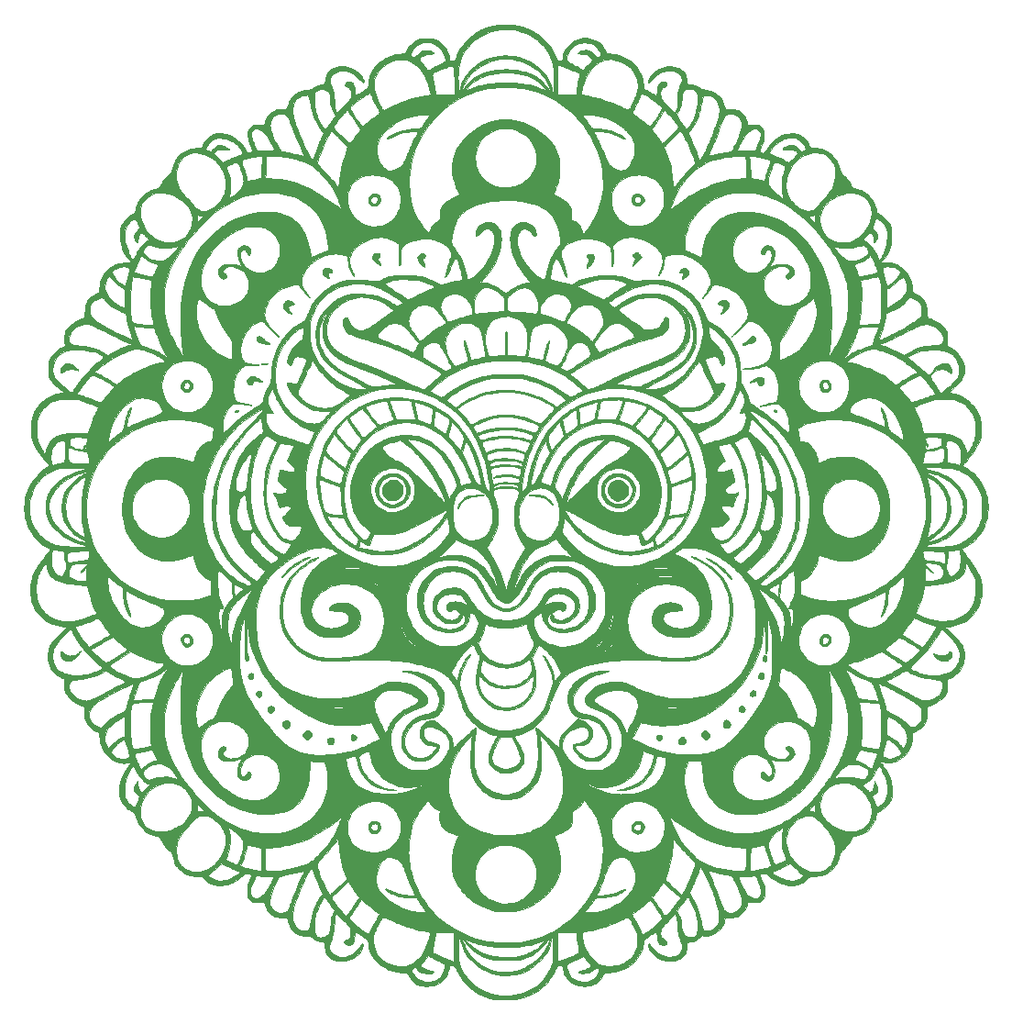
<source format=gbr>
%TF.GenerationSoftware,KiCad,Pcbnew,7.0.1*%
%TF.CreationDate,2023-09-06T22:07:21-07:00*%
%TF.ProjectId,skull_06,736b756c-6c5f-4303-962e-6b696361645f,rev?*%
%TF.SameCoordinates,Original*%
%TF.FileFunction,Soldermask,Top*%
%TF.FilePolarity,Negative*%
%FSLAX46Y46*%
G04 Gerber Fmt 4.6, Leading zero omitted, Abs format (unit mm)*
G04 Created by KiCad (PCBNEW 7.0.1) date 2023-09-06 22:07:21*
%MOMM*%
%LPD*%
G01*
G04 APERTURE LIST*
%ADD10C,0.010000*%
G04 APERTURE END LIST*
%TO.C,G\u002A\u002A\u002A*%
D10*
X59775964Y-27785978D02*
X61202718Y-27785978D01*
X61227731Y-27887662D01*
X61277246Y-27965135D01*
X61348051Y-28013036D01*
X61421864Y-28026500D01*
X61499256Y-28016879D01*
X61574154Y-27985037D01*
X61653668Y-27926511D01*
X61744904Y-27836833D01*
X61773417Y-27805646D01*
X61938477Y-27645242D01*
X62112861Y-27522705D01*
X62295014Y-27436557D01*
X62422183Y-27402289D01*
X62570205Y-27383737D01*
X62723567Y-27381283D01*
X62866755Y-27395307D01*
X62967645Y-27420039D01*
X63048603Y-27453875D01*
X63133147Y-27498692D01*
X63212507Y-27548592D01*
X63277915Y-27597679D01*
X63320601Y-27640053D01*
X63332500Y-27665420D01*
X63328059Y-27681624D01*
X63310211Y-27693399D01*
X63272171Y-27702138D01*
X63207154Y-27709233D01*
X63108375Y-27716077D01*
X63076426Y-27717981D01*
X62842340Y-27740724D01*
X62638576Y-27780886D01*
X62455965Y-27840636D01*
X62343001Y-27891643D01*
X62240338Y-27951672D01*
X62149851Y-28020296D01*
X62078463Y-28090836D01*
X62033098Y-28156608D01*
X62020167Y-28203195D01*
X62032671Y-28244278D01*
X62067539Y-28311218D01*
X62120805Y-28398679D01*
X62188502Y-28501326D01*
X62266663Y-28613823D01*
X62351323Y-28730835D01*
X62438514Y-28847026D01*
X62524270Y-28957062D01*
X62604625Y-29055608D01*
X62675612Y-29137326D01*
X62733265Y-29196884D01*
X62773617Y-29228944D01*
X62785764Y-29233000D01*
X62808758Y-29223779D01*
X62865243Y-29197507D01*
X62950951Y-29156273D01*
X63061613Y-29102167D01*
X63192962Y-29037275D01*
X63340729Y-28963688D01*
X63500644Y-28883493D01*
X63521637Y-28872926D01*
X63745071Y-28759418D01*
X63930854Y-28662856D01*
X64079903Y-28582736D01*
X64193135Y-28518554D01*
X64271467Y-28469804D01*
X64315816Y-28435982D01*
X64316342Y-28435474D01*
X64358819Y-28392369D01*
X64381812Y-28357679D01*
X64390079Y-28316571D01*
X64388378Y-28254216D01*
X64385883Y-28218756D01*
X64365109Y-28085890D01*
X64322954Y-27932483D01*
X64263870Y-27771534D01*
X64192308Y-27616040D01*
X64157443Y-27551700D01*
X64017995Y-27345931D01*
X63850067Y-27162031D01*
X63658745Y-27002486D01*
X63449115Y-26869784D01*
X63226260Y-26766413D01*
X62995268Y-26694859D01*
X62761222Y-26657610D01*
X62529208Y-26657154D01*
X62374019Y-26679371D01*
X62160501Y-26738303D01*
X61957388Y-26822526D01*
X61769162Y-26928258D01*
X61600305Y-27051718D01*
X61455300Y-27189123D01*
X61338629Y-27336691D01*
X61254772Y-27490641D01*
X61208214Y-27647191D01*
X61205419Y-27665440D01*
X61202718Y-27785978D01*
X59775964Y-27785978D01*
X59790443Y-27782711D01*
X60048570Y-27741813D01*
X60226281Y-27720995D01*
X60386131Y-27702331D01*
X60509233Y-27682181D01*
X60601153Y-27657925D01*
X60667462Y-27626941D01*
X60713728Y-27586608D01*
X60745520Y-27534305D01*
X60768407Y-27467411D01*
X60768899Y-27465584D01*
X60821505Y-27333518D01*
X60912565Y-27185803D01*
X61041524Y-27023240D01*
X61173500Y-26881108D01*
X61347201Y-26714690D01*
X61512638Y-26580113D01*
X61676983Y-26474514D01*
X61847406Y-26395025D01*
X62031080Y-26338781D01*
X62235177Y-26302917D01*
X62466868Y-26284566D01*
X62676334Y-26280568D01*
X62852030Y-26282430D01*
X62994376Y-26288669D01*
X63112252Y-26300734D01*
X63214541Y-26320076D01*
X63310123Y-26348146D01*
X63407880Y-26386395D01*
X63456404Y-26407980D01*
X63623114Y-26497092D01*
X63795950Y-26612429D01*
X63967784Y-26747383D01*
X64131484Y-26895347D01*
X64279921Y-27049711D01*
X64405965Y-27203869D01*
X64502486Y-27351211D01*
X64528991Y-27402058D01*
X64589267Y-27547862D01*
X64649617Y-27733971D01*
X64709420Y-27958359D01*
X64740207Y-28090000D01*
X64765622Y-28196299D01*
X64790100Y-28267876D01*
X64820702Y-28311583D01*
X64864489Y-28334270D01*
X64928521Y-28342786D01*
X65001996Y-28344000D01*
X65130660Y-28338677D01*
X65224199Y-28321409D01*
X65288623Y-28290251D01*
X65329942Y-28243256D01*
X65333539Y-28236642D01*
X65352966Y-28191746D01*
X65380965Y-28117796D01*
X65413373Y-28026110D01*
X65438045Y-27952581D01*
X65552037Y-27662339D01*
X65703139Y-27368664D01*
X65886964Y-27076496D01*
X66099124Y-26790774D01*
X66335232Y-26516438D01*
X66590901Y-26258428D01*
X66861743Y-26021682D01*
X67143372Y-25811140D01*
X67431399Y-25631743D01*
X67560128Y-25563395D01*
X67974567Y-25376043D01*
X68394516Y-25228040D01*
X68824437Y-25118284D01*
X69268794Y-25045677D01*
X69732050Y-25009116D01*
X69820084Y-25006218D01*
X70279851Y-25011077D01*
X70718852Y-25050867D01*
X71141593Y-25126554D01*
X71552580Y-25239108D01*
X71956318Y-25389496D01*
X72264099Y-25531190D01*
X72666069Y-25753097D01*
X73035810Y-26002402D01*
X73373729Y-26279546D01*
X73680238Y-26584968D01*
X73955745Y-26919108D01*
X74200659Y-27282407D01*
X74415392Y-27675305D01*
X74560481Y-27998419D01*
X74619461Y-28128360D01*
X74676501Y-28221886D01*
X74736397Y-28284376D01*
X74803946Y-28321209D01*
X74860538Y-28334941D01*
X74969557Y-28343125D01*
X75067898Y-28335513D01*
X75145071Y-28313732D01*
X75187027Y-28284282D01*
X75210307Y-28231347D01*
X75220881Y-28174135D01*
X75588000Y-28174135D01*
X75589144Y-28230546D01*
X75594648Y-28280026D01*
X75607624Y-28325028D01*
X75631181Y-28368002D01*
X75668430Y-28411401D01*
X75722482Y-28457678D01*
X75796447Y-28509283D01*
X75893436Y-28568669D01*
X76016559Y-28638288D01*
X76168926Y-28720592D01*
X76353648Y-28818033D01*
X76505565Y-28897446D01*
X76646873Y-28970788D01*
X76776734Y-29037421D01*
X76890224Y-29094880D01*
X76982418Y-29140699D01*
X77048393Y-29172411D01*
X77083226Y-29187552D01*
X77086740Y-29188487D01*
X77108617Y-29174655D01*
X77155877Y-29134581D01*
X77224247Y-29072235D01*
X77309456Y-28991585D01*
X77407230Y-28896600D01*
X77500205Y-28804375D01*
X77606418Y-28696963D01*
X77703684Y-28596573D01*
X77787608Y-28507905D01*
X77853797Y-28435655D01*
X77897858Y-28384520D01*
X77914461Y-28361506D01*
X77932137Y-28306119D01*
X77925376Y-28250274D01*
X77891186Y-28187020D01*
X77826575Y-28109408D01*
X77789088Y-28070291D01*
X77665759Y-27957689D01*
X77537610Y-27863244D01*
X77415383Y-27794474D01*
X77366000Y-27774198D01*
X77318004Y-27763335D01*
X77237813Y-27751771D01*
X77135526Y-27740708D01*
X77021239Y-27731349D01*
X76988008Y-27729169D01*
X76851841Y-27719620D01*
X76753506Y-27709191D01*
X76688508Y-27696186D01*
X76652354Y-27678910D01*
X76640550Y-27655667D01*
X76648601Y-27624761D01*
X76659151Y-27605085D01*
X76731615Y-27523129D01*
X76841067Y-27458103D01*
X76985338Y-27410844D01*
X77162261Y-27382192D01*
X77252828Y-27375548D01*
X77412949Y-27375209D01*
X77555087Y-27393222D01*
X77685904Y-27432828D01*
X77812064Y-27497267D01*
X77940229Y-27589779D01*
X78077062Y-27713603D01*
X78192799Y-27832620D01*
X78281213Y-27924200D01*
X78350261Y-27985417D01*
X78407316Y-28018726D01*
X78459748Y-28026585D01*
X78514929Y-28011451D01*
X78580231Y-27975781D01*
X78594814Y-27966615D01*
X78672894Y-27912284D01*
X78719313Y-27865588D01*
X78741180Y-27817165D01*
X78745774Y-27767781D01*
X78737187Y-27694941D01*
X78710313Y-27613498D01*
X78662589Y-27518715D01*
X78591453Y-27405854D01*
X78494344Y-27270178D01*
X78432988Y-27189370D01*
X78310230Y-27043876D01*
X78186010Y-26927666D01*
X78054068Y-26838063D01*
X77908143Y-26772390D01*
X77741974Y-26727972D01*
X77549301Y-26702131D01*
X77323862Y-26692191D01*
X77269242Y-26691873D01*
X77096789Y-26693835D01*
X76958050Y-26700671D01*
X76844552Y-26713723D01*
X76747823Y-26734334D01*
X76659391Y-26763846D01*
X76573954Y-26802036D01*
X76377283Y-26916603D01*
X76193826Y-27057764D01*
X76027467Y-27220115D01*
X75882092Y-27398248D01*
X75761584Y-27586758D01*
X75669829Y-27780238D01*
X75610711Y-27973283D01*
X75588114Y-28160486D01*
X75588000Y-28174135D01*
X75220881Y-28174135D01*
X75227408Y-28138827D01*
X75234493Y-28065226D01*
X75270122Y-27846227D01*
X75343137Y-27622715D01*
X75449747Y-27399996D01*
X75586162Y-27183375D01*
X75748588Y-26978158D01*
X75933234Y-26789653D01*
X76136309Y-26623163D01*
X76354021Y-26483996D01*
X76371167Y-26474627D01*
X76613120Y-26367538D01*
X76870503Y-26296983D01*
X77138436Y-26262351D01*
X77412039Y-26263035D01*
X77686430Y-26298424D01*
X77956729Y-26367911D01*
X78218055Y-26470885D01*
X78465528Y-26606738D01*
X78679824Y-26762764D01*
X78858087Y-26938068D01*
X79008417Y-27144527D01*
X79106317Y-27328000D01*
X79145907Y-27413598D01*
X79181434Y-27489805D01*
X79207328Y-27544697D01*
X79214225Y-27559004D01*
X79246829Y-27601001D01*
X79302465Y-27635802D01*
X79385558Y-27664815D01*
X79500536Y-27689447D01*
X79651826Y-27711106D01*
X79715500Y-27718388D01*
X79973533Y-27750789D01*
X80199142Y-27789487D01*
X80402077Y-27837125D01*
X80592091Y-27896347D01*
X80778933Y-27969800D01*
X80968449Y-28058181D01*
X81275369Y-28230913D01*
X81557838Y-28430634D01*
X81813033Y-28654267D01*
X82038136Y-28898734D01*
X82230325Y-29160960D01*
X82386781Y-29437866D01*
X82504683Y-29726377D01*
X82508720Y-29738614D01*
X82548698Y-29871299D01*
X82582281Y-30007688D01*
X82611141Y-30156747D01*
X82636947Y-30327440D01*
X82661370Y-30528733D01*
X82668869Y-30598250D01*
X82684220Y-30732510D01*
X82698350Y-30829404D01*
X82712219Y-30893845D01*
X82726785Y-30930745D01*
X82735899Y-30941439D01*
X82761894Y-30957400D01*
X82818666Y-30989862D01*
X82900737Y-31035835D01*
X83002625Y-31092330D01*
X83118851Y-31156358D01*
X83243935Y-31224930D01*
X83372397Y-31295057D01*
X83498758Y-31363749D01*
X83617537Y-31428018D01*
X83723255Y-31484874D01*
X83810431Y-31531329D01*
X83873587Y-31564393D01*
X83907241Y-31581077D01*
X83911141Y-31582500D01*
X83915361Y-31562512D01*
X83920256Y-31507232D01*
X83925375Y-31423685D01*
X83930265Y-31318898D01*
X83933248Y-31238542D01*
X83938876Y-31111719D01*
X83946757Y-30990217D01*
X83956030Y-30884591D01*
X83965835Y-30805400D01*
X83970720Y-30778782D01*
X84024612Y-30601042D01*
X84098071Y-30459916D01*
X84190526Y-30355853D01*
X84301403Y-30289300D01*
X84430132Y-30260704D01*
X84576141Y-30270512D01*
X84611038Y-30277991D01*
X84726211Y-30318345D01*
X84804349Y-30374689D01*
X84844317Y-30445630D01*
X84844979Y-30529777D01*
X84837855Y-30555853D01*
X84811643Y-30613106D01*
X84769682Y-30663346D01*
X84704778Y-30712766D01*
X84609738Y-30767560D01*
X84565357Y-30790506D01*
X84472874Y-30841890D01*
X84409129Y-30890036D01*
X84362428Y-30944253D01*
X84351424Y-30960824D01*
X84292410Y-31088690D01*
X84257142Y-31245600D01*
X84247021Y-31424643D01*
X84248427Y-31468848D01*
X84275714Y-31643820D01*
X84341625Y-31819416D01*
X84447464Y-31998864D01*
X84482659Y-32047860D01*
X84514300Y-32085777D01*
X84569187Y-32146606D01*
X84643248Y-32226185D01*
X84732415Y-32320351D01*
X84832618Y-32424942D01*
X84939787Y-32535797D01*
X85049853Y-32648751D01*
X85158745Y-32759644D01*
X85262396Y-32864312D01*
X85356734Y-32958593D01*
X85437691Y-33038325D01*
X85501196Y-33099345D01*
X85543181Y-33137491D01*
X85559079Y-33148834D01*
X85572639Y-33130568D01*
X85598998Y-33080859D01*
X85634668Y-33007336D01*
X85676160Y-32917630D01*
X85719984Y-32819370D01*
X85762652Y-32720188D01*
X85800674Y-32627713D01*
X85819748Y-32578772D01*
X85832714Y-32542439D01*
X85842828Y-32506249D01*
X85850383Y-32464718D01*
X85855673Y-32412363D01*
X85858993Y-32343698D01*
X85860637Y-32253241D01*
X85860899Y-32135506D01*
X85860073Y-31985011D01*
X85858926Y-31848376D01*
X85857552Y-31650415D01*
X85857902Y-31488745D01*
X85860816Y-31357331D01*
X85867134Y-31250139D01*
X85877697Y-31161136D01*
X85893344Y-31084287D01*
X85914916Y-31013560D01*
X85943253Y-30942918D01*
X85979196Y-30866330D01*
X86002090Y-30820321D01*
X86109565Y-30583002D01*
X86181794Y-30368389D01*
X86218872Y-30175883D01*
X86220894Y-30004886D01*
X86187955Y-29854799D01*
X86164626Y-29799697D01*
X86080168Y-29671772D01*
X85960650Y-29554828D01*
X85812850Y-29453377D01*
X85643546Y-29371934D01*
X85459514Y-29315012D01*
X85426101Y-29307869D01*
X85230146Y-29281883D01*
X85018240Y-29276515D01*
X84803217Y-29290749D01*
X84597908Y-29323568D01*
X84415145Y-29373957D01*
X84368372Y-29391639D01*
X84237519Y-29455375D01*
X84098206Y-29544537D01*
X83946908Y-29661835D01*
X83780099Y-29809982D01*
X83612283Y-29973458D01*
X83479308Y-30106605D01*
X83372577Y-30210752D01*
X83289269Y-30287674D01*
X83226564Y-30339151D01*
X83181641Y-30366959D01*
X83151678Y-30372876D01*
X83133855Y-30358679D01*
X83125352Y-30326146D01*
X83123334Y-30281544D01*
X83141433Y-30151235D01*
X83192992Y-30007168D01*
X83273903Y-29855097D01*
X83380058Y-29700779D01*
X83507348Y-29549968D01*
X83651665Y-29408420D01*
X83808902Y-29281889D01*
X83864339Y-29243469D01*
X84107620Y-29106209D01*
X84373159Y-29000813D01*
X84654103Y-28928410D01*
X84943600Y-28890129D01*
X85234796Y-28887096D01*
X85520840Y-28920441D01*
X85652014Y-28949118D01*
X85789062Y-28993834D01*
X85937666Y-29058816D01*
X86083507Y-29136623D01*
X86212263Y-29219812D01*
X86286129Y-29278665D01*
X86413129Y-29407196D01*
X86511379Y-29542197D01*
X86583826Y-29690754D01*
X86633419Y-29859952D01*
X86663106Y-30056876D01*
X86673387Y-30209254D01*
X86685401Y-30497592D01*
X86962826Y-30533795D01*
X87199162Y-30572706D01*
X87403189Y-30624761D01*
X87583693Y-30692941D01*
X87749459Y-30780223D01*
X87817088Y-30823490D01*
X87938996Y-30898736D01*
X88062281Y-30959248D01*
X88196659Y-31008468D01*
X88351845Y-31049836D01*
X88537557Y-31086791D01*
X88582471Y-31094502D01*
X88766592Y-31129381D01*
X88921887Y-31168709D01*
X89061863Y-31216758D01*
X89200027Y-31277794D01*
X89263549Y-31309774D01*
X89491418Y-31450992D01*
X89689893Y-31622293D01*
X89858146Y-31822514D01*
X89995350Y-32050495D01*
X90100677Y-32305076D01*
X90173299Y-32585095D01*
X90173422Y-32585733D01*
X90205401Y-32694217D01*
X90250040Y-32763297D01*
X90275268Y-32786584D01*
X90301022Y-32801226D01*
X90336595Y-32808588D01*
X90391279Y-32810036D01*
X90474369Y-32806932D01*
X90528352Y-32804159D01*
X90776725Y-32802571D01*
X90999241Y-32826369D01*
X91204696Y-32876621D01*
X91250056Y-32891890D01*
X91411820Y-32957271D01*
X91552911Y-33034103D01*
X91686169Y-33130668D01*
X91824433Y-33255246D01*
X91845364Y-33275834D01*
X91939521Y-33373509D01*
X92010641Y-33459124D01*
X92069148Y-33546548D01*
X92123733Y-33646250D01*
X92201955Y-33813560D01*
X92255983Y-33960076D01*
X92284357Y-34081466D01*
X92288500Y-34135725D01*
X92291565Y-34180730D01*
X92304125Y-34214514D01*
X92331231Y-34238368D01*
X92377935Y-34253578D01*
X92449284Y-34261434D01*
X92550332Y-34263224D01*
X92686126Y-34260237D01*
X92765621Y-34257467D01*
X92920928Y-34252731D01*
X93039830Y-34251647D01*
X93128114Y-34254375D01*
X93191564Y-34261076D01*
X93231288Y-34270332D01*
X93329318Y-34314545D01*
X93437505Y-34383723D01*
X93546288Y-34469546D01*
X93646107Y-34563694D01*
X93727404Y-34657847D01*
X93780617Y-34743686D01*
X93783939Y-34751284D01*
X93800140Y-34808178D01*
X93814944Y-34891714D01*
X93825719Y-34986219D01*
X93827569Y-35011154D01*
X93826987Y-35206045D01*
X93801060Y-35423938D01*
X93749301Y-35667025D01*
X93671221Y-35937498D01*
X93566334Y-36237548D01*
X93538809Y-36309829D01*
X93501486Y-36412757D01*
X93469513Y-36512514D01*
X93446813Y-36596171D01*
X93438080Y-36641822D01*
X93432657Y-36704538D01*
X93439888Y-36741330D01*
X93466248Y-36768155D01*
X93497507Y-36788296D01*
X93611435Y-36843391D01*
X93716350Y-36861861D01*
X93814353Y-36842666D01*
X93907548Y-36784768D01*
X93998035Y-36687126D01*
X94087916Y-36548701D01*
X94126500Y-36477162D01*
X94292744Y-36193125D01*
X94482626Y-35942738D01*
X94698965Y-35722793D01*
X94944577Y-35530081D01*
X94978003Y-35507396D01*
X95249523Y-35344407D01*
X95518673Y-35221043D01*
X95791439Y-35135427D01*
X96073808Y-35085682D01*
X96371764Y-35069933D01*
X96373667Y-35069937D01*
X96576566Y-35077035D01*
X96752343Y-35099032D01*
X96914451Y-35138753D01*
X97076341Y-35199020D01*
X97152200Y-35233356D01*
X97350082Y-35343369D01*
X97523666Y-35476093D01*
X97677214Y-35636097D01*
X97814988Y-35827947D01*
X97941250Y-36056212D01*
X97963987Y-36103434D01*
X98020376Y-36215174D01*
X98070533Y-36299186D01*
X98111193Y-36350188D01*
X98121844Y-36358793D01*
X98159489Y-36375413D01*
X98219542Y-36388542D01*
X98308173Y-36399098D01*
X98431548Y-36407998D01*
X98465449Y-36409905D01*
X98714258Y-36429499D01*
X98932823Y-36461152D01*
X99132181Y-36507542D01*
X99323369Y-36571350D01*
X99517425Y-36655257D01*
X99559250Y-36675523D01*
X99810455Y-36821816D01*
X100044628Y-37002961D01*
X100254630Y-37212647D01*
X100433321Y-37444565D01*
X100438858Y-37452912D01*
X100561285Y-37660523D01*
X100657205Y-37875508D01*
X100732990Y-38112687D01*
X100748673Y-38173677D01*
X100784218Y-38304500D01*
X100824020Y-38419232D01*
X100872365Y-38524805D01*
X100933538Y-38628149D01*
X101011825Y-38736195D01*
X101111511Y-38855876D01*
X101236881Y-38994121D01*
X101292684Y-39053531D01*
X101412719Y-39184382D01*
X101526755Y-39316093D01*
X101629513Y-39442060D01*
X101715712Y-39555681D01*
X101780072Y-39650354D01*
X101806200Y-39695682D01*
X101831494Y-39753682D01*
X101858807Y-39829549D01*
X101870424Y-39866672D01*
X101901172Y-39949759D01*
X101942738Y-40014704D01*
X102001769Y-40066286D01*
X102084914Y-40109281D01*
X102198821Y-40148466D01*
X102301522Y-40176470D01*
X102474055Y-40223608D01*
X102620528Y-40271492D01*
X102756898Y-40326040D01*
X102899119Y-40393170D01*
X102935334Y-40411522D01*
X103191145Y-40562987D01*
X103424084Y-40742042D01*
X103630952Y-40944664D01*
X103808552Y-41166830D01*
X103953687Y-41404515D01*
X104063158Y-41653697D01*
X104133767Y-41910352D01*
X104136055Y-41922417D01*
X104166835Y-42076715D01*
X104198208Y-42196960D01*
X104235694Y-42291142D01*
X104284809Y-42367254D01*
X104351071Y-42433288D01*
X104439997Y-42497236D01*
X104557104Y-42567090D01*
X104596359Y-42589167D01*
X104808104Y-42725534D01*
X104994796Y-42886052D01*
X105163570Y-43077437D01*
X105265267Y-43218911D01*
X105358344Y-43360170D01*
X105432995Y-43480982D01*
X105491109Y-43588637D01*
X105534576Y-43690426D01*
X105565285Y-43793639D01*
X105585125Y-43905566D01*
X105595985Y-44033499D01*
X105599755Y-44184728D01*
X105598324Y-44366542D01*
X105595736Y-44494167D01*
X105588189Y-44744643D01*
X105576929Y-44959402D01*
X105560682Y-45144989D01*
X105538172Y-45307952D01*
X105508127Y-45454836D01*
X105469270Y-45592187D01*
X105420329Y-45726551D01*
X105360029Y-45864473D01*
X105308287Y-45970803D01*
X105135572Y-46278118D01*
X104943912Y-46551740D01*
X104748974Y-46774875D01*
X104557368Y-46970667D01*
X104894643Y-46971034D01*
X105144375Y-46974706D01*
X105359023Y-46985891D01*
X105545354Y-47005722D01*
X105710133Y-47035331D01*
X105860125Y-47075849D01*
X106002097Y-47128409D01*
X106099750Y-47172691D01*
X106263531Y-47260998D01*
X106415388Y-47363011D01*
X106564887Y-47486066D01*
X106721592Y-47637500D01*
X106765707Y-47683494D01*
X106990913Y-47948849D01*
X107176749Y-48227048D01*
X107322728Y-48517061D01*
X107428364Y-48817859D01*
X107493170Y-49128412D01*
X107507349Y-49252827D01*
X107516842Y-49361083D01*
X107525776Y-49463257D01*
X107533030Y-49546515D01*
X107536913Y-49591360D01*
X107547792Y-49652481D01*
X107572594Y-49704074D01*
X107617030Y-49751475D01*
X107686811Y-49800023D01*
X107787646Y-49855055D01*
X107854314Y-49888038D01*
X108080077Y-50011757D01*
X108270133Y-50148447D01*
X108430383Y-50303270D01*
X108566725Y-50481387D01*
X108608482Y-50547834D01*
X108692938Y-50704202D01*
X108759187Y-50863917D01*
X108809232Y-51034982D01*
X108845076Y-51225400D01*
X108868722Y-51443176D01*
X108879757Y-51631645D01*
X108886576Y-51778993D01*
X108895334Y-51890613D01*
X108909576Y-51973082D01*
X108932843Y-52032974D01*
X108968680Y-52076866D01*
X109020629Y-52111333D01*
X109092233Y-52142951D01*
X109171177Y-52172490D01*
X109406060Y-52264555D01*
X109610412Y-52358966D01*
X109795848Y-52462001D01*
X109973989Y-52579938D01*
X110100748Y-52674864D01*
X110288815Y-52836255D01*
X110451058Y-53005284D01*
X110583629Y-53177035D01*
X110682677Y-53346590D01*
X110739029Y-53490000D01*
X110750043Y-53533564D01*
X110758046Y-53582728D01*
X110763254Y-53643683D01*
X110765881Y-53722621D01*
X110766144Y-53825733D01*
X110764258Y-53959211D01*
X110760776Y-54115482D01*
X110757112Y-54291300D01*
X110755806Y-54428950D01*
X110756957Y-54532533D01*
X110760661Y-54606155D01*
X110767018Y-54653918D01*
X110774142Y-54676398D01*
X110802777Y-54709803D01*
X110859227Y-54745628D01*
X110949088Y-54787170D01*
X110991958Y-54804662D01*
X111231079Y-54921260D01*
X111453855Y-55074636D01*
X111661947Y-55266121D01*
X111857017Y-55497047D01*
X111858676Y-55499253D01*
X112025097Y-55754484D01*
X112152936Y-56026346D01*
X112242464Y-56315627D01*
X112293955Y-56623116D01*
X112305849Y-56792000D01*
X112306799Y-56990968D01*
X112291283Y-57162030D01*
X112257198Y-57317100D01*
X112202442Y-57468094D01*
X112176410Y-57525550D01*
X112113052Y-57649551D01*
X112042016Y-57768623D01*
X111959654Y-57887046D01*
X111862318Y-58009097D01*
X111746357Y-58139054D01*
X111608125Y-58281198D01*
X111443971Y-58439805D01*
X111250248Y-58619154D01*
X111221432Y-58645369D01*
X110803303Y-59025084D01*
X111033304Y-59039455D01*
X111223473Y-59055207D01*
X111386267Y-59078201D01*
X111536402Y-59111183D01*
X111688599Y-59156897D01*
X111719500Y-59167435D01*
X111972424Y-59272095D01*
X112231293Y-59410811D01*
X112487824Y-59577767D01*
X112733734Y-59767148D01*
X112960739Y-59973141D01*
X113138144Y-60163368D01*
X113334684Y-60411943D01*
X113497886Y-60660929D01*
X113629653Y-60915840D01*
X113731889Y-61182193D01*
X113806498Y-61465503D01*
X113855382Y-61771284D01*
X113880445Y-62105054D01*
X113884855Y-62327084D01*
X113881470Y-62560407D01*
X113869591Y-62761318D01*
X113847939Y-62939118D01*
X113815235Y-63103106D01*
X113770200Y-63262584D01*
X113746660Y-63332278D01*
X113649563Y-63572770D01*
X113522242Y-63832650D01*
X113368399Y-64105987D01*
X113191735Y-64386847D01*
X112995953Y-64669298D01*
X112784752Y-64947406D01*
X112597554Y-65174000D01*
X112474166Y-65318773D01*
X112368474Y-65445279D01*
X112282587Y-65550879D01*
X112218609Y-65632936D01*
X112178647Y-65688811D01*
X112164808Y-65715865D01*
X112164812Y-65716091D01*
X112182182Y-65733350D01*
X112229364Y-65767959D01*
X112299881Y-65815464D01*
X112387258Y-65871413D01*
X112423057Y-65893667D01*
X112669254Y-66050904D01*
X112882167Y-66199359D01*
X113068391Y-66344457D01*
X113234520Y-66491625D01*
X113387150Y-66646289D01*
X113514845Y-66792077D01*
X113767920Y-67128262D01*
X113983848Y-67484408D01*
X114162711Y-67860726D01*
X114304591Y-68257425D01*
X114409569Y-68674715D01*
X114477728Y-69112804D01*
X114494599Y-69292578D01*
X114505064Y-69687718D01*
X114477516Y-70090113D01*
X114413440Y-70492336D01*
X114314321Y-70886958D01*
X114181645Y-71266553D01*
X114035643Y-71587500D01*
X113952428Y-71742962D01*
X113869884Y-71879498D01*
X113780251Y-72008053D01*
X113675770Y-72139571D01*
X113548680Y-72284997D01*
X113514206Y-72322907D01*
X113229312Y-72611238D01*
X112936966Y-72860657D01*
X112632953Y-73074465D01*
X112338972Y-73242737D01*
X112244763Y-73292872D01*
X112165824Y-73337969D01*
X112109043Y-73373855D01*
X112081308Y-73396358D01*
X112079681Y-73399802D01*
X112091610Y-73428385D01*
X112128010Y-73487379D01*
X112189205Y-73577242D01*
X112275520Y-73698429D01*
X112387280Y-73851397D01*
X112524808Y-74036603D01*
X112670862Y-74231198D01*
X112900138Y-74541620D01*
X113100664Y-74827001D01*
X113274535Y-75091295D01*
X113423844Y-75338455D01*
X113550685Y-75572437D01*
X113657154Y-75797194D01*
X113745343Y-76016680D01*
X113817347Y-76234850D01*
X113875260Y-76455657D01*
X113893887Y-76540500D01*
X113910831Y-76651979D01*
X113923167Y-76795218D01*
X113930903Y-76960300D01*
X113934049Y-77137304D01*
X113932614Y-77316312D01*
X113926607Y-77487404D01*
X113916037Y-77640661D01*
X113900914Y-77766163D01*
X113892720Y-77810500D01*
X113790722Y-78198547D01*
X113656848Y-78562512D01*
X113492227Y-78900937D01*
X113297985Y-79212364D01*
X113075251Y-79495334D01*
X112825152Y-79748390D01*
X112548815Y-79970074D01*
X112247369Y-80158927D01*
X111973500Y-80292013D01*
X111750890Y-80375322D01*
X111500198Y-80448919D01*
X111235167Y-80509620D01*
X110969543Y-80554240D01*
X110737939Y-80578250D01*
X110507794Y-80593917D01*
X110968494Y-81027834D01*
X111204291Y-81252759D01*
X111409201Y-81454862D01*
X111585700Y-81637369D01*
X111736267Y-81803512D01*
X111863382Y-81956518D01*
X111969522Y-82099616D01*
X112057167Y-82236037D01*
X112128794Y-82369008D01*
X112186882Y-82501760D01*
X112233910Y-82637521D01*
X112252003Y-82700011D01*
X112269990Y-82770151D01*
X112282992Y-82835137D01*
X112291761Y-82903910D01*
X112297051Y-82985409D01*
X112299612Y-83088574D01*
X112300199Y-83222345D01*
X112300097Y-83271500D01*
X112298958Y-83419807D01*
X112296068Y-83534486D01*
X112290698Y-83624229D01*
X112282123Y-83697728D01*
X112269618Y-83763677D01*
X112253775Y-83826026D01*
X112154073Y-84124557D01*
X112028186Y-84392557D01*
X111873895Y-84634388D01*
X111786093Y-84746035D01*
X111698561Y-84845268D01*
X111611783Y-84931449D01*
X111519398Y-85008884D01*
X111415046Y-85081878D01*
X111292366Y-85154735D01*
X111144997Y-85231761D01*
X110966580Y-85317261D01*
X110889933Y-85352587D01*
X110820632Y-85389707D01*
X110773869Y-85431805D01*
X110746738Y-85486819D01*
X110736336Y-85562691D01*
X110739759Y-85667362D01*
X110746869Y-85743774D01*
X110764558Y-85993387D01*
X110763240Y-86220311D01*
X110743289Y-86420413D01*
X110705081Y-86589563D01*
X110659742Y-86703548D01*
X110569214Y-86849840D01*
X110444218Y-87004397D01*
X110290380Y-87161894D01*
X110113325Y-87317004D01*
X109918677Y-87464400D01*
X109718322Y-87595001D01*
X109624604Y-87648716D01*
X109531787Y-87695432D01*
X109429715Y-87739493D01*
X109308232Y-87785245D01*
X109157181Y-87837034D01*
X109137167Y-87843669D01*
X108893750Y-87924140D01*
X108880196Y-88397112D01*
X108873290Y-88592632D01*
X108864162Y-88753767D01*
X108851673Y-88888448D01*
X108834689Y-89004608D01*
X108812073Y-89110182D01*
X108782689Y-89213101D01*
X108749450Y-89310208D01*
X108649781Y-89527565D01*
X108517463Y-89718892D01*
X108438667Y-89805551D01*
X108347066Y-89892703D01*
X108257449Y-89964730D01*
X108158899Y-90028823D01*
X108040503Y-90092173D01*
X107911350Y-90152964D01*
X107813707Y-90199530D01*
X107723222Y-90246960D01*
X107651281Y-90289045D01*
X107614878Y-90314573D01*
X107542507Y-90374821D01*
X107525356Y-90659619D01*
X107507526Y-90886717D01*
X107481794Y-91083167D01*
X107445315Y-91260351D01*
X107395243Y-91429652D01*
X107328731Y-91602452D01*
X107242935Y-91790133D01*
X107242475Y-91791084D01*
X107083879Y-92083103D01*
X106909189Y-92336754D01*
X106716757Y-92553460D01*
X106504935Y-92734644D01*
X106272075Y-92881732D01*
X106016530Y-92996145D01*
X105756998Y-93074491D01*
X105526048Y-93113215D01*
X105278108Y-93121362D01*
X105008385Y-93098926D01*
X104846053Y-93073003D01*
X104742248Y-93054942D01*
X104653900Y-93041574D01*
X104589048Y-93033964D01*
X104555731Y-93033179D01*
X104553297Y-93034148D01*
X104548646Y-93047502D01*
X104555812Y-93070960D01*
X104577539Y-93108553D01*
X104616568Y-93164310D01*
X104675645Y-93242262D01*
X104757511Y-93346436D01*
X104814982Y-93418541D01*
X105036323Y-93718558D01*
X105220193Y-94020011D01*
X105370910Y-94331118D01*
X105492790Y-94660094D01*
X105527800Y-94775299D01*
X105600605Y-95079740D01*
X105644777Y-95385074D01*
X105660514Y-95685626D01*
X105648013Y-95975723D01*
X105607472Y-96249692D01*
X105539089Y-96501858D01*
X105461017Y-96691167D01*
X105425909Y-96757442D01*
X105386148Y-96819459D01*
X105335929Y-96884385D01*
X105269451Y-96959387D01*
X105180910Y-97051631D01*
X105117043Y-97115975D01*
X104926740Y-97296149D01*
X104752695Y-97440034D01*
X104595605Y-97547123D01*
X104456166Y-97616908D01*
X104405313Y-97634315D01*
X104335635Y-97659577D01*
X104282380Y-97693789D01*
X104241195Y-97743787D01*
X104207731Y-97816406D01*
X104177638Y-97918480D01*
X104151576Y-98032958D01*
X104127546Y-98141031D01*
X104102458Y-98244925D01*
X104079671Y-98331164D01*
X104065790Y-98377113D01*
X103950598Y-98653776D01*
X103800161Y-98908798D01*
X103617095Y-99139478D01*
X103404014Y-99343113D01*
X103163534Y-99517001D01*
X102898271Y-99658442D01*
X102776584Y-99708863D01*
X102691146Y-99738802D01*
X102581532Y-99773596D01*
X102464672Y-99807994D01*
X102396966Y-99826566D01*
X102222886Y-99879367D01*
X102089142Y-99935084D01*
X101993784Y-99994612D01*
X101958140Y-100028015D01*
X101933656Y-100061964D01*
X101894540Y-100123618D01*
X101846587Y-100203603D01*
X101805008Y-100275807D01*
X101718598Y-100423420D01*
X101636002Y-100551476D01*
X101549864Y-100669474D01*
X101452828Y-100786914D01*
X101337538Y-100913295D01*
X101208253Y-101046406D01*
X101083570Y-101175236D01*
X100986454Y-101284035D01*
X100912253Y-101380232D01*
X100856315Y-101471259D01*
X100813988Y-101564543D01*
X100780619Y-101667516D01*
X100755557Y-101769413D01*
X100710133Y-101954491D01*
X100661146Y-102112191D01*
X100603378Y-102257439D01*
X100536597Y-102395584D01*
X100396424Y-102628571D01*
X100226720Y-102848275D01*
X100034282Y-103047819D01*
X99825906Y-103220328D01*
X99608387Y-103358923D01*
X99559250Y-103384545D01*
X99356894Y-103467965D01*
X99126899Y-103531836D01*
X98880316Y-103573800D01*
X98628192Y-103591498D01*
X98588103Y-103591919D01*
X98388354Y-103598274D01*
X98219389Y-103616146D01*
X98084874Y-103645006D01*
X98002674Y-103676588D01*
X97948527Y-103710242D01*
X97876065Y-103763299D01*
X97797940Y-103826302D01*
X97769078Y-103851167D01*
X97616866Y-103981946D01*
X97486300Y-104086374D01*
X97370216Y-104169116D01*
X97261448Y-104234836D01*
X97152833Y-104288199D01*
X97037204Y-104333870D01*
X97016496Y-104341149D01*
X96869051Y-104387720D01*
X96733900Y-104419163D01*
X96595757Y-104437883D01*
X96439337Y-104446287D01*
X96341917Y-104447384D01*
X96065430Y-104433170D01*
X95795226Y-104389146D01*
X95527744Y-104313819D01*
X95259423Y-104205696D01*
X94986704Y-104063282D01*
X94706025Y-103885087D01*
X94413825Y-103669615D01*
X94332124Y-103604553D01*
X94208656Y-103507586D01*
X94108270Y-103436845D01*
X94023519Y-103389225D01*
X93946962Y-103361620D01*
X93871154Y-103350924D01*
X93788651Y-103354031D01*
X93744747Y-103359477D01*
X93651060Y-103375694D01*
X93559586Y-103396325D01*
X93479560Y-103418704D01*
X93420216Y-103440167D01*
X93390788Y-103458049D01*
X93389167Y-103462073D01*
X93397903Y-103485921D01*
X93422108Y-103541257D01*
X93458775Y-103621482D01*
X93504898Y-103719994D01*
X93545469Y-103805211D01*
X93647740Y-104026187D01*
X93728598Y-104218861D01*
X93790469Y-104389913D01*
X93835779Y-104546022D01*
X93865784Y-104687083D01*
X93894240Y-104947133D01*
X93885322Y-105189008D01*
X93838783Y-105414875D01*
X93759385Y-105616826D01*
X93688496Y-105738951D01*
X93605378Y-105837772D01*
X93506298Y-105914460D01*
X93387523Y-105970187D01*
X93245319Y-106006123D01*
X93075953Y-106023441D01*
X92875691Y-106023313D01*
X92640799Y-106006909D01*
X92547098Y-105997251D01*
X92444059Y-105986189D01*
X92375596Y-105980441D01*
X92334228Y-105980518D01*
X92312472Y-105986931D01*
X92302846Y-106000190D01*
X92299246Y-106014161D01*
X92290903Y-106055381D01*
X92277224Y-106124244D01*
X92260970Y-106206843D01*
X92258720Y-106218336D01*
X92193805Y-106444697D01*
X92089629Y-106659120D01*
X91945359Y-106863061D01*
X91799636Y-107020500D01*
X91689109Y-107121397D01*
X91582415Y-107202503D01*
X91472939Y-107266010D01*
X91354064Y-107314112D01*
X91219176Y-107348999D01*
X91061658Y-107372864D01*
X90874894Y-107387899D01*
X90666579Y-107395945D01*
X90240574Y-107406721D01*
X90173047Y-107660687D01*
X90114821Y-107860124D01*
X90052888Y-108027475D01*
X89981771Y-108172955D01*
X89895996Y-108306773D01*
X89790087Y-108439143D01*
X89706574Y-108530592D01*
X89514331Y-108708751D01*
X89305136Y-108858396D01*
X89085974Y-108975301D01*
X88863832Y-109055236D01*
X88822035Y-109065856D01*
X88750910Y-109079942D01*
X88675107Y-109088346D01*
X88584529Y-109091515D01*
X88469081Y-109089898D01*
X88366335Y-109086083D01*
X88053087Y-109072594D01*
X87932419Y-109200018D01*
X87797588Y-109318946D01*
X87631409Y-109428295D01*
X87444621Y-109523054D01*
X87247962Y-109598212D01*
X87052171Y-109648758D01*
X86934569Y-109665666D01*
X86844681Y-109675343D01*
X86779691Y-109689277D01*
X86735124Y-109713850D01*
X86706504Y-109755444D01*
X86689356Y-109820440D01*
X86679204Y-109915219D01*
X86671882Y-110040249D01*
X86652263Y-110269361D01*
X86617675Y-110464865D01*
X86565738Y-110633572D01*
X86494070Y-110782292D01*
X86400289Y-110917835D01*
X86341022Y-110986426D01*
X86177196Y-111136075D01*
X85990928Y-111253536D01*
X85780544Y-111339376D01*
X85544368Y-111394164D01*
X85280726Y-111418468D01*
X85070667Y-111417316D01*
X84755440Y-111384077D01*
X84454337Y-111311144D01*
X84168293Y-111198819D01*
X83898245Y-111047400D01*
X83878591Y-111034429D01*
X83762138Y-110948807D01*
X83641350Y-110846399D01*
X83526722Y-110737138D01*
X83428752Y-110630956D01*
X83364905Y-110548326D01*
X83297553Y-110437623D01*
X83239975Y-110321325D01*
X83193612Y-110205338D01*
X83159905Y-110095567D01*
X83140294Y-109997919D01*
X83136218Y-109918300D01*
X83149120Y-109862616D01*
X83180438Y-109836773D01*
X83191106Y-109835667D01*
X83219465Y-109851214D01*
X83268742Y-109893956D01*
X83333390Y-109958046D01*
X83407865Y-110037637D01*
X83486620Y-110126881D01*
X83564110Y-110219931D01*
X83606768Y-110273959D01*
X83786966Y-110473838D01*
X83997069Y-110648385D01*
X84231050Y-110794652D01*
X84482883Y-110909693D01*
X84746544Y-110990562D01*
X85016005Y-111034312D01*
X85176500Y-111041521D01*
X85413742Y-111024968D01*
X85625061Y-110975894D01*
X85809704Y-110894803D01*
X85966918Y-110782198D01*
X86095950Y-110638584D01*
X86196047Y-110464463D01*
X86248577Y-110324428D01*
X86270357Y-110229829D01*
X86276818Y-110131506D01*
X86266895Y-110022849D01*
X86239527Y-109897247D01*
X86193649Y-109748088D01*
X86128200Y-109568763D01*
X86126246Y-109563687D01*
X86052048Y-109368512D01*
X85992531Y-109203749D01*
X85945832Y-109060843D01*
X85910089Y-108931239D01*
X85883439Y-108806382D01*
X85864020Y-108677717D01*
X85849970Y-108536689D01*
X85839425Y-108374743D01*
X85831674Y-108210693D01*
X85819329Y-107972799D01*
X85803743Y-107771763D01*
X85784119Y-107602179D01*
X85759660Y-107458639D01*
X85729567Y-107335740D01*
X85693042Y-107228074D01*
X85682988Y-107203322D01*
X85618346Y-107049327D01*
X85156797Y-107516455D01*
X84999003Y-107676542D01*
X84867964Y-107810525D01*
X84760354Y-107922084D01*
X84672842Y-108014898D01*
X84602101Y-108092647D01*
X84544801Y-108159011D01*
X84497615Y-108217669D01*
X84457214Y-108272300D01*
X84420270Y-108326585D01*
X84410842Y-108341061D01*
X84333612Y-108482883D01*
X84283005Y-108632990D01*
X84254212Y-108806040D01*
X84252478Y-108823760D01*
X84251481Y-108964397D01*
X84278518Y-109088663D01*
X84336656Y-109201712D01*
X84428964Y-109308697D01*
X84558509Y-109414771D01*
X84635666Y-109467428D01*
X84739520Y-109541320D01*
X84806764Y-109606182D01*
X84840631Y-109667293D01*
X84844352Y-109729930D01*
X84828663Y-109782634D01*
X84778475Y-109851407D01*
X84699069Y-109901401D01*
X84599459Y-109932018D01*
X84488658Y-109942657D01*
X84375681Y-109932718D01*
X84269541Y-109901603D01*
X84179252Y-109848711D01*
X84155503Y-109827413D01*
X84107475Y-109771439D01*
X84067123Y-109704704D01*
X84032862Y-109621801D01*
X84003105Y-109517325D01*
X83976267Y-109385869D01*
X83950761Y-109222026D01*
X83929349Y-109056606D01*
X83915053Y-108944107D01*
X83901505Y-108847014D01*
X83889851Y-108772853D01*
X83881235Y-108729149D01*
X83878241Y-108720852D01*
X83857965Y-108728336D01*
X83807739Y-108755350D01*
X83733155Y-108798428D01*
X83639806Y-108854103D01*
X83533284Y-108918909D01*
X83419181Y-108989379D01*
X83303090Y-109062047D01*
X83190603Y-109133447D01*
X83087312Y-109200111D01*
X82998810Y-109258573D01*
X82930689Y-109305367D01*
X82904488Y-109324457D01*
X82835296Y-109381890D01*
X82782268Y-109441055D01*
X82741839Y-109509875D01*
X82710445Y-109596276D01*
X82684518Y-109708181D01*
X82660495Y-109853516D01*
X82657640Y-109873099D01*
X82637057Y-110001538D01*
X82612337Y-110134158D01*
X82586480Y-110255945D01*
X82562487Y-110351887D01*
X82560790Y-110357817D01*
X82455905Y-110645587D01*
X82312225Y-110923653D01*
X82132834Y-111188510D01*
X81920812Y-111436657D01*
X81679241Y-111664591D01*
X81411205Y-111868808D01*
X81119785Y-112045807D01*
X81038417Y-112088012D01*
X80804960Y-112195343D01*
X80570067Y-112282913D01*
X80325014Y-112353014D01*
X80061075Y-112407940D01*
X79769524Y-112449981D01*
X79587986Y-112469026D01*
X79464809Y-112481537D01*
X79351179Y-112495032D01*
X79256118Y-112508292D01*
X79188646Y-112520100D01*
X79164652Y-112526149D01*
X79099688Y-112555457D01*
X79040672Y-112600844D01*
X78981846Y-112668618D01*
X78917452Y-112765085D01*
X78865667Y-112853616D01*
X78718582Y-113083311D01*
X78556723Y-113274940D01*
X78376613Y-113431239D01*
X78174775Y-113554940D01*
X77947731Y-113648776D01*
X77799917Y-113691395D01*
X77720245Y-113709620D01*
X77644771Y-113722558D01*
X77563593Y-113731033D01*
X77466808Y-113735869D01*
X77344514Y-113737890D01*
X77239000Y-113738072D01*
X77098201Y-113737217D01*
X76989678Y-113734575D01*
X76903382Y-113729160D01*
X76829265Y-113719989D01*
X76757278Y-113706076D01*
X76677371Y-113686437D01*
X76656917Y-113681033D01*
X76402288Y-113596652D01*
X76163923Y-113484913D01*
X75948852Y-113349859D01*
X75764099Y-113195538D01*
X75702129Y-113131389D01*
X75565475Y-112962014D01*
X75455051Y-112782178D01*
X75366860Y-112583481D01*
X75296902Y-112357520D01*
X75262477Y-112207603D01*
X75234752Y-112079192D01*
X75226126Y-112047933D01*
X75613174Y-112047933D01*
X75647746Y-112255320D01*
X75719673Y-112457088D01*
X75826594Y-112648062D01*
X75966154Y-112823070D01*
X76135994Y-112976935D01*
X76136453Y-112977288D01*
X76297198Y-113090205D01*
X76457370Y-113178877D01*
X76631378Y-113250237D01*
X76826250Y-113309274D01*
X76948598Y-113331663D01*
X77096308Y-113343272D01*
X77256206Y-113344448D01*
X77415113Y-113335538D01*
X77559853Y-113316887D01*
X77677250Y-113288843D01*
X77683500Y-113286744D01*
X77852676Y-113214948D01*
X78012524Y-113117043D01*
X78171924Y-112987182D01*
X78246507Y-112916134D01*
X78389351Y-112755348D01*
X78491072Y-112597373D01*
X78551303Y-112442860D01*
X78567932Y-112345805D01*
X78564325Y-112231804D01*
X78534015Y-112148994D01*
X78479926Y-112098334D01*
X78404984Y-112080777D01*
X78312114Y-112097282D01*
X78204243Y-112148803D01*
X78127178Y-112201743D01*
X78048945Y-112261783D01*
X77970157Y-112322609D01*
X77908843Y-112370290D01*
X77814251Y-112429469D01*
X77695094Y-112476413D01*
X77546161Y-112512629D01*
X77362238Y-112539625D01*
X77302028Y-112545905D01*
X77133765Y-112557538D01*
X76983359Y-112558935D01*
X76855253Y-112550681D01*
X76753893Y-112533363D01*
X76683723Y-112507568D01*
X76649189Y-112473880D01*
X76646334Y-112459437D01*
X76650309Y-112435196D01*
X76666100Y-112414632D01*
X76699503Y-112395210D01*
X76756317Y-112374395D01*
X76842339Y-112349651D01*
X76963366Y-112318444D01*
X76975968Y-112315283D01*
X77145272Y-112270302D01*
X77285139Y-112226697D01*
X77408071Y-112180072D01*
X77526569Y-112126032D01*
X77556143Y-112111265D01*
X77641927Y-112061524D01*
X77717790Y-112006210D01*
X77775549Y-111952379D01*
X77807022Y-111907091D01*
X77810436Y-111891932D01*
X77796202Y-111842706D01*
X77755100Y-111765945D01*
X77689339Y-111664883D01*
X77601130Y-111542750D01*
X77492682Y-111402778D01*
X77388490Y-111274897D01*
X77129825Y-110963788D01*
X76639371Y-111211112D01*
X76493064Y-111283869D01*
X76346354Y-111354983D01*
X76207423Y-111420622D01*
X76084457Y-111476954D01*
X75985640Y-111520147D01*
X75938589Y-111539226D01*
X75819532Y-111588225D01*
X75735033Y-111632879D01*
X75678619Y-111679269D01*
X75643819Y-111733475D01*
X75624160Y-111801576D01*
X75618311Y-111840102D01*
X75613174Y-112047933D01*
X75226126Y-112047933D01*
X75209213Y-111986651D01*
X75180886Y-111924127D01*
X75144796Y-111885766D01*
X75095967Y-111865717D01*
X75029424Y-111858124D01*
X74964548Y-111857084D01*
X74873486Y-111859783D01*
X74811526Y-111869642D01*
X74765678Y-111889299D01*
X74748177Y-111901057D01*
X74713218Y-111940276D01*
X74661902Y-112018514D01*
X74594243Y-112135749D01*
X74510252Y-112291960D01*
X74465927Y-112377307D01*
X74383670Y-112536093D01*
X74315431Y-112664650D01*
X74256508Y-112770719D01*
X74202200Y-112862040D01*
X74147803Y-112946354D01*
X74088616Y-113031401D01*
X74019936Y-113124920D01*
X73977460Y-113181386D01*
X73718648Y-113489734D01*
X73426405Y-113776621D01*
X73105208Y-114039434D01*
X72759534Y-114275557D01*
X72393858Y-114482377D01*
X72012658Y-114657280D01*
X71620409Y-114797650D01*
X71221588Y-114900874D01*
X70952500Y-114948012D01*
X70869557Y-114956712D01*
X70751721Y-114964933D01*
X70606434Y-114972496D01*
X70441135Y-114979223D01*
X70263266Y-114984936D01*
X70080265Y-114989457D01*
X69899574Y-114992607D01*
X69728633Y-114994209D01*
X69574882Y-114994084D01*
X69445762Y-114992053D01*
X69348712Y-114987939D01*
X69333250Y-114986805D01*
X68897963Y-114932464D01*
X68473731Y-114841756D01*
X68063606Y-114716161D01*
X67670641Y-114557158D01*
X67297890Y-114366226D01*
X66948405Y-114144846D01*
X66625240Y-113894495D01*
X66331447Y-113616654D01*
X66195146Y-113466289D01*
X66046864Y-113283833D01*
X65908881Y-113092111D01*
X65775924Y-112882893D01*
X65642723Y-112647949D01*
X65522632Y-112416406D01*
X65459978Y-112293479D01*
X65399966Y-112179643D01*
X65346401Y-112081821D01*
X65303089Y-112006936D01*
X65273835Y-111961908D01*
X65270302Y-111957444D01*
X65192543Y-111892441D01*
X65091312Y-111856915D01*
X64962201Y-111849465D01*
X64935776Y-111850988D01*
X64837765Y-111866896D01*
X64774443Y-111901291D01*
X64740223Y-111959620D01*
X64729518Y-112047329D01*
X64729500Y-112052098D01*
X64720988Y-112125577D01*
X64697803Y-112225965D01*
X64663477Y-112341947D01*
X64621538Y-112462212D01*
X64575517Y-112575447D01*
X64547724Y-112634685D01*
X64395230Y-112897440D01*
X64218434Y-113125629D01*
X64017987Y-113318881D01*
X63794541Y-113476827D01*
X63548749Y-113599096D01*
X63281263Y-113685318D01*
X62992734Y-113735123D01*
X62683815Y-113748141D01*
X62591667Y-113745040D01*
X62307225Y-113719205D01*
X62054617Y-113669898D01*
X61829127Y-113594325D01*
X61626040Y-113489689D01*
X61440643Y-113353195D01*
X61268220Y-113182046D01*
X61104057Y-112973446D01*
X60984112Y-112791696D01*
X60915730Y-112684394D01*
X60856503Y-112597781D01*
X60809899Y-112536589D01*
X60779383Y-112505554D01*
X60772445Y-112502645D01*
X60741935Y-112501099D01*
X60676246Y-112496803D01*
X60582409Y-112490251D01*
X60467456Y-112481934D01*
X60338417Y-112472345D01*
X60321518Y-112471072D01*
X60048526Y-112445708D01*
X59808074Y-112412121D01*
X59590764Y-112367867D01*
X59387197Y-112310501D01*
X59347758Y-112296065D01*
X61300579Y-112296065D01*
X61315228Y-112384474D01*
X61355987Y-112492815D01*
X61417769Y-112612405D01*
X61495486Y-112734561D01*
X61584051Y-112850602D01*
X61678374Y-112951845D01*
X61692714Y-112965227D01*
X61882724Y-113111378D01*
X62097663Y-113227964D01*
X62328582Y-113310805D01*
X62515648Y-113349535D01*
X62667617Y-113360126D01*
X62840345Y-113354708D01*
X63015923Y-113334505D01*
X63158097Y-113305590D01*
X63351286Y-113241697D01*
X63544112Y-113151645D01*
X63720073Y-113043733D01*
X63799961Y-112982874D01*
X63951775Y-112837489D01*
X64084817Y-112671388D01*
X64195049Y-112492132D01*
X64278430Y-112307280D01*
X64330920Y-112124391D01*
X64348500Y-111956377D01*
X64336931Y-111840223D01*
X64298360Y-111747882D01*
X64226993Y-111668863D01*
X64163904Y-111622071D01*
X64120533Y-111596608D01*
X64045048Y-111555816D01*
X63943486Y-111502709D01*
X63821887Y-111440300D01*
X63686288Y-111371604D01*
X63542728Y-111299633D01*
X63397246Y-111227402D01*
X63255879Y-111157925D01*
X63124666Y-111094215D01*
X63009646Y-111039286D01*
X62916857Y-110996151D01*
X62856562Y-110969578D01*
X62786374Y-110940252D01*
X62597947Y-111155251D01*
X62458874Y-111317252D01*
X62340086Y-111462458D01*
X62243452Y-111588313D01*
X62170841Y-111692260D01*
X62124123Y-111771744D01*
X62105167Y-111824209D01*
X62104834Y-111829575D01*
X62120899Y-111862932D01*
X62163327Y-111911907D01*
X62223467Y-111968326D01*
X62292667Y-112024014D01*
X62356340Y-112067235D01*
X62562100Y-112172408D01*
X62802409Y-112258589D01*
X63043890Y-112319282D01*
X63173002Y-112348226D01*
X63262329Y-112373569D01*
X63314022Y-112397477D01*
X63330234Y-112422117D01*
X63313118Y-112449655D01*
X63264826Y-112482257D01*
X63226302Y-112502853D01*
X63088131Y-112553145D01*
X62923744Y-112578741D01*
X62742043Y-112578587D01*
X62658525Y-112570040D01*
X62434517Y-112528991D01*
X62230370Y-112469211D01*
X62050433Y-112392894D01*
X61899053Y-112302233D01*
X61780578Y-112199419D01*
X61699357Y-112086645D01*
X61699138Y-112086226D01*
X61660078Y-112022933D01*
X61620634Y-111992951D01*
X61571629Y-111994760D01*
X61503884Y-112026839D01*
X61469031Y-112048090D01*
X61386137Y-112116562D01*
X61327785Y-112197677D01*
X61301376Y-112280539D01*
X61300579Y-112296065D01*
X59347758Y-112296065D01*
X59187977Y-112237580D01*
X58983707Y-112146660D01*
X58883428Y-112097089D01*
X58625668Y-111953817D01*
X58395644Y-111797845D01*
X58178817Y-111618649D01*
X58040008Y-111486667D01*
X57813636Y-111237562D01*
X57628493Y-110981796D01*
X57483767Y-110717658D01*
X57378645Y-110443438D01*
X57312315Y-110157425D01*
X57285601Y-109899167D01*
X57275127Y-109754714D01*
X57257321Y-109643635D01*
X57228941Y-109557168D01*
X57186743Y-109486551D01*
X57137259Y-109433500D01*
X57733917Y-109433500D01*
X57737493Y-109634172D01*
X57749560Y-109804977D01*
X57772125Y-109957886D01*
X57807196Y-110104865D01*
X57856779Y-110257884D01*
X57884776Y-110332980D01*
X58014094Y-110612832D01*
X58177564Y-110873590D01*
X58371435Y-111111887D01*
X58591955Y-111324359D01*
X58835372Y-111507640D01*
X59097937Y-111658364D01*
X59375897Y-111773165D01*
X59545086Y-111822559D01*
X59731255Y-111859953D01*
X59939610Y-111887009D01*
X60157835Y-111903158D01*
X60373617Y-111907830D01*
X60574642Y-111900457D01*
X60748596Y-111880469D01*
X60759052Y-111878652D01*
X60938627Y-111831023D01*
X61132806Y-111751548D01*
X61334215Y-111644563D01*
X61535484Y-111514406D01*
X61729240Y-111365413D01*
X61906434Y-111203601D01*
X62051955Y-111047991D01*
X62180319Y-110887310D01*
X62298509Y-110711498D01*
X62401119Y-110532153D01*
X63205490Y-110532153D01*
X63219745Y-110582773D01*
X63263573Y-110638307D01*
X63338599Y-110699700D01*
X63446447Y-110767898D01*
X63588743Y-110843845D01*
X63767111Y-110928487D01*
X63983175Y-111022769D01*
X64207793Y-111115272D01*
X64352933Y-111172772D01*
X64507846Y-111232478D01*
X64659639Y-111289531D01*
X64795419Y-111339072D01*
X64882994Y-111369740D01*
X65163417Y-111465150D01*
X65181338Y-111385950D01*
X65184652Y-111350705D01*
X65187876Y-111277133D01*
X65190948Y-111169244D01*
X65193802Y-111031045D01*
X65196375Y-110866543D01*
X65198604Y-110679747D01*
X65200424Y-110474663D01*
X65201772Y-110255300D01*
X65202484Y-110063370D01*
X65559029Y-110063370D01*
X65559562Y-110235503D01*
X65561513Y-110403069D01*
X65564941Y-110560206D01*
X65569900Y-110701054D01*
X65574981Y-110797622D01*
X65592133Y-111040981D01*
X65611306Y-111248791D01*
X65633992Y-111427836D01*
X65661682Y-111584897D01*
X65695869Y-111726756D01*
X65738044Y-111860195D01*
X65789699Y-111991996D01*
X65852324Y-112128941D01*
X65880260Y-112185638D01*
X66045659Y-112484332D01*
X66237442Y-112775672D01*
X66449630Y-113052276D01*
X66676245Y-113306764D01*
X66911309Y-113531756D01*
X67085649Y-113673768D01*
X67442433Y-113916125D01*
X67821953Y-114124495D01*
X68220302Y-114297787D01*
X68633572Y-114434912D01*
X69057855Y-114534778D01*
X69489245Y-114596297D01*
X69923833Y-114618377D01*
X70357713Y-114599929D01*
X70393199Y-114596578D01*
X70797031Y-114540461D01*
X71197924Y-114452994D01*
X71589376Y-114336480D01*
X71964879Y-114193223D01*
X72317931Y-114025525D01*
X72642024Y-113835691D01*
X72751667Y-113761452D01*
X73004701Y-113567925D01*
X73234264Y-113359007D01*
X73444456Y-113129650D01*
X73639375Y-112874807D01*
X73823121Y-112589428D01*
X73999793Y-112268468D01*
X74057469Y-112153417D01*
X74124694Y-112014489D01*
X74181456Y-111890810D01*
X74228576Y-111777247D01*
X74266879Y-111668664D01*
X74297185Y-111559929D01*
X74320319Y-111445907D01*
X74337102Y-111321465D01*
X74348358Y-111181469D01*
X74354909Y-111020785D01*
X74357578Y-110834279D01*
X74357186Y-110616817D01*
X74354558Y-110363265D01*
X74353789Y-110304208D01*
X74350027Y-110060586D01*
X74349932Y-110056186D01*
X74720167Y-110056186D01*
X74720380Y-110287674D01*
X74720993Y-110507095D01*
X74721970Y-110710702D01*
X74723273Y-110894748D01*
X74724864Y-111055487D01*
X74726705Y-111189172D01*
X74728759Y-111292058D01*
X74730989Y-111360398D01*
X74733357Y-111390445D01*
X74733547Y-111391074D01*
X74745825Y-111407210D01*
X74770652Y-111415036D01*
X74813100Y-111413819D01*
X74878240Y-111402828D01*
X74971142Y-111381331D01*
X75096878Y-111348596D01*
X75175370Y-111327314D01*
X75504062Y-111227657D01*
X75830633Y-111110106D01*
X76138427Y-110980853D01*
X76254750Y-110926194D01*
X76415825Y-110843700D01*
X76539460Y-110770560D01*
X76628866Y-110704304D01*
X76687250Y-110642459D01*
X76717822Y-110582554D01*
X76721703Y-110566506D01*
X76722405Y-110515337D01*
X76713078Y-110425076D01*
X76693999Y-110297690D01*
X76665444Y-110135148D01*
X76648144Y-110043618D01*
X76603347Y-109805912D01*
X76567633Y-109603810D01*
X76540238Y-109431743D01*
X76520400Y-109284144D01*
X76507355Y-109155444D01*
X76500341Y-109040075D01*
X76498818Y-108964888D01*
X76986414Y-108964888D01*
X76992340Y-109053575D01*
X77009649Y-109170289D01*
X77038369Y-109321343D01*
X77038939Y-109324157D01*
X77087869Y-109535502D01*
X77150054Y-109756915D01*
X77221384Y-109975946D01*
X77297750Y-110180142D01*
X77375042Y-110357052D01*
X77389750Y-110387067D01*
X77505748Y-110591101D01*
X77652522Y-110805091D01*
X77822840Y-111020344D01*
X78009473Y-111228167D01*
X78205190Y-111419867D01*
X78358599Y-111551879D01*
X78476592Y-111642895D01*
X78585785Y-111716272D01*
X78692674Y-111773713D01*
X78803754Y-111816919D01*
X78925518Y-111847592D01*
X79064462Y-111867434D01*
X79227082Y-111878147D01*
X79419871Y-111881433D01*
X79609667Y-111879702D01*
X79841987Y-111873627D01*
X80032777Y-111863847D01*
X80182681Y-111850321D01*
X80271320Y-111837203D01*
X80448796Y-111799558D01*
X80597142Y-111756658D01*
X80729556Y-111703788D01*
X80859237Y-111636229D01*
X80898340Y-111613143D01*
X81188698Y-111416821D01*
X81441471Y-111201150D01*
X81656846Y-110965898D01*
X81835010Y-110710831D01*
X81976148Y-110435717D01*
X82080449Y-110140321D01*
X82081589Y-110136254D01*
X82101173Y-110063714D01*
X82115711Y-110000590D01*
X82125942Y-109938583D01*
X82132605Y-109869396D01*
X82136441Y-109784732D01*
X82138188Y-109676292D01*
X82138587Y-109535778D01*
X82138565Y-109497000D01*
X82138278Y-109350686D01*
X82137147Y-109238763D01*
X82134317Y-109153291D01*
X82128932Y-109086329D01*
X82120139Y-109029934D01*
X82107083Y-108976166D01*
X82088909Y-108917083D01*
X82070063Y-108860516D01*
X82038936Y-108778310D01*
X81991738Y-108666868D01*
X81932057Y-108533590D01*
X81863478Y-108385872D01*
X81789590Y-108231115D01*
X81713978Y-108076716D01*
X81640229Y-107930075D01*
X81571931Y-107798591D01*
X81512669Y-107689661D01*
X81466031Y-107610684D01*
X81458656Y-107599318D01*
X81405380Y-107526114D01*
X81352511Y-107472687D01*
X81295123Y-107439184D01*
X81228288Y-107425749D01*
X81147080Y-107432528D01*
X81046572Y-107459668D01*
X80921839Y-107507314D01*
X80767953Y-107575611D01*
X80667660Y-107622717D01*
X80314342Y-107786870D01*
X79986297Y-107930734D01*
X79673943Y-108058044D01*
X79367695Y-108172534D01*
X79057970Y-108277940D01*
X78735186Y-108377995D01*
X78712085Y-108384828D01*
X78444860Y-108460921D01*
X78204735Y-108523078D01*
X77979880Y-108573991D01*
X77758465Y-108616357D01*
X77546760Y-108650227D01*
X77395491Y-108673431D01*
X77280058Y-108693981D01*
X77194211Y-108713759D01*
X77131697Y-108734648D01*
X77086263Y-108758532D01*
X77051657Y-108787293D01*
X77036663Y-108803850D01*
X77008604Y-108846339D01*
X76991845Y-108897914D01*
X76986414Y-108964888D01*
X76498818Y-108964888D01*
X76498555Y-108951959D01*
X76498167Y-108756167D01*
X74720167Y-108756167D01*
X74720167Y-110056186D01*
X74349932Y-110056186D01*
X74345598Y-109855657D01*
X74340242Y-109685785D01*
X74333700Y-109547331D01*
X74325712Y-109436658D01*
X74316018Y-109350128D01*
X74304360Y-109284104D01*
X74290477Y-109234949D01*
X74275051Y-109200667D01*
X74256544Y-109192633D01*
X74233984Y-109225090D01*
X74207950Y-109296448D01*
X74179020Y-109405118D01*
X74147772Y-109549510D01*
X74147411Y-109551324D01*
X74097095Y-109763532D01*
X74031012Y-109980711D01*
X73954579Y-110186641D01*
X73880087Y-110351603D01*
X73686810Y-110690545D01*
X73457203Y-111015156D01*
X73195432Y-111322021D01*
X72905660Y-111607727D01*
X72592054Y-111868861D01*
X72258777Y-112102009D01*
X71909995Y-112303758D01*
X71549871Y-112470695D01*
X71182571Y-112599406D01*
X71113794Y-112618856D01*
X70934945Y-112659247D01*
X70724618Y-112693031D01*
X70493273Y-112719406D01*
X70251366Y-112737570D01*
X70009354Y-112746720D01*
X69777695Y-112746054D01*
X69584384Y-112736215D01*
X69158308Y-112682085D01*
X68747887Y-112588633D01*
X68353250Y-112455918D01*
X67974527Y-112284003D01*
X67611845Y-112072947D01*
X67265334Y-111822811D01*
X66935123Y-111533657D01*
X66845925Y-111446034D01*
X66649766Y-111241350D01*
X66480857Y-111047622D01*
X66335105Y-110857743D01*
X66208420Y-110664606D01*
X66096709Y-110461104D01*
X65995882Y-110240131D01*
X65901845Y-109994579D01*
X65810508Y-109717341D01*
X65766470Y-109571084D01*
X65732885Y-109460986D01*
X65729740Y-109451401D01*
X65937607Y-109451401D01*
X65942883Y-109503434D01*
X65967486Y-109587094D01*
X66010475Y-109699873D01*
X66070908Y-109839267D01*
X66147845Y-110002770D01*
X66223425Y-110154720D01*
X66371668Y-110427557D01*
X66524930Y-110669186D01*
X66691337Y-110890619D01*
X66879013Y-111102867D01*
X67046280Y-111269976D01*
X67314679Y-111503017D01*
X67609722Y-111717477D01*
X67924811Y-111910120D01*
X68253347Y-112077713D01*
X68588731Y-112217021D01*
X68924364Y-112324808D01*
X69253649Y-112397839D01*
X69386167Y-112417091D01*
X69504304Y-112426694D01*
X69654451Y-112431709D01*
X69826567Y-112432433D01*
X70010611Y-112429165D01*
X70196542Y-112422203D01*
X70374320Y-112411844D01*
X70533903Y-112398387D01*
X70665251Y-112382130D01*
X70687917Y-112378455D01*
X70948291Y-112327266D01*
X71180627Y-112266065D01*
X71398853Y-112190410D01*
X71616894Y-112095862D01*
X71697957Y-112056379D01*
X72058410Y-111856458D01*
X72401348Y-111626893D01*
X72722827Y-111371430D01*
X73018908Y-111093816D01*
X73285647Y-110797800D01*
X73519104Y-110487129D01*
X73715337Y-110165550D01*
X73744313Y-110110834D01*
X73808118Y-109981177D01*
X73866086Y-109851197D01*
X73915163Y-109728858D01*
X73952290Y-109622122D01*
X73974412Y-109538951D01*
X73979334Y-109498560D01*
X73968495Y-109459501D01*
X73936698Y-109455712D01*
X73885023Y-109486314D01*
X73814547Y-109550431D01*
X73726352Y-109647186D01*
X73621515Y-109775704D01*
X73593171Y-109812253D01*
X73433185Y-110006486D01*
X73257418Y-110195451D01*
X73075579Y-110369548D01*
X72897377Y-110519179D01*
X72820215Y-110576500D01*
X72510808Y-110776619D01*
X72186364Y-110950377D01*
X71854013Y-111094789D01*
X71520887Y-111206872D01*
X71194113Y-111283642D01*
X71090084Y-111300546D01*
X71019004Y-111308138D01*
X70919330Y-111314414D01*
X70788769Y-111319427D01*
X70625028Y-111323230D01*
X70425816Y-111325877D01*
X70188840Y-111327422D01*
X69915334Y-111327917D01*
X69659523Y-111327660D01*
X69441294Y-111326592D01*
X69255899Y-111324268D01*
X69098588Y-111320242D01*
X68964611Y-111314068D01*
X68849220Y-111305300D01*
X68747665Y-111293494D01*
X68655196Y-111278202D01*
X68567065Y-111258980D01*
X68478522Y-111235381D01*
X68384818Y-111206961D01*
X68286667Y-111175081D01*
X67897911Y-111026969D01*
X67535333Y-110847730D01*
X67196064Y-110635410D01*
X66877239Y-110388055D01*
X66575989Y-110103712D01*
X66354288Y-109858438D01*
X66253721Y-109741530D01*
X66161388Y-109637670D01*
X66081126Y-109550916D01*
X66023861Y-109492552D01*
X66284479Y-109492552D01*
X66303943Y-109529970D01*
X66310512Y-109541245D01*
X66357646Y-109604696D01*
X66434374Y-109687468D01*
X66535347Y-109784986D01*
X66655213Y-109892677D01*
X66788625Y-110005964D01*
X66930230Y-110120274D01*
X67074681Y-110231033D01*
X67216625Y-110333664D01*
X67316397Y-110401356D01*
X67424737Y-110468799D01*
X67546495Y-110538833D01*
X67662914Y-110600882D01*
X67718563Y-110628098D01*
X67954264Y-110726439D01*
X68222294Y-110817864D01*
X68512874Y-110899802D01*
X68816224Y-110969681D01*
X69122563Y-111024931D01*
X69339480Y-111054207D01*
X69465963Y-111064697D01*
X69623880Y-111071605D01*
X69803768Y-111075065D01*
X69996164Y-111075208D01*
X70191607Y-111072163D01*
X70380634Y-111066064D01*
X70553782Y-111057040D01*
X70701589Y-111045223D01*
X70793972Y-111034037D01*
X71167255Y-110968350D01*
X71509558Y-110886821D01*
X71830175Y-110786646D01*
X72138403Y-110665019D01*
X72360084Y-110561494D01*
X72622316Y-110419740D01*
X72852523Y-110268888D01*
X73058768Y-110101919D01*
X73249115Y-109911813D01*
X73431627Y-109691552D01*
X73555336Y-109521025D01*
X73604682Y-109449799D01*
X73553883Y-109465098D01*
X73516117Y-109479118D01*
X73448601Y-109506693D01*
X73360233Y-109544103D01*
X73259908Y-109587624D01*
X73238500Y-109597039D01*
X72924927Y-109724802D01*
X72602833Y-109834527D01*
X72265690Y-109927828D01*
X71906966Y-110006317D01*
X71520132Y-110071607D01*
X71100667Y-110125090D01*
X70979841Y-110137072D01*
X70855761Y-110146449D01*
X70721528Y-110153463D01*
X70570247Y-110158360D01*
X70395022Y-110161384D01*
X70188955Y-110162777D01*
X70031750Y-110162922D01*
X69751211Y-110161286D01*
X69504277Y-110156445D01*
X69282299Y-110147761D01*
X69076626Y-110134595D01*
X68878609Y-110116308D01*
X68679597Y-110092262D01*
X68470941Y-110061819D01*
X68312384Y-110036002D01*
X68148185Y-110007638D01*
X68000473Y-109980224D01*
X67863335Y-109952115D01*
X67730861Y-109921669D01*
X67597139Y-109887244D01*
X67456258Y-109847197D01*
X67302307Y-109799884D01*
X67129375Y-109743664D01*
X66931549Y-109676893D01*
X66702920Y-109597928D01*
X66573420Y-109552735D01*
X66479995Y-109521303D01*
X66398220Y-109496078D01*
X66338200Y-109480042D01*
X66312931Y-109475834D01*
X66287340Y-109478178D01*
X66284479Y-109492552D01*
X66023861Y-109492552D01*
X66016769Y-109485325D01*
X65972154Y-109444955D01*
X65952598Y-109433500D01*
X65937607Y-109451401D01*
X65729740Y-109451401D01*
X65700339Y-109361819D01*
X65671926Y-109282510D01*
X65650744Y-109231986D01*
X65645703Y-109222895D01*
X65611981Y-109171040D01*
X65590253Y-109222895D01*
X65582445Y-109262885D01*
X65575659Y-109339337D01*
X65569950Y-109446389D01*
X65565376Y-109578179D01*
X65561993Y-109728847D01*
X65559859Y-109892531D01*
X65559029Y-110063370D01*
X65202484Y-110063370D01*
X65202505Y-110057917D01*
X65205750Y-108809084D01*
X64349297Y-108783592D01*
X64163423Y-108778165D01*
X63991269Y-108773343D01*
X63837308Y-108769234D01*
X63706017Y-108765951D01*
X63601871Y-108763601D01*
X63529346Y-108762297D01*
X63492915Y-108762148D01*
X63489458Y-108762425D01*
X63484613Y-108784650D01*
X63474083Y-108843398D01*
X63458717Y-108933371D01*
X63439366Y-109049266D01*
X63416881Y-109185783D01*
X63392113Y-109337621D01*
X63365912Y-109499479D01*
X63339128Y-109666055D01*
X63312613Y-109832050D01*
X63287217Y-109992161D01*
X63263789Y-110141089D01*
X63243182Y-110273532D01*
X63226246Y-110384188D01*
X63213831Y-110467758D01*
X63206787Y-110518940D01*
X63205490Y-110532153D01*
X62401119Y-110532153D01*
X62413510Y-110510497D01*
X62486902Y-110367545D01*
X62573449Y-110181232D01*
X62656191Y-109980880D01*
X62732950Y-109773588D01*
X62801551Y-109566458D01*
X62859817Y-109366590D01*
X62905571Y-109181085D01*
X62936637Y-109017043D01*
X62950839Y-108881565D01*
X62951500Y-108851785D01*
X62950687Y-108813633D01*
X62945041Y-108783462D01*
X62929752Y-108759433D01*
X62900009Y-108739710D01*
X62851004Y-108722454D01*
X62777924Y-108705830D01*
X62675962Y-108688000D01*
X62540305Y-108667125D01*
X62422334Y-108649661D01*
X62050669Y-108585707D01*
X61672236Y-108501943D01*
X61280550Y-108396624D01*
X60869127Y-108268005D01*
X60431484Y-108114343D01*
X60427167Y-108112752D01*
X60231652Y-108040066D01*
X60065116Y-107976392D01*
X59916945Y-107917221D01*
X59776524Y-107858045D01*
X59633240Y-107794357D01*
X59476476Y-107721648D01*
X59295619Y-107635411D01*
X59239240Y-107608238D01*
X59069161Y-107527005D01*
X58931682Y-107464993D01*
X58821634Y-107422300D01*
X58733848Y-107399024D01*
X58663157Y-107395262D01*
X58604392Y-107411111D01*
X58552385Y-107446670D01*
X58501967Y-107502035D01*
X58447971Y-107577304D01*
X58417152Y-107623750D01*
X58370783Y-107700389D01*
X58311500Y-107807394D01*
X58242880Y-107937446D01*
X58168501Y-108083227D01*
X58091939Y-108237419D01*
X58016773Y-108392702D01*
X57946579Y-108541758D01*
X57884935Y-108677268D01*
X57835418Y-108791914D01*
X57801606Y-108878377D01*
X57796274Y-108893971D01*
X57772889Y-108967781D01*
X57756209Y-109030242D01*
X57745106Y-109091100D01*
X57738456Y-109160096D01*
X57735131Y-109246977D01*
X57734006Y-109361484D01*
X57733917Y-109433500D01*
X57137259Y-109433500D01*
X57127486Y-109423023D01*
X57100766Y-109399709D01*
X57065104Y-109372759D01*
X57002689Y-109328616D01*
X56918877Y-109270835D01*
X56819023Y-109202972D01*
X56708481Y-109128583D01*
X56592609Y-109051223D01*
X56476762Y-108974447D01*
X56366294Y-108901810D01*
X56266562Y-108836869D01*
X56182922Y-108783179D01*
X56120728Y-108744294D01*
X56085337Y-108723772D01*
X56079274Y-108721558D01*
X56074842Y-108742376D01*
X56064875Y-108798063D01*
X56050563Y-108881693D01*
X56033096Y-108986338D01*
X56018759Y-109073727D01*
X55982080Y-109283291D01*
X55945864Y-109454740D01*
X55908430Y-109592240D01*
X55868092Y-109699957D01*
X55823168Y-109782054D01*
X55771974Y-109842697D01*
X55712827Y-109886051D01*
X55684642Y-109900364D01*
X55562213Y-109934547D01*
X55427596Y-109936769D01*
X55293337Y-109909298D01*
X55171982Y-109854400D01*
X55093958Y-109793605D01*
X55044754Y-109739054D01*
X55018598Y-109692368D01*
X55018131Y-109649458D01*
X55045994Y-109606231D01*
X55104829Y-109558599D01*
X55197276Y-109502470D01*
X55325978Y-109433753D01*
X55326467Y-109433500D01*
X55440436Y-109373239D01*
X55522565Y-109322788D01*
X55578298Y-109273377D01*
X55613080Y-109216238D01*
X55632359Y-109142600D01*
X55641578Y-109043694D01*
X55645962Y-108918995D01*
X55648001Y-108784985D01*
X55644441Y-108670049D01*
X55632576Y-108568950D01*
X55609695Y-108476446D01*
X55573090Y-108387300D01*
X55520054Y-108296271D01*
X55447877Y-108198121D01*
X55353852Y-108087609D01*
X55235268Y-107959498D01*
X55089419Y-107808546D01*
X55052314Y-107770639D01*
X54873361Y-107590610D01*
X54765257Y-107485386D01*
X55500834Y-107485386D01*
X55517680Y-107531638D01*
X55565552Y-107598459D01*
X55640445Y-107682643D01*
X55738357Y-107780986D01*
X55855284Y-107890285D01*
X55987223Y-108007333D01*
X56130171Y-108128926D01*
X56280126Y-108251860D01*
X56433083Y-108372930D01*
X56585039Y-108488932D01*
X56731993Y-108596661D01*
X56869939Y-108692912D01*
X56994876Y-108774481D01*
X57102801Y-108838163D01*
X57189709Y-108880753D01*
X57251598Y-108899047D01*
X57266807Y-108899091D01*
X57299520Y-108877040D01*
X57347225Y-108819165D01*
X57407658Y-108728297D01*
X57421657Y-108705449D01*
X57476038Y-108612468D01*
X57549482Y-108481746D01*
X57641964Y-108313328D01*
X57753460Y-108107258D01*
X57883945Y-107863581D01*
X58033395Y-107582343D01*
X58164639Y-107334043D01*
X58295130Y-107086670D01*
X58046274Y-106902163D01*
X57959019Y-106836092D01*
X57847138Y-106749268D01*
X57718577Y-106647980D01*
X57581282Y-106538513D01*
X57443198Y-106427154D01*
X57352917Y-106353568D01*
X57226296Y-106250261D01*
X57102048Y-106149635D01*
X56986436Y-106056709D01*
X56885727Y-105976501D01*
X56806185Y-105914028D01*
X56760565Y-105879118D01*
X56612714Y-105768756D01*
X56572755Y-105817836D01*
X56522219Y-105883725D01*
X56452841Y-105979716D01*
X56368414Y-106100140D01*
X56272732Y-106239325D01*
X56169590Y-106391602D01*
X56062781Y-106551300D01*
X55956100Y-106712749D01*
X55853339Y-106870278D01*
X55758294Y-107018217D01*
X55674757Y-107150895D01*
X55610332Y-107256273D01*
X55563625Y-107338718D01*
X55526844Y-107412104D01*
X55504874Y-107466208D01*
X55500834Y-107485386D01*
X54765257Y-107485386D01*
X54714136Y-107435627D01*
X54575859Y-107306734D01*
X54459752Y-107204976D01*
X54367037Y-107131399D01*
X54298934Y-107087046D01*
X54256666Y-107072962D01*
X54244240Y-107079433D01*
X54234152Y-107113173D01*
X54221339Y-107182829D01*
X54206585Y-107282129D01*
X54190678Y-107404801D01*
X54174405Y-107544574D01*
X54158551Y-107695177D01*
X54143903Y-107850337D01*
X54136163Y-107941250D01*
X54113716Y-108196030D01*
X54089851Y-108417390D01*
X54062760Y-108614244D01*
X54030637Y-108795503D01*
X53991676Y-108970081D01*
X53944070Y-109146890D01*
X53886014Y-109334842D01*
X53815700Y-109542850D01*
X53805826Y-109571084D01*
X53762025Y-109698370D01*
X53730917Y-109796825D01*
X53710064Y-109877155D01*
X53697029Y-109950065D01*
X53689375Y-110026262D01*
X53685336Y-110100250D01*
X53682296Y-110206089D01*
X53684974Y-110283816D01*
X53694971Y-110347453D01*
X53713893Y-110411022D01*
X53724072Y-110438917D01*
X53795561Y-110571644D01*
X53904928Y-110696106D01*
X54048027Y-110809141D01*
X54220711Y-110907588D01*
X54418835Y-110988286D01*
X54463667Y-111002800D01*
X54617632Y-111036595D01*
X54795137Y-111052954D01*
X54981139Y-111051853D01*
X55160590Y-111033269D01*
X55295337Y-111004109D01*
X55541132Y-110916452D01*
X55766636Y-110798158D01*
X55975177Y-110646659D01*
X56170085Y-110459386D01*
X56354691Y-110233768D01*
X56427611Y-110130415D01*
X56505760Y-110017168D01*
X56565813Y-109935683D01*
X56611799Y-109881631D01*
X56647748Y-109850681D01*
X56677690Y-109838504D01*
X56698713Y-109839103D01*
X56738649Y-109866389D01*
X56758264Y-109925288D01*
X56758170Y-110010617D01*
X56738983Y-110117194D01*
X56701316Y-110239838D01*
X56645783Y-110373366D01*
X56632031Y-110402056D01*
X56499693Y-110624534D01*
X56333195Y-110824749D01*
X56135669Y-111000471D01*
X55910245Y-111149474D01*
X55660057Y-111269530D01*
X55388234Y-111358412D01*
X55241534Y-111391163D01*
X55115534Y-111408311D01*
X54963337Y-111418647D01*
X54798732Y-111422144D01*
X54635506Y-111418778D01*
X54487447Y-111408521D01*
X54375570Y-111392799D01*
X54123219Y-111326820D01*
X53903358Y-111233807D01*
X53715724Y-111113547D01*
X53560056Y-110965827D01*
X53436089Y-110790435D01*
X53343563Y-110587157D01*
X53329320Y-110544750D01*
X53300654Y-110439264D01*
X53279568Y-110322676D01*
X53264165Y-110182944D01*
X53257018Y-110085427D01*
X53248611Y-109975518D01*
X53238505Y-109878082D01*
X53227847Y-109802344D01*
X53217782Y-109757529D01*
X53215656Y-109752537D01*
X53168541Y-109699324D01*
X53094879Y-109671775D01*
X53023489Y-109666334D01*
X52907045Y-109654499D01*
X52767978Y-109621141D01*
X52618016Y-109569479D01*
X52523220Y-109528982D01*
X52371528Y-109451415D01*
X52240346Y-109365547D01*
X52111349Y-109258952D01*
X52073322Y-109223883D01*
X52005777Y-109167033D01*
X51938367Y-109121062D01*
X51885487Y-109095763D01*
X51884719Y-109095547D01*
X51834342Y-109088577D01*
X51751100Y-109084812D01*
X51644355Y-109084438D01*
X51523469Y-109087641D01*
X51511705Y-109088134D01*
X51355259Y-109092575D01*
X51229307Y-109089653D01*
X51122397Y-109077738D01*
X51023080Y-109055202D01*
X50919907Y-109020417D01*
X50855842Y-108994840D01*
X50647855Y-108888290D01*
X50451360Y-108745065D01*
X50360832Y-108663485D01*
X50217550Y-108512037D01*
X50097202Y-108351566D01*
X49995401Y-108174206D01*
X49907759Y-107972093D01*
X49829889Y-107737361D01*
X49814750Y-107684555D01*
X49736902Y-107406692D01*
X49311576Y-107395371D01*
X49108663Y-107388015D01*
X48941289Y-107376789D01*
X48877544Y-107369137D01*
X50230334Y-107369137D01*
X50244335Y-107507027D01*
X50283378Y-107664718D01*
X50343020Y-107831636D01*
X50418822Y-107997201D01*
X50506340Y-108150839D01*
X50601134Y-108281972D01*
X50625424Y-108309973D01*
X50756648Y-108434566D01*
X50899863Y-108527896D01*
X51065268Y-108595702D01*
X51193417Y-108629675D01*
X51275632Y-108640160D01*
X51375392Y-108641925D01*
X51478236Y-108635884D01*
X51569701Y-108622950D01*
X51635326Y-108604038D01*
X51640793Y-108601403D01*
X51698586Y-108563839D01*
X51741636Y-108525670D01*
X51774321Y-108470879D01*
X51809488Y-108377821D01*
X51846070Y-108250410D01*
X51876304Y-108121167D01*
X52295702Y-108121167D01*
X52296708Y-108320704D01*
X52300625Y-108484034D01*
X52308223Y-108617231D01*
X52320276Y-108726368D01*
X52337553Y-108817517D01*
X52360828Y-108896751D01*
X52390871Y-108970144D01*
X52408048Y-109005326D01*
X52451922Y-109077512D01*
X52505154Y-109131791D01*
X52579334Y-109177840D01*
X52657368Y-109213505D01*
X52774351Y-109250455D01*
X52891497Y-109260046D01*
X53017751Y-109241593D01*
X53162058Y-109194410D01*
X53219878Y-109170377D01*
X53356939Y-109103662D01*
X53469671Y-109030678D01*
X53560683Y-108946545D01*
X53632589Y-108846382D01*
X53688001Y-108725308D01*
X53729528Y-108578441D01*
X53759785Y-108400900D01*
X53781381Y-108187805D01*
X53786938Y-108110584D01*
X53806956Y-107862364D01*
X53832547Y-107648761D01*
X53865408Y-107462234D01*
X53907233Y-107295245D01*
X53959718Y-107140252D01*
X54024559Y-106989718D01*
X54051274Y-106935124D01*
X54125548Y-106787635D01*
X53868138Y-106401359D01*
X53717629Y-106178745D01*
X53586805Y-105992294D01*
X53474915Y-105841097D01*
X53381209Y-105724242D01*
X53304939Y-105640819D01*
X53245354Y-105589915D01*
X53232378Y-105584179D01*
X53849834Y-105584179D01*
X53861803Y-105611393D01*
X53895029Y-105666746D01*
X53945489Y-105744422D01*
X54009157Y-105838604D01*
X54082011Y-105943476D01*
X54160026Y-106053222D01*
X54239179Y-106162023D01*
X54315447Y-106264065D01*
X54362120Y-106324720D01*
X54489238Y-106484909D01*
X54615251Y-106638777D01*
X54737189Y-106783079D01*
X54852077Y-106914569D01*
X54956946Y-107030003D01*
X55048823Y-107126134D01*
X55124735Y-107199717D01*
X55181711Y-107247507D01*
X55216779Y-107266259D01*
X55223455Y-107265284D01*
X55242368Y-107244986D01*
X55281525Y-107197122D01*
X55335866Y-107128062D01*
X55400331Y-107044178D01*
X55426934Y-107009073D01*
X55484777Y-106930921D01*
X55562019Y-106824269D01*
X55654110Y-106695528D01*
X55756498Y-106551103D01*
X55864630Y-106397404D01*
X55973957Y-106240839D01*
X56031071Y-106158535D01*
X56450619Y-105552533D01*
X56323855Y-105392225D01*
X56203765Y-105235902D01*
X56070595Y-105054986D01*
X55932730Y-104861370D01*
X55798552Y-104666950D01*
X55676448Y-104483619D01*
X55607538Y-104376054D01*
X55547155Y-104280906D01*
X55494550Y-104199898D01*
X55453808Y-104139173D01*
X55429014Y-104104875D01*
X55423635Y-104099500D01*
X55405263Y-104113561D01*
X55359874Y-104153509D01*
X55291019Y-104215995D01*
X55202248Y-104297669D01*
X55097113Y-104395181D01*
X54979164Y-104505182D01*
X54851952Y-104624322D01*
X54719028Y-104749251D01*
X54583943Y-104876618D01*
X54450248Y-105003076D01*
X54321493Y-105125272D01*
X54201230Y-105239859D01*
X54093010Y-105343486D01*
X54000382Y-105432802D01*
X53926899Y-105504460D01*
X53876111Y-105555108D01*
X53851568Y-105581396D01*
X53849834Y-105584179D01*
X53232378Y-105584179D01*
X53201705Y-105570621D01*
X53186044Y-105572376D01*
X53152364Y-105600101D01*
X53103549Y-105660473D01*
X53042955Y-105748057D01*
X52973941Y-105857420D01*
X52899863Y-105983127D01*
X52824080Y-106119746D01*
X52749948Y-106261840D01*
X52709517Y-106343619D01*
X52614680Y-106545192D01*
X52538403Y-106721226D01*
X52476934Y-106882160D01*
X52426521Y-107038431D01*
X52383412Y-107200478D01*
X52352814Y-107335851D01*
X52334796Y-107423424D01*
X52321036Y-107499920D01*
X52310959Y-107573253D01*
X52303990Y-107651338D01*
X52299552Y-107742091D01*
X52297070Y-107853427D01*
X52295968Y-107993262D01*
X52295702Y-108121167D01*
X51876304Y-108121167D01*
X51882996Y-108092563D01*
X51919197Y-107908196D01*
X51935043Y-107817164D01*
X52013944Y-107413813D01*
X52111901Y-107037570D01*
X52232558Y-106676112D01*
X52377173Y-106322478D01*
X52435522Y-106196042D01*
X52497245Y-106072774D01*
X52566669Y-105944959D01*
X52648119Y-105804887D01*
X52745923Y-105644844D01*
X52849692Y-105480205D01*
X53028537Y-105199326D01*
X52752778Y-104559455D01*
X52642298Y-104302157D01*
X52547196Y-104078422D01*
X52465455Y-103883218D01*
X52395059Y-103711514D01*
X52333992Y-103558277D01*
X52280239Y-103418477D01*
X52231782Y-103287080D01*
X52186605Y-103159055D01*
X52157771Y-103074451D01*
X52058563Y-102779653D01*
X51940701Y-102926285D01*
X51864382Y-103025437D01*
X51792776Y-103128363D01*
X51721718Y-103242081D01*
X51647041Y-103373612D01*
X51564582Y-103529975D01*
X51470175Y-103718188D01*
X51466948Y-103724739D01*
X51342710Y-103985210D01*
X51218649Y-104260839D01*
X51096106Y-104547669D01*
X50976426Y-104841742D01*
X50860949Y-105139101D01*
X50751020Y-105435791D01*
X50647981Y-105727852D01*
X50553175Y-106011328D01*
X50467944Y-106282263D01*
X50393631Y-106536698D01*
X50331579Y-106770677D01*
X50283131Y-106980243D01*
X50249629Y-107161438D01*
X50232416Y-107310306D01*
X50230334Y-107369137D01*
X48877544Y-107369137D01*
X48802726Y-107360156D01*
X48686243Y-107336577D01*
X48585112Y-107304514D01*
X48492604Y-107262429D01*
X48401988Y-107208785D01*
X48354582Y-107176654D01*
X48179050Y-107030335D01*
X48020915Y-106852943D01*
X47885916Y-106653284D01*
X47779788Y-106440162D01*
X47708270Y-106222381D01*
X47696037Y-106166002D01*
X47685822Y-106113013D01*
X48161500Y-106113013D01*
X48168557Y-106199564D01*
X48174342Y-106228003D01*
X48224508Y-106346802D01*
X48314197Y-106480307D01*
X48443459Y-106628587D01*
X48483978Y-106669993D01*
X48651778Y-106817710D01*
X48819730Y-106923813D01*
X48990493Y-106988950D01*
X49166726Y-107013767D01*
X49351091Y-106998908D01*
X49546245Y-106945021D01*
X49573745Y-106934721D01*
X49642177Y-106906625D01*
X49700770Y-106876837D01*
X49751963Y-106841302D01*
X49798190Y-106795966D01*
X49841890Y-106736775D01*
X49885500Y-106659675D01*
X49931455Y-106560612D01*
X49982193Y-106435533D01*
X50040152Y-106280383D01*
X50107767Y-106091108D01*
X50145632Y-105983334D01*
X50311744Y-105524746D01*
X50489481Y-105063106D01*
X50674998Y-104607633D01*
X50864451Y-104167547D01*
X51053993Y-103752068D01*
X51213850Y-103422047D01*
X51262813Y-103322922D01*
X51304159Y-103237103D01*
X51334520Y-103171746D01*
X51350531Y-103134004D01*
X51352167Y-103128117D01*
X51332365Y-103120315D01*
X51272838Y-103124744D01*
X51173401Y-103141438D01*
X51033873Y-103170428D01*
X50854070Y-103211744D01*
X50821100Y-103219609D01*
X50678011Y-103252626D01*
X50515939Y-103288009D01*
X50355107Y-103321444D01*
X50219750Y-103347873D01*
X50078646Y-103374173D01*
X49919908Y-103403801D01*
X49763990Y-103432938D01*
X49643342Y-103455516D01*
X49461172Y-103492518D01*
X49312825Y-103531518D01*
X49191747Y-103577613D01*
X49091383Y-103635903D01*
X49005177Y-103711486D01*
X48926575Y-103809461D01*
X48849021Y-103934926D01*
X48765960Y-104092979D01*
X48729991Y-104165925D01*
X48608625Y-104429035D01*
X48494872Y-104703062D01*
X48392245Y-104978214D01*
X48304258Y-105244703D01*
X48234423Y-105492736D01*
X48199343Y-105644667D01*
X48180994Y-105756191D01*
X48168230Y-105879385D01*
X48161561Y-106002306D01*
X48161500Y-106113013D01*
X47685822Y-106113013D01*
X47660822Y-105983334D01*
X47585620Y-105983700D01*
X47530908Y-105986150D01*
X47448393Y-105992388D01*
X47352317Y-106001279D01*
X47309334Y-106005747D01*
X47191794Y-106016014D01*
X47056201Y-106024236D01*
X46926828Y-106029024D01*
X46892430Y-106029588D01*
X46789835Y-106029506D01*
X46716601Y-106025367D01*
X46659794Y-106014981D01*
X46606484Y-105996157D01*
X46555622Y-105972554D01*
X46465997Y-105918767D01*
X46372175Y-105845937D01*
X46282744Y-105762598D01*
X46206293Y-105677281D01*
X46151409Y-105598519D01*
X46129715Y-105549417D01*
X46109519Y-105444793D01*
X46096529Y-105307798D01*
X46090542Y-105147742D01*
X46091234Y-104999084D01*
X46368957Y-104999084D01*
X46376807Y-105145783D01*
X46406463Y-105267198D01*
X46463109Y-105376978D01*
X46551929Y-105488773D01*
X46557072Y-105494404D01*
X46670073Y-105592119D01*
X46792337Y-105648574D01*
X46924913Y-105664040D01*
X47068848Y-105638783D01*
X47091307Y-105631559D01*
X47261538Y-105554092D01*
X47433642Y-105438150D01*
X47603969Y-105287233D01*
X47768872Y-105104837D01*
X47924702Y-104894461D01*
X48022967Y-104738320D01*
X48059654Y-104671888D01*
X48108606Y-104577307D01*
X48166492Y-104461594D01*
X48229983Y-104331762D01*
X48295750Y-104194826D01*
X48360462Y-104057802D01*
X48420790Y-103927703D01*
X48473405Y-103811546D01*
X48514977Y-103716345D01*
X48542175Y-103649114D01*
X48548313Y-103631536D01*
X48550481Y-103619703D01*
X48545551Y-103610464D01*
X48528979Y-103603497D01*
X48496216Y-103598483D01*
X48442717Y-103595102D01*
X48363935Y-103593034D01*
X48255324Y-103591958D01*
X48112337Y-103591554D01*
X47979753Y-103591500D01*
X47813273Y-103590660D01*
X47648351Y-103588296D01*
X47493424Y-103584643D01*
X47356931Y-103579936D01*
X47247309Y-103574407D01*
X47182638Y-103569350D01*
X47078346Y-103559917D01*
X47007887Y-103557157D01*
X46963267Y-103561238D01*
X46936487Y-103572330D01*
X46933475Y-103574642D01*
X46886009Y-103627991D01*
X46828425Y-103715863D01*
X46763535Y-103832473D01*
X46694151Y-103972032D01*
X46623085Y-104128755D01*
X46553148Y-104296854D01*
X46487152Y-104470542D01*
X46458149Y-104552887D01*
X46419746Y-104668720D01*
X46394230Y-104758186D01*
X46378997Y-104834316D01*
X46371442Y-104910140D01*
X46368960Y-104998688D01*
X46368957Y-104999084D01*
X46091234Y-104999084D01*
X46091352Y-104973934D01*
X46098755Y-104795682D01*
X46112546Y-104622296D01*
X46132520Y-104463085D01*
X46156393Y-104336214D01*
X46178879Y-104259581D01*
X46215146Y-104158855D01*
X46259968Y-104047767D01*
X46302812Y-103951334D01*
X46366694Y-103811055D01*
X46411715Y-103702431D01*
X46439356Y-103619988D01*
X46451099Y-103558254D01*
X46448426Y-103511758D01*
X46432819Y-103475028D01*
X46432080Y-103473888D01*
X46384747Y-103433036D01*
X46304917Y-103397410D01*
X46202368Y-103370005D01*
X46086876Y-103353815D01*
X46030614Y-103350926D01*
X45960854Y-103353242D01*
X45896618Y-103365758D01*
X45831523Y-103392055D01*
X45759187Y-103435716D01*
X45673229Y-103500321D01*
X45567266Y-103589454D01*
X45499584Y-103648954D01*
X45274978Y-103839591D01*
X45065931Y-103997462D01*
X44866015Y-104125975D01*
X44668804Y-104228539D01*
X44467870Y-104308565D01*
X44256787Y-104369462D01*
X44068707Y-104408019D01*
X43953011Y-104422470D01*
X43811673Y-104431492D01*
X43654706Y-104435279D01*
X43492122Y-104434024D01*
X43333935Y-104427922D01*
X43190156Y-104417166D01*
X43070799Y-104401952D01*
X43001917Y-104387342D01*
X42850447Y-104337938D01*
X42709272Y-104274737D01*
X42571000Y-104193061D01*
X42428241Y-104088234D01*
X42273603Y-103955576D01*
X42176417Y-103864861D01*
X42097245Y-103790079D01*
X42030482Y-103731854D01*
X41969096Y-103687821D01*
X41906055Y-103655614D01*
X41834325Y-103632871D01*
X41746875Y-103617226D01*
X41636670Y-103606315D01*
X41496680Y-103597774D01*
X41362579Y-103591249D01*
X41182845Y-103581024D01*
X41037471Y-103568550D01*
X40918507Y-103552927D01*
X40818002Y-103533255D01*
X40790556Y-103526506D01*
X40643187Y-103478218D01*
X42442543Y-103478218D01*
X42448470Y-103498265D01*
X42481158Y-103536546D01*
X42533302Y-103586160D01*
X42597597Y-103640210D01*
X42666740Y-103691794D01*
X42673834Y-103696683D01*
X42827366Y-103791365D01*
X42992400Y-103875509D01*
X43153577Y-103941792D01*
X43253389Y-103972993D01*
X43403655Y-104000284D01*
X43578386Y-104012290D01*
X43762495Y-104008825D01*
X43940898Y-103989702D01*
X43985178Y-103982012D01*
X44192212Y-103931355D01*
X44410044Y-103857736D01*
X44629361Y-103765699D01*
X44840851Y-103659789D01*
X45035204Y-103544549D01*
X45203109Y-103424523D01*
X45299308Y-103340681D01*
X45366404Y-103268935D01*
X45397355Y-103215959D01*
X45392311Y-103178725D01*
X45351417Y-103154208D01*
X45308900Y-103144200D01*
X45235794Y-103124811D01*
X45128150Y-103085723D01*
X44985525Y-103026742D01*
X44807475Y-102947676D01*
X44593554Y-102848330D01*
X44343320Y-102728512D01*
X44249928Y-102683095D01*
X44203899Y-102660633D01*
X45449141Y-102660633D01*
X45523651Y-102691765D01*
X45698111Y-102757468D01*
X45908545Y-102824452D01*
X46148696Y-102891044D01*
X46412309Y-102955574D01*
X46693127Y-103016371D01*
X46864834Y-103049906D01*
X47016492Y-103077836D01*
X47132432Y-103097571D01*
X47218399Y-103109463D01*
X47280137Y-103113863D01*
X47323389Y-103111122D01*
X47353899Y-103101592D01*
X47377412Y-103085622D01*
X47381963Y-103081516D01*
X47397921Y-103050793D01*
X47410056Y-102990626D01*
X47418440Y-102898935D01*
X47423147Y-102773638D01*
X47424249Y-102612653D01*
X47421819Y-102413901D01*
X47415932Y-102175299D01*
X47414926Y-102141584D01*
X47405924Y-101859257D01*
X47397289Y-101618350D01*
X47388972Y-101417952D01*
X47380926Y-101257151D01*
X47373103Y-101135036D01*
X47365454Y-101050695D01*
X47363548Y-101038661D01*
X47738728Y-101038661D01*
X47739315Y-101097435D01*
X47740823Y-101189093D01*
X47743161Y-101308918D01*
X47746235Y-101452192D01*
X47749955Y-101614197D01*
X47754227Y-101790216D01*
X47754294Y-101792902D01*
X47758884Y-101984415D01*
X47763125Y-102175319D01*
X47766880Y-102358329D01*
X47770009Y-102526162D01*
X47772376Y-102671534D01*
X47773843Y-102787159D01*
X47774265Y-102848316D01*
X47775000Y-103131715D01*
X48288292Y-103119648D01*
X48451793Y-103114647D01*
X48619717Y-103107463D01*
X48781363Y-103098698D01*
X48926033Y-103088957D01*
X49043027Y-103078845D01*
X49077133Y-103075132D01*
X49476511Y-103021955D01*
X49862824Y-102958401D01*
X50232308Y-102885478D01*
X50581203Y-102804195D01*
X50905747Y-102715558D01*
X51130819Y-102643442D01*
X52539785Y-102643442D01*
X52551599Y-102749802D01*
X52579310Y-102874886D01*
X52623718Y-103023778D01*
X52685626Y-103201564D01*
X52745396Y-103360493D01*
X52839785Y-103599491D01*
X52937478Y-103835031D01*
X53036807Y-104063858D01*
X53136105Y-104282720D01*
X53233703Y-104488364D01*
X53327935Y-104677535D01*
X53417131Y-104846980D01*
X53499625Y-104993447D01*
X53573748Y-105113682D01*
X53637832Y-105204432D01*
X53690209Y-105262442D01*
X53729212Y-105284461D01*
X53731815Y-105284569D01*
X53755032Y-105270878D01*
X53802726Y-105233550D01*
X53868481Y-105177890D01*
X53945880Y-105109205D01*
X53966250Y-105090663D01*
X54033040Y-105028703D01*
X54124765Y-104942356D01*
X54236029Y-104836766D01*
X54361436Y-104717078D01*
X54495591Y-104588438D01*
X54633097Y-104455991D01*
X54721625Y-104370385D01*
X55265334Y-103843748D01*
X55229882Y-103740844D01*
X58002294Y-103740844D01*
X58003429Y-103959438D01*
X58003498Y-103961917D01*
X58007783Y-104094155D01*
X58013062Y-104193414D01*
X58020614Y-104269049D01*
X58031721Y-104330414D01*
X58047660Y-104386862D01*
X58069713Y-104447748D01*
X58070099Y-104448750D01*
X58182581Y-104689752D01*
X58333569Y-104933520D01*
X58519662Y-105176841D01*
X58737457Y-105416500D01*
X58983553Y-105649282D01*
X59254546Y-105871974D01*
X59547036Y-106081360D01*
X59857619Y-106274226D01*
X60182894Y-106447358D01*
X60188039Y-106449873D01*
X60472993Y-106580682D01*
X60740363Y-106684789D01*
X61002289Y-106765638D01*
X61270905Y-106826672D01*
X61558350Y-106871336D01*
X61745000Y-106891719D01*
X61850183Y-106901698D01*
X61947052Y-106910906D01*
X62023580Y-106918198D01*
X62062500Y-106921924D01*
X62150761Y-106927996D01*
X62253786Y-106931437D01*
X62358868Y-106932229D01*
X62453298Y-106930355D01*
X62524370Y-106925797D01*
X62546688Y-106922604D01*
X62592294Y-106907897D01*
X62612751Y-106890261D01*
X62612834Y-106889237D01*
X62600167Y-106858679D01*
X62562106Y-106795398D01*
X62498559Y-106699260D01*
X62409436Y-106570132D01*
X62294644Y-106407880D01*
X62154093Y-106212373D01*
X62047143Y-106065013D01*
X61698233Y-105585776D01*
X61165992Y-105575330D01*
X60939132Y-105568935D01*
X60745026Y-105558450D01*
X60574176Y-105542420D01*
X60417084Y-105519386D01*
X60264252Y-105487892D01*
X60106183Y-105446481D01*
X59933379Y-105393696D01*
X59889835Y-105379558D01*
X59741844Y-105326307D01*
X59584900Y-105261491D01*
X59426096Y-105188804D01*
X59272528Y-105111939D01*
X59131292Y-105034592D01*
X59009481Y-104960457D01*
X58914190Y-104893228D01*
X58857100Y-104841825D01*
X58833331Y-104798137D01*
X58844075Y-104766214D01*
X58879902Y-104755667D01*
X58924065Y-104763766D01*
X58997962Y-104785896D01*
X59092681Y-104818808D01*
X59199311Y-104859254D01*
X59308940Y-104903985D01*
X59412656Y-104949752D01*
X59414062Y-104950403D01*
X59648608Y-105055665D01*
X59854977Y-105140610D01*
X60040653Y-105207738D01*
X60213119Y-105259547D01*
X60379858Y-105298534D01*
X60538500Y-105325787D01*
X60601115Y-105333390D01*
X60695524Y-105343032D01*
X60813392Y-105354031D01*
X60946379Y-105365706D01*
X61086150Y-105377375D01*
X61224366Y-105388356D01*
X61352691Y-105397969D01*
X61462786Y-105405531D01*
X61546314Y-105410362D01*
X61590828Y-105411811D01*
X61604191Y-105409145D01*
X61610074Y-105398227D01*
X61606768Y-105374702D01*
X61592567Y-105334214D01*
X61565764Y-105272407D01*
X61524653Y-105184927D01*
X61467527Y-105067417D01*
X61410430Y-104951459D01*
X61266752Y-104651779D01*
X61134447Y-104356557D01*
X61008835Y-104054509D01*
X60885241Y-103734351D01*
X60758986Y-103384799D01*
X60748150Y-103353852D01*
X60694181Y-103204731D01*
X60634609Y-103049108D01*
X60574146Y-102898705D01*
X60517500Y-102765240D01*
X60469920Y-102661536D01*
X60411637Y-102545374D01*
X60362060Y-102456842D01*
X60313461Y-102384554D01*
X60258113Y-102317125D01*
X60188287Y-102243171D01*
X60180761Y-102235536D01*
X60092624Y-102150469D01*
X60014423Y-102086969D01*
X59929958Y-102033501D01*
X59823025Y-101978530D01*
X59813019Y-101973724D01*
X59611833Y-101887053D01*
X59433919Y-101830502D01*
X59280961Y-101804484D01*
X59154640Y-101809412D01*
X59148488Y-101810591D01*
X59029250Y-101846786D01*
X58910505Y-101909311D01*
X58784995Y-102002526D01*
X58694923Y-102082981D01*
X58513772Y-102280750D01*
X58357793Y-102509116D01*
X58225744Y-102770134D01*
X58135844Y-103005787D01*
X58077999Y-103195704D01*
X58037707Y-103372502D01*
X58013096Y-103549707D01*
X58002294Y-103740844D01*
X55229882Y-103740844D01*
X55097594Y-103356865D01*
X54968692Y-102958953D01*
X54858628Y-102565894D01*
X54765929Y-102169944D01*
X54689120Y-101763360D01*
X54649047Y-101490414D01*
X60980570Y-101490414D01*
X60985337Y-101628292D01*
X61015173Y-102064513D01*
X61067828Y-102481951D01*
X61145536Y-102892569D01*
X61250533Y-103308333D01*
X61373904Y-103707917D01*
X61548713Y-104184276D01*
X61753021Y-104655171D01*
X61983890Y-105116034D01*
X62238381Y-105562297D01*
X62513554Y-105989393D01*
X62806472Y-106392754D01*
X63114196Y-106767813D01*
X63433788Y-107110003D01*
X63754544Y-107408090D01*
X64074715Y-107668660D01*
X64424301Y-107926096D01*
X64797241Y-108177121D01*
X65187473Y-108418455D01*
X65588935Y-108646820D01*
X65995564Y-108858938D01*
X66401301Y-109051530D01*
X66800082Y-109221317D01*
X67185846Y-109365021D01*
X67552532Y-109479364D01*
X67615880Y-109496531D01*
X67911886Y-109564607D01*
X68245078Y-109622068D01*
X68616738Y-109669103D01*
X69028152Y-109705900D01*
X69058084Y-109708070D01*
X69173755Y-109714131D01*
X69322368Y-109718497D01*
X69497593Y-109721250D01*
X69693098Y-109722469D01*
X69902553Y-109722238D01*
X70119626Y-109720638D01*
X70337987Y-109717751D01*
X70551304Y-109713658D01*
X70753247Y-109708441D01*
X70937485Y-109702182D01*
X71097686Y-109694962D01*
X71227520Y-109686864D01*
X71312334Y-109678991D01*
X71675470Y-109627654D01*
X72022719Y-109560620D01*
X72370454Y-109474283D01*
X72730500Y-109366497D01*
X73290050Y-109165980D01*
X73835226Y-108929727D01*
X74174859Y-108756167D01*
X74363759Y-108659635D01*
X74873376Y-108357602D01*
X75361809Y-108025523D01*
X75826786Y-107665296D01*
X76266037Y-107278818D01*
X76446583Y-107098456D01*
X81600617Y-107098456D01*
X81671552Y-107246472D01*
X81707730Y-107318113D01*
X81759464Y-107415469D01*
X81820888Y-107527740D01*
X81886137Y-107644126D01*
X81913635Y-107692269D01*
X82009825Y-107863469D01*
X82105120Y-108040164D01*
X82195843Y-108215021D01*
X82278320Y-108380705D01*
X82348876Y-108529883D01*
X82403834Y-108655220D01*
X82430902Y-108724417D01*
X82470306Y-108832636D01*
X82498285Y-108907016D01*
X82517436Y-108953662D01*
X82530357Y-108978678D01*
X82539647Y-108988167D01*
X82543506Y-108989000D01*
X82566595Y-108979174D01*
X82618058Y-108952625D01*
X82689582Y-108913747D01*
X82750405Y-108879695D01*
X82911149Y-108783032D01*
X83084963Y-108668558D01*
X83266658Y-108540492D01*
X83451047Y-108403052D01*
X83632942Y-108260455D01*
X83807154Y-108116919D01*
X83968497Y-107976663D01*
X84111781Y-107843905D01*
X84231820Y-107722862D01*
X84323426Y-107617753D01*
X84355383Y-107574764D01*
X84386443Y-107525383D01*
X84402988Y-107481492D01*
X84403539Y-107435058D01*
X84386619Y-107378044D01*
X84350747Y-107302417D01*
X84294445Y-107200141D01*
X84282578Y-107179250D01*
X84229503Y-107089645D01*
X84160529Y-106978658D01*
X84079478Y-106851951D01*
X83990173Y-106715186D01*
X83896433Y-106574027D01*
X83802082Y-106434134D01*
X83710941Y-106301171D01*
X83626831Y-106180800D01*
X83553574Y-106078683D01*
X83494992Y-106000482D01*
X83454907Y-105951860D01*
X83452316Y-105949107D01*
X83394783Y-105894259D01*
X83348520Y-105865976D01*
X83299867Y-105856615D01*
X83286535Y-105856334D01*
X83250655Y-105860055D01*
X83211371Y-105873422D01*
X83163900Y-105899743D01*
X83103460Y-105942324D01*
X83025267Y-106004472D01*
X82924538Y-106089494D01*
X82827000Y-106174034D01*
X82685372Y-106294168D01*
X82522453Y-106426648D01*
X82348663Y-106563404D01*
X82174419Y-106696370D01*
X82010142Y-106817477D01*
X81866251Y-106918657D01*
X81859267Y-106923394D01*
X81600617Y-107098456D01*
X76446583Y-107098456D01*
X76603003Y-106942196D01*
X77235637Y-106942196D01*
X77676527Y-106929712D01*
X77830019Y-106923942D01*
X77988674Y-106915495D01*
X78140473Y-106905183D01*
X78273399Y-106893817D01*
X78371417Y-106882761D01*
X78681188Y-106830920D01*
X78970699Y-106760673D01*
X79253814Y-106667831D01*
X79544396Y-106548207D01*
X79667052Y-106491335D01*
X80072970Y-106277197D01*
X80456854Y-106033370D01*
X80813507Y-105763487D01*
X81016464Y-105580511D01*
X83483034Y-105580511D01*
X83723443Y-105903631D01*
X83876262Y-106110942D01*
X84007410Y-106293378D01*
X84122192Y-106458691D01*
X84225912Y-106614630D01*
X84323873Y-106768948D01*
X84393523Y-106882917D01*
X84455107Y-106983337D01*
X84514962Y-107077759D01*
X84566885Y-107156601D01*
X84604670Y-107210280D01*
X84609532Y-107216582D01*
X84672516Y-107296246D01*
X84775267Y-107210219D01*
X84831442Y-107159285D01*
X84905376Y-107086803D01*
X84986862Y-107003002D01*
X85055390Y-106929471D01*
X85146053Y-106828198D01*
X85151529Y-106821931D01*
X85776068Y-106821931D01*
X85937705Y-107138174D01*
X86011773Y-107284206D01*
X86068775Y-107402200D01*
X86111189Y-107501671D01*
X86141491Y-107592135D01*
X86162158Y-107683104D01*
X86175667Y-107784096D01*
X86184495Y-107904623D01*
X86191119Y-108054202D01*
X86193592Y-108121167D01*
X86199642Y-108258361D01*
X86207271Y-108386366D01*
X86215849Y-108497190D01*
X86224746Y-108582844D01*
X86233329Y-108635335D01*
X86234520Y-108639750D01*
X86303270Y-108797582D01*
X86411419Y-108940646D01*
X86468346Y-108996175D01*
X86617492Y-109106534D01*
X86780848Y-109185320D01*
X86951007Y-109230553D01*
X87120564Y-109240255D01*
X87280174Y-109213034D01*
X87381441Y-109171618D01*
X87465704Y-109111478D01*
X87534337Y-109029261D01*
X87588715Y-108921611D01*
X87630213Y-108785172D01*
X87660206Y-108616591D01*
X87680070Y-108412511D01*
X87689862Y-108213375D01*
X87693520Y-107997915D01*
X87687996Y-107812259D01*
X87671716Y-107644568D01*
X87643106Y-107483001D01*
X87600591Y-107315718D01*
X87548145Y-107147500D01*
X87487315Y-106973152D01*
X87418963Y-106792390D01*
X87345050Y-106609192D01*
X87267541Y-106427540D01*
X87188398Y-106251413D01*
X87109585Y-106084791D01*
X87033064Y-105931656D01*
X86960798Y-105795986D01*
X86894751Y-105681762D01*
X86836885Y-105592964D01*
X86789164Y-105533572D01*
X86753551Y-105507567D01*
X86739951Y-105508865D01*
X86710789Y-105536569D01*
X86660719Y-105595113D01*
X86592801Y-105680444D01*
X86510094Y-105788505D01*
X86415657Y-105915243D01*
X86312550Y-106056603D01*
X86203832Y-106208530D01*
X86093523Y-106365591D01*
X85776068Y-106821931D01*
X85151529Y-106821931D01*
X85246972Y-106712717D01*
X85343265Y-106600170D01*
X85395020Y-106538288D01*
X85457212Y-106461441D01*
X85531387Y-106367313D01*
X85613716Y-106261021D01*
X85700371Y-106147683D01*
X85787523Y-106032415D01*
X85871344Y-105920335D01*
X85948003Y-105816560D01*
X86013673Y-105726207D01*
X86064525Y-105654394D01*
X86096729Y-105606236D01*
X86106602Y-105587277D01*
X86090538Y-105567900D01*
X86048135Y-105528768D01*
X85986436Y-105476158D01*
X85934111Y-105433531D01*
X85829134Y-105346947D01*
X85698340Y-105234831D01*
X85546223Y-105101199D01*
X85377279Y-104950071D01*
X85196004Y-104785462D01*
X85006894Y-104611391D01*
X84839406Y-104455296D01*
X84512895Y-104149202D01*
X84320718Y-104436560D01*
X84250390Y-104539338D01*
X84161082Y-104666214D01*
X84059605Y-104807720D01*
X83952774Y-104954385D01*
X83847402Y-105096741D01*
X83805788Y-105152214D01*
X83483034Y-105580511D01*
X81016464Y-105580511D01*
X81137732Y-105471182D01*
X81165417Y-105443625D01*
X81378931Y-105215313D01*
X81554350Y-104995477D01*
X81693771Y-104779301D01*
X81799290Y-104561968D01*
X81873005Y-104338665D01*
X81917012Y-104104574D01*
X81933410Y-103854881D01*
X81932471Y-103801025D01*
X84710834Y-103801025D01*
X84726512Y-103849390D01*
X84771464Y-103921781D01*
X84842566Y-104014978D01*
X84936693Y-104125758D01*
X85050720Y-104250901D01*
X85181524Y-104387184D01*
X85325979Y-104531387D01*
X85480960Y-104680288D01*
X85643345Y-104830666D01*
X85810007Y-104979299D01*
X85977822Y-105122965D01*
X86054917Y-105186802D01*
X86203084Y-105308097D01*
X86249068Y-105250550D01*
X86279970Y-105207243D01*
X86324759Y-105138758D01*
X86346568Y-105103800D01*
X86954500Y-105103800D01*
X86960618Y-105143480D01*
X86980225Y-105199808D01*
X87015205Y-105276643D01*
X87067441Y-105377845D01*
X87138815Y-105507273D01*
X87224266Y-105656783D01*
X87315076Y-105814553D01*
X87387925Y-105943006D01*
X87446544Y-106049177D01*
X87494667Y-106140100D01*
X87536028Y-106222808D01*
X87574359Y-106304336D01*
X87608919Y-106381529D01*
X87725351Y-106666448D01*
X87821947Y-106949773D01*
X87902199Y-107243648D01*
X87969597Y-107560217D01*
X88003231Y-107753195D01*
X88039962Y-107968742D01*
X88074384Y-108145919D01*
X88107820Y-108288530D01*
X88141594Y-108400382D01*
X88177030Y-108485281D01*
X88215453Y-108547032D01*
X88258185Y-108589442D01*
X88302965Y-108614866D01*
X88404896Y-108641108D01*
X88530716Y-108649423D01*
X88666149Y-108640207D01*
X88796920Y-108613853D01*
X88840719Y-108600031D01*
X89023166Y-108516848D01*
X89193497Y-108399109D01*
X89353223Y-108247440D01*
X89456996Y-108121277D01*
X89541534Y-107986105D01*
X89606667Y-107839669D01*
X89652223Y-107679714D01*
X89678031Y-107503983D01*
X89683920Y-107310221D01*
X89669720Y-107096172D01*
X89635258Y-106859581D01*
X89580365Y-106598192D01*
X89504868Y-106309749D01*
X89408597Y-105991998D01*
X89291382Y-105642681D01*
X89153049Y-105259544D01*
X89119917Y-105170895D01*
X89021104Y-104914158D01*
X88917622Y-104656735D01*
X88811182Y-104402183D01*
X88703494Y-104154056D01*
X88596267Y-103915911D01*
X88491210Y-103691303D01*
X88390033Y-103483789D01*
X88294447Y-103296924D01*
X88206160Y-103134263D01*
X88187894Y-103103180D01*
X88674518Y-103103180D01*
X88681488Y-103138954D01*
X88700411Y-103202402D01*
X88733546Y-103293615D01*
X88781748Y-103414680D01*
X88845869Y-103567682D01*
X88926765Y-103754706D01*
X89020679Y-103967476D01*
X89258590Y-104518997D01*
X89476531Y-105058014D01*
X89670620Y-105574920D01*
X89674316Y-105585199D01*
X89756384Y-105810853D01*
X89834608Y-106020409D01*
X89907339Y-106209702D01*
X89972927Y-106374567D01*
X90029723Y-106510842D01*
X90076077Y-106614361D01*
X90103899Y-106669645D01*
X90181402Y-106771941D01*
X90289629Y-106860952D01*
X90417224Y-106928026D01*
X90465270Y-106945000D01*
X90585121Y-106968487D01*
X90726419Y-106975345D01*
X90871685Y-106965587D01*
X90983695Y-106944635D01*
X91078205Y-106914442D01*
X91179995Y-106873260D01*
X91235682Y-106846317D01*
X91334849Y-106780494D01*
X91441953Y-106687865D01*
X91546287Y-106579628D01*
X91637143Y-106466984D01*
X91703813Y-106361131D01*
X91708563Y-106351706D01*
X91733866Y-106297792D01*
X91751027Y-106251002D01*
X91761591Y-106201144D01*
X91767101Y-106138025D01*
X91769103Y-106051452D01*
X91769199Y-105951584D01*
X91765550Y-105814044D01*
X91754045Y-105686147D01*
X91732717Y-105559440D01*
X91699596Y-105425475D01*
X91652715Y-105275799D01*
X91590102Y-105101962D01*
X91542353Y-104977917D01*
X91498927Y-104872734D01*
X91443321Y-104746706D01*
X91378536Y-104605866D01*
X91307574Y-104456246D01*
X91233435Y-104303878D01*
X91159123Y-104154794D01*
X91087637Y-104015027D01*
X91021980Y-103890610D01*
X90965153Y-103787574D01*
X90920159Y-103711953D01*
X90893375Y-103673635D01*
X90866243Y-103644417D01*
X91401919Y-103644417D01*
X91465055Y-103803167D01*
X91503808Y-103894801D01*
X91557059Y-104012493D01*
X91621185Y-104148958D01*
X91692564Y-104296914D01*
X91767575Y-104449079D01*
X91842596Y-104598168D01*
X91914004Y-104736900D01*
X91978177Y-104857991D01*
X92031494Y-104954158D01*
X92066028Y-105011569D01*
X92208778Y-105204966D01*
X92364223Y-105365190D01*
X92529476Y-105490393D01*
X92701651Y-105578727D01*
X92877859Y-105628346D01*
X93044969Y-105638015D01*
X93140581Y-105629194D01*
X93212507Y-105611371D01*
X93279217Y-105579435D01*
X93298645Y-105567781D01*
X93398240Y-105481954D01*
X93470590Y-105366049D01*
X93515454Y-105222594D01*
X93532590Y-105054114D01*
X93521757Y-104863136D01*
X93482713Y-104652185D01*
X93415217Y-104423787D01*
X93409598Y-104407714D01*
X93387638Y-104350599D01*
X93353534Y-104268007D01*
X93310562Y-104167286D01*
X93261995Y-104055786D01*
X93211105Y-103940857D01*
X93161168Y-103829847D01*
X93115457Y-103730107D01*
X93077246Y-103648985D01*
X93049807Y-103593831D01*
X93038101Y-103573709D01*
X93015849Y-103571936D01*
X92957005Y-103571828D01*
X92867270Y-103573185D01*
X92752343Y-103575805D01*
X92617926Y-103579488D01*
X92469718Y-103584033D01*
X92313420Y-103589239D01*
X92154732Y-103594904D01*
X91999354Y-103600829D01*
X91852987Y-103606813D01*
X91721332Y-103612653D01*
X91610087Y-103618151D01*
X91524955Y-103623103D01*
X91471634Y-103627311D01*
X91457181Y-103629422D01*
X91401919Y-103644417D01*
X90866243Y-103644417D01*
X90853437Y-103630628D01*
X90808926Y-103595339D01*
X90753525Y-103565375D01*
X90680919Y-103538343D01*
X90584792Y-103511853D01*
X90458826Y-103483512D01*
X90314490Y-103454399D01*
X90121961Y-103415781D01*
X89915594Y-103372721D01*
X89702589Y-103326851D01*
X89490148Y-103279802D01*
X89375336Y-103253665D01*
X94573013Y-103253665D01*
X94604695Y-103304082D01*
X94669580Y-103366622D01*
X94764778Y-103439101D01*
X94887394Y-103519335D01*
X95034537Y-103605141D01*
X95203315Y-103694333D01*
X95220084Y-103702761D01*
X95457046Y-103813705D01*
X95672924Y-103897295D01*
X95876865Y-103955812D01*
X96078013Y-103991539D01*
X96285513Y-104006757D01*
X96437167Y-104006494D01*
X96574404Y-104000918D01*
X96679185Y-103992092D01*
X96761339Y-103978781D01*
X96830696Y-103959748D01*
X96842969Y-103955480D01*
X96956788Y-103905777D01*
X97074908Y-103839042D01*
X97188125Y-103761974D01*
X97287236Y-103681275D01*
X97363037Y-103603644D01*
X97399766Y-103550104D01*
X97415400Y-103506307D01*
X97409475Y-103466934D01*
X97377613Y-103425241D01*
X97315434Y-103374487D01*
X97260899Y-103336300D01*
X97132764Y-103243017D01*
X96978865Y-103119946D01*
X96801486Y-102969010D01*
X96602912Y-102792127D01*
X96485148Y-102684162D01*
X96206623Y-102426439D01*
X95819186Y-102626747D01*
X95676724Y-102698589D01*
X95522669Y-102773214D01*
X95369781Y-102844639D01*
X95230820Y-102906886D01*
X95135417Y-102947209D01*
X94946936Y-103025406D01*
X94797753Y-103091270D01*
X94686826Y-103145307D01*
X94613112Y-103188020D01*
X94577429Y-103217554D01*
X94573013Y-103253665D01*
X89375336Y-103253665D01*
X89285473Y-103233208D01*
X89095767Y-103188701D01*
X88928230Y-103147912D01*
X88790064Y-103112475D01*
X88715530Y-103091972D01*
X88682346Y-103086200D01*
X88674518Y-103103180D01*
X88187894Y-103103180D01*
X88126882Y-102999363D01*
X88058323Y-102895779D01*
X88002192Y-102827068D01*
X87985661Y-102811803D01*
X87947401Y-102795267D01*
X87926358Y-102798868D01*
X87900794Y-102830620D01*
X87862797Y-102901308D01*
X87812954Y-103009586D01*
X87751855Y-103154109D01*
X87680087Y-103333529D01*
X87598237Y-103546503D01*
X87589537Y-103569552D01*
X87523833Y-103743324D01*
X87468954Y-103886619D01*
X87421044Y-104008666D01*
X87376246Y-104118693D01*
X87330703Y-104225929D01*
X87280560Y-104339603D01*
X87221959Y-104468944D01*
X87151044Y-104623181D01*
X87132198Y-104663988D01*
X87077524Y-104785003D01*
X87029667Y-104896074D01*
X86991393Y-104990357D01*
X86965466Y-105061007D01*
X86954652Y-105101183D01*
X86954500Y-105103800D01*
X86346568Y-105103800D01*
X86376063Y-105056524D01*
X86403314Y-105011377D01*
X86478436Y-104879089D01*
X86564770Y-104716579D01*
X86657871Y-104532954D01*
X86753296Y-104337323D01*
X86846600Y-104138796D01*
X86933339Y-103946480D01*
X87008271Y-103771417D01*
X87049839Y-103667767D01*
X87097404Y-103543849D01*
X87149035Y-103405227D01*
X87202802Y-103257464D01*
X87256772Y-103106124D01*
X87309014Y-102956769D01*
X87357599Y-102814964D01*
X87400594Y-102686271D01*
X87436068Y-102576254D01*
X87462091Y-102490477D01*
X87476731Y-102434503D01*
X87479027Y-102415194D01*
X87463539Y-102395060D01*
X87421899Y-102347834D01*
X87357289Y-102276949D01*
X87272892Y-102185834D01*
X87171891Y-102077921D01*
X87057469Y-101956641D01*
X86932808Y-101825423D01*
X86899166Y-101790159D01*
X86672820Y-101552360D01*
X86473232Y-101340992D01*
X86297220Y-101152559D01*
X86141602Y-100983563D01*
X86003195Y-100830509D01*
X85878818Y-100689899D01*
X85765287Y-100558237D01*
X85659421Y-100432026D01*
X85624269Y-100389323D01*
X85419917Y-100139896D01*
X85405474Y-100495156D01*
X85384148Y-100829835D01*
X85347140Y-101191185D01*
X85296201Y-101567298D01*
X85233079Y-101946268D01*
X85159524Y-102316186D01*
X85099800Y-102575493D01*
X85068324Y-102693772D01*
X85025757Y-102839398D01*
X84975911Y-103000093D01*
X84922598Y-103163581D01*
X84869630Y-103317586D01*
X84867669Y-103323105D01*
X84821842Y-103453508D01*
X84781295Y-103572007D01*
X84748101Y-103672288D01*
X84724332Y-103748033D01*
X84712060Y-103792928D01*
X84710834Y-103801025D01*
X81932471Y-103801025D01*
X81930478Y-103686750D01*
X81900284Y-103382890D01*
X81839071Y-103090965D01*
X81748803Y-102815466D01*
X81631440Y-102560884D01*
X81488946Y-102331708D01*
X81323282Y-102132428D01*
X81201828Y-102019147D01*
X81048998Y-101908527D01*
X80897098Y-101835359D01*
X80741679Y-101799318D01*
X80578293Y-101800076D01*
X80402493Y-101837308D01*
X80209829Y-101910686D01*
X80144338Y-101941528D01*
X80001295Y-102022273D01*
X79870844Y-102119653D01*
X79750688Y-102237080D01*
X79638529Y-102377970D01*
X79532068Y-102545737D01*
X79429007Y-102743794D01*
X79327047Y-102975556D01*
X79223890Y-103244438D01*
X79175864Y-103380197D01*
X79077849Y-103653761D01*
X78965465Y-103950832D01*
X78844254Y-104257560D01*
X78719762Y-104560096D01*
X78597532Y-104844590D01*
X78523570Y-105009667D01*
X78469864Y-105128146D01*
X78423170Y-105232864D01*
X78386020Y-105317994D01*
X78360950Y-105377711D01*
X78350492Y-105406189D01*
X78350430Y-105407718D01*
X78373744Y-105409511D01*
X78432250Y-105407542D01*
X78519031Y-105402406D01*
X78627171Y-105394695D01*
X78749754Y-105385004D01*
X78879861Y-105373926D01*
X79010577Y-105362056D01*
X79134986Y-105349986D01*
X79246170Y-105338312D01*
X79337212Y-105327626D01*
X79401197Y-105318523D01*
X79412107Y-105316573D01*
X79775314Y-105229700D01*
X80144375Y-105106404D01*
X80265834Y-105058517D01*
X80477822Y-104973176D01*
X80653290Y-104905360D01*
X80794008Y-104854536D01*
X80901745Y-104820172D01*
X80978269Y-104801735D01*
X81025351Y-104798694D01*
X81044759Y-104810515D01*
X81043878Y-104824459D01*
X81015911Y-104862445D01*
X80955834Y-104914036D01*
X80870072Y-104975317D01*
X80765055Y-105042372D01*
X80647208Y-105111289D01*
X80522960Y-105178151D01*
X80398739Y-105239046D01*
X80280970Y-105290058D01*
X80276417Y-105291864D01*
X80084409Y-105361181D01*
X79883530Y-105420099D01*
X79668416Y-105469525D01*
X79433700Y-105510369D01*
X79174018Y-105543537D01*
X78884004Y-105569940D01*
X78558292Y-105590484D01*
X78493223Y-105593738D01*
X78191696Y-105608265D01*
X77933978Y-105981008D01*
X77838787Y-106117367D01*
X77733721Y-106265670D01*
X77627484Y-106413776D01*
X77528777Y-106549542D01*
X77455948Y-106647973D01*
X77235637Y-106942196D01*
X76603003Y-106942196D01*
X76677291Y-106867985D01*
X77058278Y-106434695D01*
X77406728Y-105980844D01*
X77720369Y-105508329D01*
X77996931Y-105019048D01*
X78043265Y-104928012D01*
X78260290Y-104469515D01*
X78443925Y-104025739D01*
X78595816Y-103589673D01*
X78717606Y-103154309D01*
X78810939Y-102712637D01*
X78877460Y-102257648D01*
X78918812Y-101782332D01*
X78936641Y-101279680D01*
X78937647Y-101115000D01*
X78926750Y-100632182D01*
X78893460Y-100181153D01*
X78836375Y-99756938D01*
X78754093Y-99354563D01*
X78665430Y-99040643D01*
X79697576Y-99040643D01*
X79700667Y-99229844D01*
X79716628Y-99449674D01*
X79746793Y-99642146D01*
X79794351Y-99820777D01*
X79862497Y-99999082D01*
X79903405Y-100088417D01*
X80044209Y-100336380D01*
X80218796Y-100561831D01*
X80428861Y-100766674D01*
X80670936Y-100949364D01*
X80790039Y-101023411D01*
X80928780Y-101100609D01*
X81076692Y-101175906D01*
X81223302Y-101244253D01*
X81358143Y-101300598D01*
X81470743Y-101339890D01*
X81494018Y-101346412D01*
X81624109Y-101370457D01*
X81791204Y-101384845D01*
X81991069Y-101389485D01*
X82219470Y-101384286D01*
X82472174Y-101369156D01*
X82489394Y-101367822D01*
X82717007Y-101345837D01*
X82910956Y-101317415D01*
X83079671Y-101280634D01*
X83231581Y-101233572D01*
X83375113Y-101174307D01*
X83409084Y-101158136D01*
X83674961Y-101006307D01*
X83910262Y-100825472D01*
X84114162Y-100616742D01*
X84285838Y-100381225D01*
X84424466Y-100120031D01*
X84529223Y-99834269D01*
X84592533Y-99564491D01*
X84631519Y-99264737D01*
X84636402Y-98984242D01*
X84606267Y-98715982D01*
X84540198Y-98452937D01*
X84437282Y-98188084D01*
X84423070Y-98157854D01*
X85093766Y-98157854D01*
X85098229Y-98175307D01*
X85103834Y-98189246D01*
X85121866Y-98232558D01*
X85152919Y-98307795D01*
X85194006Y-98407691D01*
X85242140Y-98524980D01*
X85294333Y-98652398D01*
X85305968Y-98680834D01*
X85512343Y-99157630D01*
X85726848Y-99597144D01*
X85952512Y-100004119D01*
X86192360Y-100383299D01*
X86449421Y-100739426D01*
X86726721Y-101077244D01*
X87027288Y-101401494D01*
X87070166Y-101444842D01*
X87321271Y-101686703D01*
X87560655Y-101895453D01*
X87795034Y-102076092D01*
X88031121Y-102233618D01*
X88275630Y-102373030D01*
X88404417Y-102438124D01*
X88767275Y-102596028D01*
X89166403Y-102735131D01*
X89599916Y-102854970D01*
X90065925Y-102955077D01*
X90562544Y-103034989D01*
X91050250Y-103090777D01*
X91097139Y-103093087D01*
X91178407Y-103094900D01*
X91286102Y-103096130D01*
X91412273Y-103096691D01*
X91548966Y-103096500D01*
X91571954Y-103096390D01*
X91720069Y-103095315D01*
X91831781Y-103093517D01*
X91913017Y-103090470D01*
X91969708Y-103085649D01*
X92007783Y-103078526D01*
X92033170Y-103068577D01*
X92051799Y-103055276D01*
X92053585Y-103053680D01*
X92089704Y-103005266D01*
X92117260Y-102942157D01*
X92118666Y-102937192D01*
X92130034Y-102874074D01*
X92139387Y-102787890D01*
X92521117Y-102787890D01*
X92521281Y-102910339D01*
X92522438Y-103010537D01*
X92524646Y-103082715D01*
X92527960Y-103121103D01*
X92529951Y-103125834D01*
X92552691Y-103122936D01*
X92610340Y-103114904D01*
X92695917Y-103102729D01*
X92802444Y-103087402D01*
X92898705Y-103073445D01*
X93186516Y-103028713D01*
X93441035Y-102982586D01*
X93671299Y-102932989D01*
X93886344Y-102877842D01*
X94095207Y-102815069D01*
X94250553Y-102762678D01*
X94346123Y-102728805D01*
X94426131Y-102699922D01*
X94482686Y-102678918D01*
X94507893Y-102668679D01*
X94508366Y-102668375D01*
X94503033Y-102647852D01*
X94483098Y-102595505D01*
X94451314Y-102518123D01*
X94410436Y-102422495D01*
X94385428Y-102365383D01*
X94279275Y-102112781D01*
X94185808Y-101862686D01*
X94100451Y-101601716D01*
X94018626Y-101316485D01*
X93990444Y-101210250D01*
X93957411Y-101088969D01*
X93924732Y-100978819D01*
X93894970Y-100887733D01*
X93870685Y-100823647D01*
X93857189Y-100797500D01*
X93837183Y-100773571D01*
X93814622Y-100757931D01*
X93782877Y-100750666D01*
X93735317Y-100751864D01*
X93665312Y-100761611D01*
X93566233Y-100779993D01*
X93452667Y-100802784D01*
X93317703Y-100829641D01*
X93165081Y-100859140D01*
X93016886Y-100887048D01*
X92930417Y-100902867D01*
X92828197Y-100922709D01*
X92739306Y-100942670D01*
X92673161Y-100960451D01*
X92639183Y-100973757D01*
X92638888Y-100973967D01*
X92622697Y-100997112D01*
X92608083Y-101043566D01*
X92594691Y-101116369D01*
X92582165Y-101218559D01*
X92570149Y-101353176D01*
X92558287Y-101523258D01*
X92546222Y-101731845D01*
X92543030Y-101792334D01*
X92537825Y-101909002D01*
X92533217Y-102043803D01*
X92529263Y-102190969D01*
X92526019Y-102344730D01*
X92523543Y-102499316D01*
X92521890Y-102648959D01*
X92521117Y-102787890D01*
X92139387Y-102787890D01*
X92140900Y-102773957D01*
X92151019Y-102642173D01*
X92160144Y-102484056D01*
X92168030Y-102304937D01*
X92174431Y-102110150D01*
X92179099Y-101905029D01*
X92181788Y-101694905D01*
X92182360Y-101557622D01*
X92182667Y-100994828D01*
X91806959Y-100968727D01*
X91405459Y-100936656D01*
X91038466Y-100898057D01*
X90698470Y-100851554D01*
X90377959Y-100795770D01*
X90069422Y-100729329D01*
X89781955Y-100655142D01*
X94193500Y-100655142D01*
X94200835Y-100748154D01*
X94221641Y-100873774D01*
X94254118Y-101025128D01*
X94296467Y-101195342D01*
X94346888Y-101377541D01*
X94403583Y-101564849D01*
X94464753Y-101750392D01*
X94521603Y-101908750D01*
X94562431Y-102012121D01*
X94609950Y-102123800D01*
X94659982Y-102234844D01*
X94708346Y-102336312D01*
X94750865Y-102419262D01*
X94783358Y-102474754D01*
X94791188Y-102485542D01*
X94832223Y-102506266D01*
X94900911Y-102510490D01*
X94986175Y-102498812D01*
X95076943Y-102471830D01*
X95082062Y-102469839D01*
X95184296Y-102427720D01*
X95298986Y-102377505D01*
X95417842Y-102323151D01*
X95532577Y-102268613D01*
X95634902Y-102217848D01*
X95716528Y-102174812D01*
X95769166Y-102143461D01*
X95775709Y-102138772D01*
X95829804Y-102082251D01*
X95844500Y-102031034D01*
X95836808Y-101993547D01*
X95815505Y-101924684D01*
X95783249Y-101832151D01*
X95742698Y-101723653D01*
X95707959Y-101635236D01*
X95638090Y-101457732D01*
X95583773Y-101309887D01*
X95542904Y-101182885D01*
X95513379Y-101067908D01*
X95493096Y-100956141D01*
X95479948Y-100838766D01*
X95471834Y-100706967D01*
X95469043Y-100633999D01*
X95467058Y-100467114D01*
X95856331Y-100467114D01*
X95887296Y-100771396D01*
X95955368Y-101074641D01*
X96060162Y-101374105D01*
X96201291Y-101667042D01*
X96378370Y-101950709D01*
X96591013Y-102222361D01*
X96744124Y-102387167D01*
X96994435Y-102614928D01*
X97258143Y-102807786D01*
X97532445Y-102964738D01*
X97814536Y-103084786D01*
X98101615Y-103166929D01*
X98390879Y-103210167D01*
X98679525Y-103213501D01*
X98958443Y-103177221D01*
X99214836Y-103104733D01*
X99454982Y-102996363D01*
X99674937Y-102855380D01*
X99870758Y-102685049D01*
X100038503Y-102488639D01*
X100174227Y-102269418D01*
X100245561Y-102110690D01*
X100342350Y-101801436D01*
X100397956Y-101482985D01*
X100412221Y-101156597D01*
X100396980Y-100919028D01*
X100371737Y-100735218D01*
X100335619Y-100560284D01*
X100286580Y-100390870D01*
X100222573Y-100223619D01*
X100141554Y-100055175D01*
X100041476Y-99882180D01*
X99920293Y-99701278D01*
X99775958Y-99509112D01*
X99606426Y-99302326D01*
X99409650Y-99077561D01*
X99183585Y-98831463D01*
X99017535Y-98655920D01*
X98854993Y-98488506D01*
X98714418Y-98351222D01*
X98591055Y-98241364D01*
X98480147Y-98156230D01*
X98376941Y-98093114D01*
X98276681Y-98049315D01*
X98174611Y-98022128D01*
X98065977Y-98008850D01*
X97946024Y-98006777D01*
X97879887Y-98009119D01*
X97721651Y-98023181D01*
X97577406Y-98051553D01*
X97433488Y-98098121D01*
X97276230Y-98166770D01*
X97209750Y-98199648D01*
X96994422Y-98326510D01*
X96779998Y-98485673D01*
X96576689Y-98668140D01*
X96394707Y-98864915D01*
X96271618Y-99026185D01*
X96111260Y-99294492D01*
X95989938Y-99575483D01*
X95907266Y-99866413D01*
X95862859Y-100164538D01*
X95856331Y-100467114D01*
X95467058Y-100467114D01*
X95467001Y-100462360D01*
X95471011Y-100273359D01*
X95480374Y-100075226D01*
X95494393Y-99876193D01*
X95512368Y-99684489D01*
X95533603Y-99508345D01*
X95557398Y-99355991D01*
X95583056Y-99235658D01*
X95589721Y-99211402D01*
X95600820Y-99160363D01*
X95600585Y-99129148D01*
X95599252Y-99127030D01*
X95573483Y-99128142D01*
X95518213Y-99154367D01*
X95432645Y-99206187D01*
X95315981Y-99284082D01*
X95183357Y-99377148D01*
X94926129Y-99572543D01*
X94706404Y-99764791D01*
X94524844Y-99953037D01*
X94382115Y-100136424D01*
X94278877Y-100314095D01*
X94215795Y-100485195D01*
X94193532Y-100648867D01*
X94193500Y-100655142D01*
X89781955Y-100655142D01*
X89765347Y-100650856D01*
X89458223Y-100558972D01*
X89314584Y-100512068D01*
X88935565Y-100377156D01*
X88559337Y-100226401D01*
X88182296Y-100057828D01*
X87800840Y-99869467D01*
X87411366Y-99659344D01*
X87010270Y-99425486D01*
X86593949Y-99165921D01*
X86158800Y-98878676D01*
X85701220Y-98561779D01*
X85530982Y-98440542D01*
X85393722Y-98342302D01*
X85287255Y-98266794D01*
X85208065Y-98211951D01*
X85152637Y-98175703D01*
X85117454Y-98155983D01*
X85099002Y-98150723D01*
X85093766Y-98157854D01*
X84423070Y-98157854D01*
X84403955Y-98117197D01*
X84248421Y-97840677D01*
X84062810Y-97591368D01*
X83863318Y-97382136D01*
X83611465Y-97171911D01*
X83342351Y-96997120D01*
X83059370Y-96858365D01*
X82765917Y-96756250D01*
X82465389Y-96691377D01*
X82161180Y-96664349D01*
X81856685Y-96675769D01*
X81555301Y-96726240D01*
X81260423Y-96816364D01*
X81088573Y-96889467D01*
X80956863Y-96964184D01*
X80809742Y-97068855D01*
X80653671Y-97197186D01*
X80495113Y-97342886D01*
X80340530Y-97499663D01*
X80196383Y-97661225D01*
X80069135Y-97821279D01*
X79965247Y-97973535D01*
X79951050Y-97997048D01*
X79842171Y-98219017D01*
X79763840Y-98465916D01*
X79715745Y-98739280D01*
X79697576Y-99040643D01*
X78665430Y-99040643D01*
X78645210Y-98969054D01*
X78508326Y-98595436D01*
X78342036Y-98228735D01*
X78144939Y-97863976D01*
X77918584Y-97500642D01*
X77870737Y-97430136D01*
X77806592Y-97338182D01*
X77730485Y-97230750D01*
X77646754Y-97113812D01*
X77559737Y-96993337D01*
X77473770Y-96875298D01*
X77393192Y-96765664D01*
X77322338Y-96670407D01*
X77265547Y-96595496D01*
X77227156Y-96546904D01*
X77218197Y-96536475D01*
X77202355Y-96547026D01*
X77170242Y-96588143D01*
X77126337Y-96653496D01*
X77075120Y-96736754D01*
X77068406Y-96748141D01*
X76914610Y-96977783D01*
X76745139Y-97168776D01*
X76558902Y-97322215D01*
X76402092Y-97416125D01*
X76315675Y-97460047D01*
X76249562Y-97496238D01*
X76201044Y-97530987D01*
X76167413Y-97570589D01*
X76145959Y-97621334D01*
X76133974Y-97689516D01*
X76128750Y-97781426D01*
X76127578Y-97903356D01*
X76127750Y-98053429D01*
X76127545Y-98203133D01*
X76126460Y-98317890D01*
X76123795Y-98405087D01*
X76118845Y-98472113D01*
X76110909Y-98526352D01*
X76099284Y-98575193D01*
X76083268Y-98626022D01*
X76069560Y-98665351D01*
X75993762Y-98844391D01*
X75897855Y-99005612D01*
X75778591Y-99151666D01*
X75632721Y-99285206D01*
X75456997Y-99408883D01*
X75248171Y-99525352D01*
X75002995Y-99637265D01*
X74766089Y-99729871D01*
X74660440Y-99769055D01*
X74569592Y-99803427D01*
X74500639Y-99830248D01*
X74460677Y-99846780D01*
X74453703Y-99850408D01*
X74455389Y-99874992D01*
X74469942Y-99936817D01*
X74496532Y-100033069D01*
X74534328Y-100160934D01*
X74582500Y-100317597D01*
X74640217Y-100500245D01*
X74701962Y-100691667D01*
X74822117Y-101087252D01*
X74915156Y-101454876D01*
X74981163Y-101799016D01*
X75020220Y-102124148D01*
X75032413Y-102434751D01*
X75017825Y-102735300D01*
X74976539Y-103030274D01*
X74908640Y-103324150D01*
X74814211Y-103621404D01*
X74759511Y-103766539D01*
X74596553Y-104132101D01*
X74404422Y-104475435D01*
X74180785Y-104799478D01*
X73923307Y-105107170D01*
X73629653Y-105401450D01*
X73297489Y-105685259D01*
X73138619Y-105807513D01*
X72746334Y-106077967D01*
X72347583Y-106308669D01*
X71943638Y-106499061D01*
X71535772Y-106648583D01*
X71125260Y-106756675D01*
X70874202Y-106802013D01*
X70750089Y-106816086D01*
X70592225Y-106827119D01*
X70408893Y-106835108D01*
X70208376Y-106840050D01*
X69998958Y-106841940D01*
X69788921Y-106840775D01*
X69586549Y-106836550D01*
X69400124Y-106829262D01*
X69237931Y-106818907D01*
X69108251Y-106805480D01*
X69089834Y-106802862D01*
X68700257Y-106724863D01*
X68306278Y-106607815D01*
X67912818Y-106453958D01*
X67524801Y-106265537D01*
X67147151Y-106044793D01*
X66784791Y-105793969D01*
X66655667Y-105694060D01*
X66528823Y-105586876D01*
X66387175Y-105457032D01*
X66239635Y-105313523D01*
X66095115Y-105165349D01*
X65962528Y-105021505D01*
X65850787Y-104890990D01*
X65813146Y-104843522D01*
X65627586Y-104584797D01*
X65461614Y-104317687D01*
X65318358Y-104048589D01*
X65200942Y-103783898D01*
X65112494Y-103530010D01*
X65056681Y-103296183D01*
X67146230Y-103296183D01*
X67147648Y-103583941D01*
X67148004Y-103599451D01*
X67154021Y-103789826D01*
X67163280Y-103946306D01*
X67177522Y-104077304D01*
X67198488Y-104191230D01*
X67227920Y-104296497D01*
X67267559Y-104401517D01*
X67319146Y-104514702D01*
X67350630Y-104578307D01*
X67487336Y-104822112D01*
X67639149Y-105037367D01*
X67815737Y-105237502D01*
X67849759Y-105271826D01*
X68108073Y-105498706D01*
X68392722Y-105693044D01*
X68702080Y-105854077D01*
X69034519Y-105981047D01*
X69388410Y-106073192D01*
X69661334Y-106118281D01*
X69763311Y-106125510D01*
X69895953Y-106126533D01*
X70048150Y-106122009D01*
X70208793Y-106112595D01*
X70366773Y-106098949D01*
X70510980Y-106081730D01*
X70630306Y-106061596D01*
X70635000Y-106060613D01*
X70924223Y-105986570D01*
X71186861Y-105890739D01*
X71430124Y-105769050D01*
X71661224Y-105617437D01*
X71887370Y-105431831D01*
X72080102Y-105245313D01*
X72237605Y-105068591D01*
X72384332Y-104876330D01*
X72512418Y-104679888D01*
X72613998Y-104490625D01*
X72635394Y-104443308D01*
X72738094Y-104153559D01*
X72802069Y-103853017D01*
X72828234Y-103545748D01*
X72817501Y-103235822D01*
X72770784Y-102927306D01*
X72688999Y-102624268D01*
X72573058Y-102330776D01*
X72423875Y-102050898D01*
X72242365Y-101788702D01*
X72029441Y-101548256D01*
X71972624Y-101493162D01*
X71709907Y-101274697D01*
X71423349Y-101089624D01*
X71116703Y-100939232D01*
X70793722Y-100824808D01*
X70458159Y-100747642D01*
X70113766Y-100709022D01*
X69764298Y-100710236D01*
X69704371Y-100714519D01*
X69372947Y-100760443D01*
X69047403Y-100842384D01*
X68734730Y-100957786D01*
X68441917Y-101104092D01*
X68189450Y-101268679D01*
X68077048Y-101359564D01*
X67951718Y-101473509D01*
X67823516Y-101600299D01*
X67702496Y-101729721D01*
X67598713Y-101851561D01*
X67542220Y-101926138D01*
X67432391Y-102094291D01*
X67342640Y-102261761D01*
X67271573Y-102434473D01*
X67217794Y-102618347D01*
X67179907Y-102819309D01*
X67156518Y-103043280D01*
X67146230Y-103296183D01*
X65056681Y-103296183D01*
X65056527Y-103295540D01*
X65036967Y-103156013D01*
X65020643Y-102984668D01*
X65007968Y-102791929D01*
X64999355Y-102588217D01*
X64995216Y-102383955D01*
X64995965Y-102189565D01*
X65002014Y-102015468D01*
X65004312Y-101977696D01*
X65027277Y-101715942D01*
X65061209Y-101468377D01*
X65108212Y-101226657D01*
X65170394Y-100982438D01*
X65249859Y-100727375D01*
X65348715Y-100453122D01*
X65459201Y-100175222D01*
X65514602Y-100037083D01*
X65551813Y-99935610D01*
X65571273Y-99869457D01*
X65573419Y-99837277D01*
X65570204Y-99833805D01*
X65542118Y-99824075D01*
X65481430Y-99803321D01*
X65395635Y-99774097D01*
X65292226Y-99738960D01*
X65226917Y-99716803D01*
X64987648Y-99631112D01*
X64784088Y-99547923D01*
X64609950Y-99464390D01*
X64458947Y-99377669D01*
X64416005Y-99349796D01*
X64224496Y-99199289D01*
X64070090Y-99028419D01*
X63952816Y-98837238D01*
X63872704Y-98625793D01*
X63829786Y-98394138D01*
X63828360Y-98379212D01*
X63825292Y-98296742D01*
X63827100Y-98184244D01*
X63833044Y-98053651D01*
X63842382Y-97916894D01*
X63854375Y-97785906D01*
X63868280Y-97672617D01*
X63874745Y-97631851D01*
X63878400Y-97603164D01*
X63873377Y-97581127D01*
X63853283Y-97560840D01*
X63811720Y-97537402D01*
X63742295Y-97505912D01*
X63669747Y-97474769D01*
X63490937Y-97391904D01*
X63347186Y-97309087D01*
X63231624Y-97220541D01*
X63137380Y-97120487D01*
X63057582Y-97003148D01*
X63014762Y-96924000D01*
X62958822Y-96820648D01*
X62903951Y-96733393D01*
X62854759Y-96668634D01*
X62815859Y-96632772D01*
X62801189Y-96627667D01*
X62763166Y-96644632D01*
X62705047Y-96692825D01*
X62630132Y-96768191D01*
X62541719Y-96866674D01*
X62443106Y-96984221D01*
X62337592Y-97116775D01*
X62228476Y-97260282D01*
X62119056Y-97410687D01*
X62012630Y-97563936D01*
X61912497Y-97715973D01*
X61900295Y-97735152D01*
X61677547Y-98124735D01*
X61484318Y-98542555D01*
X61321246Y-98985897D01*
X61188969Y-99452046D01*
X61088125Y-99938287D01*
X61019352Y-100441905D01*
X60983288Y-100960186D01*
X60980570Y-101490414D01*
X54649047Y-101490414D01*
X54626728Y-101338397D01*
X54577280Y-100887311D01*
X54541423Y-100434672D01*
X54516584Y-100061260D01*
X54326084Y-100326686D01*
X54232025Y-100455004D01*
X54132927Y-100584389D01*
X54025587Y-100718575D01*
X53906803Y-100861295D01*
X53773373Y-101016285D01*
X53622094Y-101187277D01*
X53449765Y-101378007D01*
X53253183Y-101592207D01*
X53087695Y-101770730D01*
X52961771Y-101906755D01*
X52861450Y-102016962D01*
X52782967Y-102106021D01*
X52722557Y-102178601D01*
X52676453Y-102239374D01*
X52640889Y-102293009D01*
X52612101Y-102344176D01*
X52591700Y-102385866D01*
X52560637Y-102466558D01*
X52543064Y-102550722D01*
X52539785Y-102643442D01*
X51130819Y-102643442D01*
X51202178Y-102620578D01*
X51466735Y-102520260D01*
X51695657Y-102415614D01*
X51843507Y-102333797D01*
X51919127Y-102283401D01*
X52012770Y-102214505D01*
X52111174Y-102137131D01*
X52181846Y-102078084D01*
X52284630Y-101986127D01*
X52409580Y-101869083D01*
X52550427Y-101733225D01*
X52700902Y-101584828D01*
X52854737Y-101430166D01*
X53005662Y-101275513D01*
X53147410Y-101127144D01*
X53273710Y-100991331D01*
X53331250Y-100927699D01*
X53473039Y-100766694D01*
X53591667Y-100625626D01*
X53692937Y-100495888D01*
X53782646Y-100368874D01*
X53866595Y-100235980D01*
X53950585Y-100088598D01*
X54040414Y-99918125D01*
X54125141Y-99749750D01*
X54219842Y-99555830D01*
X54312656Y-99359886D01*
X54401827Y-99166089D01*
X54431244Y-99100255D01*
X55310859Y-99100255D01*
X55316462Y-99299688D01*
X55334934Y-99492494D01*
X55365684Y-99664619D01*
X55382476Y-99728584D01*
X55487423Y-100018170D01*
X55624137Y-100288357D01*
X55789657Y-100535422D01*
X55981020Y-100755642D01*
X56195267Y-100945294D01*
X56429436Y-101100653D01*
X56506250Y-101141592D01*
X56614859Y-101189642D01*
X56749676Y-101239560D01*
X56895148Y-101286299D01*
X57035717Y-101324812D01*
X57141250Y-101347582D01*
X57321707Y-101372455D01*
X57524735Y-101388562D01*
X57738308Y-101395825D01*
X57950397Y-101394163D01*
X58148974Y-101383498D01*
X58322012Y-101363748D01*
X58368917Y-101355707D01*
X58497954Y-101323213D01*
X58649607Y-101271990D01*
X58811457Y-101207076D01*
X58971088Y-101133504D01*
X59116080Y-101056310D01*
X59135759Y-101044754D01*
X59392329Y-100871817D01*
X59618537Y-100677669D01*
X59810526Y-100465911D01*
X59920825Y-100311735D01*
X60063833Y-100051193D01*
X60168777Y-99777836D01*
X60236568Y-99495380D01*
X60268114Y-99207538D01*
X60264324Y-98918025D01*
X60226110Y-98630556D01*
X60154379Y-98348846D01*
X60050041Y-98076609D01*
X59914006Y-97817561D01*
X59747184Y-97575415D01*
X59550483Y-97353886D01*
X59324813Y-97156690D01*
X59113012Y-97012254D01*
X58845427Y-96874989D01*
X58559144Y-96773291D01*
X58259167Y-96707653D01*
X57950501Y-96678567D01*
X57638149Y-96686524D01*
X57327115Y-96732017D01*
X57042513Y-96808745D01*
X56752759Y-96926721D01*
X56480251Y-97080214D01*
X56228174Y-97265614D01*
X55999711Y-97479312D01*
X55798047Y-97717700D01*
X55626365Y-97977168D01*
X55487849Y-98254108D01*
X55385684Y-98544911D01*
X55340639Y-98737730D01*
X55318721Y-98908250D01*
X55310859Y-99100255D01*
X54431244Y-99100255D01*
X54485601Y-98978612D01*
X54562222Y-98801627D01*
X54629936Y-98639307D01*
X54686986Y-98495824D01*
X54731619Y-98375351D01*
X54762078Y-98282060D01*
X54776609Y-98220123D01*
X54777018Y-98200064D01*
X54767090Y-98193686D01*
X54740935Y-98202408D01*
X54695950Y-98227997D01*
X54629534Y-98272221D01*
X54539085Y-98336850D01*
X54422003Y-98423650D01*
X54275687Y-98534391D01*
X54199482Y-98592606D01*
X53975979Y-98757743D01*
X53722082Y-98934972D01*
X53446058Y-99119134D01*
X53156171Y-99305073D01*
X52860688Y-99487631D01*
X52567877Y-99661652D01*
X52286001Y-99821978D01*
X52023329Y-99963452D01*
X51906589Y-100023102D01*
X51523539Y-100199670D01*
X51105049Y-100364175D01*
X50656818Y-100514546D01*
X50186551Y-100648190D01*
X49898304Y-100720311D01*
X49629882Y-100780914D01*
X49370596Y-100831790D01*
X49109759Y-100874730D01*
X48836684Y-100911525D01*
X48540683Y-100943964D01*
X48275240Y-100968408D01*
X48130165Y-100980981D01*
X47999835Y-100992498D01*
X47889930Y-101002438D01*
X47806130Y-101010282D01*
X47754117Y-101015509D01*
X47739154Y-101017489D01*
X47738728Y-101038661D01*
X47363548Y-101038661D01*
X47357932Y-101003218D01*
X47354210Y-100993029D01*
X47328444Y-100979997D01*
X47267013Y-100960337D01*
X47175812Y-100935475D01*
X47060737Y-100906841D01*
X46927683Y-100875861D01*
X46782543Y-100843964D01*
X46631214Y-100812578D01*
X46515584Y-100789922D01*
X46375458Y-100763213D01*
X46271417Y-100743723D01*
X46197924Y-100730934D01*
X46149444Y-100724330D01*
X46120441Y-100723395D01*
X46105379Y-100727613D01*
X46098721Y-100736465D01*
X46094932Y-100749438D01*
X46094587Y-100750641D01*
X46086040Y-100780508D01*
X46067696Y-100845044D01*
X46041276Y-100938182D01*
X46008500Y-101053854D01*
X45971088Y-101185993D01*
X45943262Y-101284334D01*
X45872483Y-101529175D01*
X45807528Y-101741434D01*
X45745360Y-101929924D01*
X45682945Y-102103459D01*
X45617247Y-102270852D01*
X45545233Y-102440917D01*
X45544129Y-102443441D01*
X45449141Y-102660633D01*
X44203899Y-102660633D01*
X43741106Y-102434794D01*
X43540845Y-102623454D01*
X43237993Y-102892932D01*
X42921726Y-103141775D01*
X42705584Y-103295761D01*
X42615001Y-103358125D01*
X42537407Y-103411754D01*
X42479222Y-103452194D01*
X42446867Y-103474991D01*
X42442543Y-103478218D01*
X40643187Y-103478218D01*
X40500803Y-103431564D01*
X40234442Y-103302767D01*
X39993416Y-103141474D01*
X39779669Y-102949047D01*
X39595144Y-102726845D01*
X39546328Y-102655428D01*
X39457715Y-102506351D01*
X39381939Y-102347807D01*
X39315032Y-102170027D01*
X39253026Y-101963240D01*
X39230916Y-101878941D01*
X39188715Y-101718677D01*
X39150357Y-101592023D01*
X39111233Y-101491105D01*
X39066737Y-101408052D01*
X39012258Y-101334992D01*
X38943191Y-101264052D01*
X38884751Y-101213273D01*
X39551186Y-101213273D01*
X39560531Y-101459720D01*
X39585060Y-101693367D01*
X39624667Y-101901175D01*
X39626560Y-101908750D01*
X39711238Y-102162089D01*
X39830652Y-102395259D01*
X39981600Y-102605203D01*
X40160880Y-102788863D01*
X40365293Y-102943182D01*
X40591635Y-103065102D01*
X40836706Y-103151566D01*
X40956411Y-103178889D01*
X41100772Y-103197308D01*
X41272465Y-103204965D01*
X41458020Y-103202381D01*
X41643966Y-103190075D01*
X41816832Y-103168567D01*
X41955728Y-103140329D01*
X42237667Y-103050380D01*
X42500697Y-102930292D01*
X42750277Y-102776820D01*
X42991864Y-102586723D01*
X43171250Y-102418005D01*
X43369554Y-102204430D01*
X43482102Y-102061123D01*
X44079856Y-102061123D01*
X44089253Y-102080749D01*
X44116385Y-102103301D01*
X44166917Y-102132824D01*
X44246518Y-102173362D01*
X44317171Y-102207845D01*
X44438922Y-102266015D01*
X44567631Y-102326111D01*
X44697104Y-102385389D01*
X44821148Y-102441104D01*
X44933567Y-102490511D01*
X45028168Y-102530866D01*
X45098755Y-102559423D01*
X45139136Y-102573439D01*
X45144440Y-102574399D01*
X45164301Y-102556977D01*
X45195870Y-102509380D01*
X45233782Y-102440172D01*
X45253094Y-102400875D01*
X45303505Y-102287530D01*
X45362178Y-102144229D01*
X45425179Y-101981558D01*
X45488572Y-101810097D01*
X45548422Y-101640432D01*
X45600795Y-101483145D01*
X45632826Y-101379584D01*
X45684219Y-101191340D01*
X45718279Y-101029103D01*
X45736775Y-100881100D01*
X45741476Y-100735559D01*
X45739623Y-100669098D01*
X45732859Y-100563341D01*
X45720962Y-100483157D01*
X45700174Y-100411807D01*
X45666739Y-100332552D01*
X45661624Y-100321557D01*
X45593373Y-100192804D01*
X45509394Y-100067468D01*
X45405130Y-99940283D01*
X45276020Y-99805978D01*
X45117505Y-99659286D01*
X45002167Y-99559558D01*
X44896588Y-99472625D01*
X44782191Y-99382645D01*
X44666657Y-99295269D01*
X44557664Y-99216151D01*
X44462892Y-99150940D01*
X44390023Y-99105291D01*
X44370427Y-99094630D01*
X44299603Y-99058645D01*
X44314860Y-99129031D01*
X44327763Y-99180133D01*
X44349642Y-99258486D01*
X44376776Y-99350955D01*
X44391403Y-99399200D01*
X44432670Y-99543805D01*
X44462734Y-99676505D01*
X44483100Y-99808896D01*
X44495272Y-99952573D01*
X44500755Y-100119131D01*
X44501440Y-100247167D01*
X44492400Y-100553148D01*
X44465188Y-100831574D01*
X44417545Y-101094118D01*
X44347209Y-101352455D01*
X44251919Y-101618257D01*
X44221297Y-101693594D01*
X44176785Y-101801482D01*
X44137359Y-101898587D01*
X44106272Y-101976778D01*
X44086778Y-102027922D01*
X44082524Y-102040377D01*
X44079856Y-102061123D01*
X43482102Y-102061123D01*
X43537095Y-101991102D01*
X43683341Y-101765092D01*
X43783622Y-101581685D01*
X43920415Y-101282796D01*
X44019125Y-100993389D01*
X44081149Y-100707666D01*
X44107880Y-100419827D01*
X44107297Y-100236584D01*
X44091787Y-100030839D01*
X44059564Y-99846157D01*
X44006779Y-99667958D01*
X43929584Y-99481662D01*
X43882260Y-99384152D01*
X43768481Y-99177385D01*
X43644574Y-98992370D01*
X43500756Y-98815791D01*
X43342184Y-98649084D01*
X43107259Y-98438285D01*
X42866092Y-98266706D01*
X42613821Y-98131256D01*
X42388084Y-98042574D01*
X42313814Y-98020302D01*
X42242393Y-98005712D01*
X42161427Y-97997316D01*
X42058522Y-97993628D01*
X41975334Y-97993051D01*
X41849153Y-97994710D01*
X41751044Y-98002609D01*
X41670496Y-98020909D01*
X41596996Y-98053775D01*
X41520031Y-98105368D01*
X41429089Y-98179852D01*
X41367354Y-98233805D01*
X41302261Y-98294365D01*
X41213893Y-98381066D01*
X41107301Y-98488588D01*
X40987537Y-98611613D01*
X40859653Y-98744822D01*
X40728701Y-98882895D01*
X40599732Y-99020515D01*
X40477798Y-99152361D01*
X40367950Y-99273115D01*
X40275241Y-99377458D01*
X40219081Y-99442834D01*
X40016887Y-99701828D01*
X39854047Y-99951147D01*
X39729298Y-100193057D01*
X39641380Y-100429825D01*
X39615316Y-100527509D01*
X39578472Y-100734130D01*
X39557131Y-100967064D01*
X39551186Y-101213273D01*
X38884751Y-101213273D01*
X38854926Y-101187359D01*
X38799869Y-101142559D01*
X38700115Y-101057261D01*
X38607290Y-100965895D01*
X38517278Y-100863066D01*
X38425963Y-100743379D01*
X38329226Y-100601439D01*
X38222952Y-100431851D01*
X38103287Y-100229674D01*
X38048246Y-100142556D01*
X37986630Y-100056856D01*
X37930804Y-99989650D01*
X37925302Y-99983867D01*
X37875299Y-99935310D01*
X37832856Y-99906555D01*
X37782420Y-99890692D01*
X37708436Y-99880808D01*
X37689084Y-99878906D01*
X37414940Y-99831509D01*
X37150216Y-99743342D01*
X36896629Y-99615262D01*
X36655893Y-99448125D01*
X36444302Y-99257632D01*
X36276926Y-99076019D01*
X36138614Y-98896004D01*
X36023285Y-98707312D01*
X35924865Y-98499669D01*
X35837274Y-98262801D01*
X35815161Y-98194000D01*
X35765347Y-98038879D01*
X35721451Y-97917696D01*
X35678068Y-97823598D01*
X35629796Y-97749730D01*
X35571232Y-97689240D01*
X35496972Y-97635274D01*
X35401614Y-97580977D01*
X35386726Y-97573456D01*
X36187743Y-97573456D01*
X36199081Y-97853647D01*
X36245659Y-98126029D01*
X36326607Y-98385598D01*
X36441056Y-98627354D01*
X36588136Y-98846295D01*
X36595146Y-98855080D01*
X36760586Y-99028459D01*
X36957703Y-99179005D01*
X37180800Y-99303769D01*
X37424180Y-99399798D01*
X37682146Y-99464142D01*
X37806731Y-99482591D01*
X37922178Y-99494911D01*
X38015498Y-99501394D01*
X38102148Y-99502088D01*
X38197583Y-99497042D01*
X38317260Y-99486306D01*
X38337716Y-99484262D01*
X38626809Y-99443411D01*
X38903833Y-99378841D01*
X39179902Y-99287256D01*
X39466127Y-99165362D01*
X39551750Y-99124300D01*
X39807837Y-98986261D01*
X40031858Y-98837585D01*
X40233944Y-98671011D01*
X40368822Y-98538781D01*
X40568270Y-98302355D01*
X40732793Y-98048322D01*
X40859961Y-97780974D01*
X40902650Y-97648474D01*
X41446167Y-97648474D01*
X41536125Y-97636205D01*
X41593475Y-97629299D01*
X41680537Y-97619908D01*
X41784859Y-97609335D01*
X41880084Y-97600181D01*
X41978701Y-97590524D01*
X42060537Y-97581689D01*
X42117190Y-97574642D01*
X42140259Y-97570346D01*
X42140325Y-97570291D01*
X42127908Y-97555350D01*
X42089400Y-97520857D01*
X42032121Y-97473254D01*
X42008625Y-97454394D01*
X41939338Y-97395115D01*
X41852759Y-97314937D01*
X41759954Y-97224389D01*
X41672284Y-97134315D01*
X41598950Y-97057595D01*
X41535766Y-96993408D01*
X41488423Y-96947391D01*
X41462611Y-96925184D01*
X41460025Y-96924000D01*
X41455492Y-96944024D01*
X41451580Y-96999531D01*
X41448552Y-97083669D01*
X41446671Y-97189590D01*
X41446167Y-97286237D01*
X41446167Y-97648474D01*
X40902650Y-97648474D01*
X40942116Y-97525979D01*
X40971046Y-97369511D01*
X40978630Y-97286237D01*
X40987324Y-97190776D01*
X40990939Y-97003547D01*
X40981881Y-96821592D01*
X40960141Y-96658682D01*
X40942787Y-96582234D01*
X40846676Y-96303327D01*
X40716693Y-96042546D01*
X40555970Y-95803579D01*
X40367641Y-95590115D01*
X40154839Y-95405840D01*
X39920696Y-95254444D01*
X39741527Y-95168229D01*
X39453907Y-95070677D01*
X39151066Y-95009350D01*
X38840051Y-94984469D01*
X38527907Y-94996254D01*
X38221681Y-95044926D01*
X37978371Y-95113047D01*
X37720126Y-95222151D01*
X37469610Y-95369234D01*
X37230567Y-95550133D01*
X37006738Y-95760683D01*
X36801864Y-95996718D01*
X36619690Y-96254074D01*
X36463955Y-96528586D01*
X36338404Y-96816089D01*
X36274265Y-97009645D01*
X36212514Y-97290454D01*
X36187743Y-97573456D01*
X35386726Y-97573456D01*
X35285734Y-97522440D01*
X35180599Y-97466614D01*
X35074375Y-97403399D01*
X34981994Y-97341992D01*
X34935516Y-97306641D01*
X34754950Y-97129797D01*
X34601228Y-96921557D01*
X34475507Y-96684174D01*
X34378940Y-96419900D01*
X34312682Y-96130986D01*
X34303780Y-96074617D01*
X34282547Y-95905020D01*
X34273287Y-95754811D01*
X34275935Y-95606640D01*
X34277501Y-95588967D01*
X34739737Y-95588967D01*
X34742679Y-95858122D01*
X34767630Y-96109238D01*
X34815115Y-96333983D01*
X34820661Y-96353132D01*
X34856165Y-96446547D01*
X34906297Y-96547622D01*
X34949148Y-96617715D01*
X35034132Y-96729784D01*
X35132118Y-96841375D01*
X35237252Y-96947423D01*
X35343677Y-97042862D01*
X35445539Y-97122628D01*
X35536981Y-97181656D01*
X35612150Y-97214882D01*
X35645801Y-97220334D01*
X35707632Y-97199646D01*
X35746029Y-97160835D01*
X35804334Y-97068150D01*
X35872146Y-96935166D01*
X35949061Y-96762740D01*
X36034675Y-96551731D01*
X36040944Y-96535639D01*
X36156785Y-96237545D01*
X36065684Y-96163093D01*
X35922700Y-96039458D01*
X35808097Y-95925977D01*
X35725234Y-95826178D01*
X35687634Y-95765806D01*
X35660342Y-95704334D01*
X35644487Y-95642704D01*
X35637295Y-95565849D01*
X35635917Y-95484667D01*
X35639559Y-95386058D01*
X35653285Y-95302716D01*
X35681298Y-95225012D01*
X35727798Y-95143317D01*
X35796986Y-95048001D01*
X35861520Y-94967590D01*
X35974584Y-94829908D01*
X35987984Y-94961496D01*
X35995615Y-95056395D01*
X36001501Y-95165867D01*
X36003859Y-95242700D01*
X36015460Y-95398776D01*
X36046981Y-95525778D01*
X36102133Y-95633739D01*
X36184626Y-95732692D01*
X36185308Y-95733375D01*
X36248468Y-95790707D01*
X36303713Y-95830121D01*
X36340680Y-95844500D01*
X36385413Y-95828709D01*
X36453697Y-95783288D01*
X36542024Y-95711165D01*
X36646890Y-95615267D01*
X36764787Y-95498522D01*
X36805400Y-95456500D01*
X36913402Y-95339598D01*
X36989403Y-95247353D01*
X37034252Y-95177718D01*
X37048797Y-95128647D01*
X37033886Y-95098094D01*
X36990367Y-95084011D01*
X36960398Y-95082500D01*
X36871139Y-95063970D01*
X36763595Y-95009051D01*
X36639324Y-94918749D01*
X36499881Y-94794072D01*
X36471668Y-94766449D01*
X36368210Y-94661270D01*
X36277364Y-94562238D01*
X36194897Y-94463258D01*
X36116577Y-94358241D01*
X36038170Y-94241092D01*
X35955442Y-94105720D01*
X35953742Y-94102746D01*
X36467207Y-94102746D01*
X36499948Y-94227065D01*
X36572921Y-94358802D01*
X36682714Y-94495344D01*
X36741804Y-94552659D01*
X36811301Y-94609386D01*
X36880657Y-94658044D01*
X36939324Y-94691152D01*
X36973325Y-94701483D01*
X36994323Y-94697463D01*
X37045846Y-94686877D01*
X37117010Y-94671961D01*
X37121491Y-94671015D01*
X37202787Y-94651615D01*
X37308781Y-94623217D01*
X37423975Y-94590092D01*
X37505190Y-94565310D01*
X37851199Y-94478640D01*
X38204987Y-94433223D01*
X38564914Y-94429042D01*
X38929336Y-94466079D01*
X39296613Y-94544316D01*
X39441718Y-94586443D01*
X39544490Y-94617826D01*
X39613742Y-94634666D01*
X39651114Y-94633468D01*
X39658245Y-94610740D01*
X39636774Y-94562988D01*
X39588341Y-94486718D01*
X39529264Y-94399875D01*
X39338446Y-94132662D01*
X39157556Y-93903969D01*
X38984017Y-93711874D01*
X38815250Y-93554454D01*
X38648676Y-93429785D01*
X38481718Y-93335945D01*
X38311797Y-93271010D01*
X38136335Y-93233058D01*
X37952753Y-93220165D01*
X37947483Y-93220146D01*
X37752277Y-93232718D01*
X37549805Y-93269128D01*
X37346729Y-93326341D01*
X37149713Y-93401319D01*
X36965420Y-93491027D01*
X36800514Y-93592429D01*
X36661658Y-93702489D01*
X36555515Y-93818171D01*
X36520824Y-93870185D01*
X36474299Y-93984300D01*
X36467207Y-94102746D01*
X35953742Y-94102746D01*
X35864160Y-93946033D01*
X35760091Y-93755938D01*
X35727896Y-93696084D01*
X35673290Y-93596074D01*
X35623265Y-93507774D01*
X35582264Y-93438781D01*
X35554724Y-93396694D01*
X35548545Y-93389167D01*
X35523189Y-93371088D01*
X35499355Y-93381300D01*
X35474238Y-93409318D01*
X35419980Y-93485901D01*
X35354589Y-93594880D01*
X35281656Y-93728960D01*
X35204777Y-93880847D01*
X35127544Y-94043249D01*
X35053552Y-94208872D01*
X34986393Y-94370421D01*
X34937563Y-94498545D01*
X34857718Y-94756560D01*
X34797782Y-95029855D01*
X34758280Y-95310101D01*
X34739737Y-95588967D01*
X34277501Y-95588967D01*
X34290427Y-95443161D01*
X34301103Y-95357667D01*
X34365812Y-95000457D01*
X34462610Y-94650296D01*
X34588915Y-94312933D01*
X34742142Y-93994116D01*
X34919708Y-93699594D01*
X35119031Y-93435118D01*
X35211808Y-93330972D01*
X35311679Y-93221681D01*
X35380149Y-93139189D01*
X35417499Y-93082219D01*
X35424010Y-93049494D01*
X35399964Y-93039737D01*
X35345642Y-93051670D01*
X35266746Y-93081726D01*
X35113893Y-93128668D01*
X34933046Y-93155551D01*
X34733128Y-93163034D01*
X34523059Y-93151777D01*
X34311762Y-93122441D01*
X34108160Y-93075684D01*
X33921174Y-93012167D01*
X33840646Y-92976263D01*
X33613306Y-92844022D01*
X33393746Y-92674802D01*
X33186551Y-92473835D01*
X32996310Y-92246355D01*
X32956074Y-92187024D01*
X33508667Y-92187024D01*
X33514421Y-92223761D01*
X33535230Y-92263893D01*
X33576411Y-92314901D01*
X33643282Y-92384265D01*
X33662125Y-92402885D01*
X33839321Y-92549610D01*
X34035696Y-92662338D01*
X34244395Y-92737191D01*
X34260342Y-92741168D01*
X34396122Y-92763633D01*
X34548563Y-92772246D01*
X34699833Y-92766955D01*
X34832097Y-92747707D01*
X34851871Y-92742923D01*
X34934519Y-92716497D01*
X35023277Y-92680317D01*
X35108143Y-92639444D01*
X35179116Y-92598937D01*
X35226193Y-92563856D01*
X35238982Y-92547082D01*
X35238687Y-92509797D01*
X35224566Y-92434395D01*
X35203054Y-92346902D01*
X35670746Y-92346902D01*
X35675362Y-92391626D01*
X35688568Y-92444094D01*
X35714198Y-92523188D01*
X35748081Y-92616586D01*
X35773160Y-92680621D01*
X35809457Y-92768607D01*
X35854926Y-92876043D01*
X35907016Y-92997180D01*
X35963175Y-93126271D01*
X36020854Y-93257566D01*
X36077502Y-93385318D01*
X36130567Y-93503778D01*
X36177499Y-93607198D01*
X36215748Y-93689830D01*
X36242762Y-93745925D01*
X36255991Y-93769735D01*
X36256628Y-93770167D01*
X36274469Y-93756443D01*
X36316801Y-93718945D01*
X36377543Y-93663186D01*
X36450617Y-93594677D01*
X36460878Y-93584959D01*
X36619965Y-93447624D01*
X36794353Y-93320804D01*
X36977152Y-93207988D01*
X37161477Y-93112665D01*
X37340437Y-93038326D01*
X37507147Y-92988459D01*
X37654717Y-92966554D01*
X37682947Y-92965834D01*
X37735796Y-92962416D01*
X37758532Y-92947161D01*
X37763167Y-92915646D01*
X37753955Y-92872797D01*
X37728252Y-92799065D01*
X37688956Y-92701199D01*
X37638964Y-92585946D01*
X37581177Y-92460056D01*
X37518491Y-92330277D01*
X37473617Y-92241445D01*
X37408601Y-92128087D01*
X37343045Y-92036890D01*
X37281197Y-91972485D01*
X37227306Y-91939503D01*
X37195224Y-91937993D01*
X37166185Y-91944871D01*
X37101100Y-91958972D01*
X37005422Y-91979158D01*
X36884602Y-92004290D01*
X36744095Y-92033229D01*
X36589352Y-92064836D01*
X36535500Y-92075778D01*
X36339665Y-92115632D01*
X36180862Y-92148336D01*
X36054605Y-92175003D01*
X35956405Y-92196747D01*
X35881777Y-92214682D01*
X35826234Y-92229921D01*
X35785288Y-92243577D01*
X35754453Y-92256763D01*
X35729241Y-92270594D01*
X35715608Y-92279230D01*
X35680857Y-92309199D01*
X35670746Y-92346902D01*
X35203054Y-92346902D01*
X35197080Y-92322608D01*
X35156692Y-92176169D01*
X35103862Y-91996810D01*
X35039054Y-91786262D01*
X35019473Y-91724009D01*
X34954525Y-91521361D01*
X34899585Y-91356793D01*
X34853563Y-91227535D01*
X34815370Y-91130814D01*
X34783917Y-91063857D01*
X34758115Y-91023893D01*
X34738374Y-91008564D01*
X34676373Y-91008296D01*
X34591540Y-91036067D01*
X34489135Y-91088246D01*
X34374415Y-91161205D01*
X34252642Y-91251312D01*
X34129074Y-91354936D01*
X34008971Y-91468448D01*
X33897591Y-91588217D01*
X33896051Y-91590000D01*
X33800126Y-91706293D01*
X33711445Y-91823469D01*
X33634022Y-91935343D01*
X33571872Y-92035726D01*
X33529009Y-92118432D01*
X33509448Y-92177273D01*
X33508667Y-92187024D01*
X32956074Y-92187024D01*
X32827608Y-91997596D01*
X32685034Y-91732790D01*
X32619979Y-91583610D01*
X32563291Y-91431304D01*
X32520746Y-91288917D01*
X32489870Y-91144220D01*
X32468185Y-90984984D01*
X32455552Y-90828000D01*
X32894834Y-90828000D01*
X32905791Y-90989472D01*
X32940421Y-91148517D01*
X33001354Y-91312511D01*
X33091225Y-91488833D01*
X33186253Y-91644539D01*
X33283165Y-91794327D01*
X33602291Y-91474234D01*
X33710557Y-91367990D01*
X33822230Y-91262521D01*
X33929264Y-91165139D01*
X34023613Y-91083154D01*
X34097229Y-91023877D01*
X34101334Y-91020814D01*
X34256803Y-90912743D01*
X34401961Y-90828800D01*
X34553130Y-90760209D01*
X34659271Y-90720765D01*
X34804459Y-90670372D01*
X34796738Y-89765878D01*
X34794235Y-89530763D01*
X34791033Y-89326687D01*
X34789718Y-89268037D01*
X35252629Y-89268037D01*
X35253149Y-89549194D01*
X35259053Y-89837078D01*
X35270370Y-90127277D01*
X35287135Y-90415378D01*
X35309378Y-90696971D01*
X35337132Y-90967643D01*
X35370428Y-91222983D01*
X35372471Y-91236833D01*
X35402261Y-91415942D01*
X35434272Y-91569228D01*
X35467399Y-91692565D01*
X35500535Y-91781825D01*
X35532150Y-91832460D01*
X35566514Y-91852369D01*
X35623380Y-91862535D01*
X35707897Y-91863103D01*
X35825214Y-91854215D01*
X35922222Y-91843347D01*
X35987642Y-91833628D01*
X36087787Y-91816484D01*
X36215955Y-91793207D01*
X36365445Y-91765091D01*
X36529556Y-91733430D01*
X36701587Y-91699518D01*
X36874836Y-91664646D01*
X37042604Y-91630110D01*
X37198187Y-91597203D01*
X37204810Y-91595778D01*
X37249703Y-91586110D01*
X37211330Y-91413430D01*
X37182877Y-91266323D01*
X37160935Y-91107515D01*
X37145013Y-90930527D01*
X37134624Y-90728878D01*
X37129279Y-90496091D01*
X37128276Y-90312466D01*
X37135304Y-89784272D01*
X37143616Y-89589750D01*
X38388016Y-89589750D01*
X38388552Y-89816925D01*
X38390851Y-90009711D01*
X38395470Y-90176035D01*
X38402971Y-90323823D01*
X38413913Y-90461003D01*
X38428855Y-90595501D01*
X38448358Y-90735245D01*
X38472981Y-90888161D01*
X38484426Y-90955000D01*
X38568656Y-91363817D01*
X38680093Y-91772888D01*
X38819814Y-92184284D01*
X38988893Y-92600080D01*
X39188408Y-93022347D01*
X39419435Y-93453158D01*
X39683050Y-93894585D01*
X39980329Y-94348702D01*
X40312348Y-94817581D01*
X40680184Y-95303295D01*
X40861258Y-95532379D01*
X41331119Y-96095203D01*
X41806437Y-96616250D01*
X42287519Y-97095762D01*
X42774673Y-97533981D01*
X43268206Y-97931149D01*
X43768423Y-98287508D01*
X44275633Y-98603299D01*
X44790143Y-98878766D01*
X45312258Y-99114149D01*
X45499584Y-99188149D01*
X45796094Y-99295230D01*
X46083189Y-99386257D01*
X46369723Y-99463216D01*
X46664550Y-99528093D01*
X46976524Y-99582876D01*
X47314500Y-99629551D01*
X47616250Y-99663066D01*
X47690222Y-99667264D01*
X47798470Y-99669066D01*
X47933015Y-99668710D01*
X48085882Y-99666431D01*
X48249094Y-99662466D01*
X48414674Y-99657051D01*
X48574646Y-99650422D01*
X48721033Y-99642816D01*
X48845859Y-99634470D01*
X48941147Y-99625620D01*
X48960334Y-99623234D01*
X49431149Y-99544845D01*
X49872710Y-99439294D01*
X50289545Y-99304936D01*
X50686177Y-99140123D01*
X51067135Y-98943210D01*
X51405084Y-98734009D01*
X51770474Y-98468857D01*
X52097948Y-98186676D01*
X52389342Y-97884987D01*
X52646495Y-97561310D01*
X52871243Y-97213167D01*
X53065425Y-96838078D01*
X53230878Y-96433563D01*
X53328314Y-96139094D01*
X53412532Y-95826909D01*
X53472871Y-95521927D01*
X53510765Y-95212631D01*
X53527651Y-94887507D01*
X53525610Y-94555851D01*
X53520683Y-94411149D01*
X53514484Y-94288100D01*
X53505726Y-94178492D01*
X53493120Y-94074112D01*
X53475381Y-93966746D01*
X53451219Y-93848182D01*
X53419347Y-93710206D01*
X53378477Y-93544606D01*
X53348500Y-93426209D01*
X53247491Y-93029334D01*
X53118500Y-93029334D01*
X53061546Y-93028446D01*
X52969773Y-93025950D01*
X52850655Y-93022098D01*
X52711666Y-93017142D01*
X52560278Y-93011333D01*
X52444036Y-93006608D01*
X52296744Y-93000736D01*
X52164055Y-92995951D01*
X52051627Y-92992417D01*
X51965116Y-92990296D01*
X51910182Y-92989752D01*
X51892425Y-92990733D01*
X51889780Y-93012775D01*
X51885252Y-93071854D01*
X51879173Y-93162733D01*
X51871875Y-93280175D01*
X51863690Y-93418941D01*
X51854949Y-93573794D01*
X51851725Y-93632584D01*
X51832370Y-93950935D01*
X51810545Y-94232890D01*
X51785338Y-94484357D01*
X51755832Y-94711243D01*
X51721113Y-94919457D01*
X51680268Y-95114907D01*
X51632381Y-95303501D01*
X51576538Y-95491147D01*
X51552695Y-95564476D01*
X51413739Y-95928225D01*
X51249269Y-96258474D01*
X51058415Y-96556023D01*
X50840311Y-96821670D01*
X50594086Y-97056217D01*
X50318872Y-97260462D01*
X50013800Y-97435206D01*
X49678003Y-97581247D01*
X49310610Y-97699387D01*
X49203750Y-97727133D01*
X48826392Y-97802304D01*
X48424464Y-97848741D01*
X48003832Y-97867138D01*
X47570360Y-97858186D01*
X47129912Y-97822578D01*
X46688353Y-97761008D01*
X46251548Y-97674167D01*
X45825362Y-97562748D01*
X45415658Y-97427444D01*
X45028302Y-97268947D01*
X44928084Y-97222159D01*
X44459565Y-96975542D01*
X43996253Y-96688060D01*
X43537705Y-96359392D01*
X43083478Y-95989218D01*
X42633131Y-95577216D01*
X42560667Y-95506667D01*
X42306387Y-95249007D01*
X42076667Y-94998069D01*
X41867651Y-94748035D01*
X41675487Y-94493089D01*
X41496320Y-94227410D01*
X41326297Y-93945182D01*
X41161564Y-93640587D01*
X40998267Y-93307805D01*
X40832552Y-92941020D01*
X40778927Y-92816790D01*
X40632099Y-92458085D01*
X40502315Y-92107054D01*
X40388217Y-91757799D01*
X40327383Y-91542327D01*
X41809139Y-91542327D01*
X41809760Y-91706866D01*
X41814343Y-91862480D01*
X41823124Y-92000639D01*
X41825283Y-92024166D01*
X41857412Y-92291407D01*
X41900649Y-92529895D01*
X41958617Y-92752546D01*
X42034935Y-92972274D01*
X42133227Y-93201991D01*
X42187596Y-93316167D01*
X42390593Y-93689365D01*
X42631296Y-94059183D01*
X42905096Y-94421014D01*
X43207383Y-94770254D01*
X43533548Y-95102296D01*
X43878982Y-95412536D01*
X44239076Y-95696366D01*
X44609219Y-95949181D01*
X44984803Y-96166376D01*
X45097417Y-96223687D01*
X45336994Y-96334057D01*
X45560699Y-96419431D01*
X45783143Y-96484189D01*
X46018937Y-96532711D01*
X46229834Y-96563129D01*
X46331210Y-96571524D01*
X46461318Y-96576282D01*
X46611007Y-96577650D01*
X46771129Y-96575872D01*
X46932535Y-96571195D01*
X47086077Y-96563866D01*
X47222605Y-96554129D01*
X47332972Y-96542231D01*
X47393967Y-96531840D01*
X47577732Y-96481457D01*
X47752559Y-96411881D01*
X47927347Y-96318600D01*
X48110993Y-96197107D01*
X48230084Y-96108057D01*
X48457802Y-95910672D01*
X48653930Y-95697238D01*
X48815603Y-95471618D01*
X48939958Y-95237674D01*
X49006312Y-95061334D01*
X49022657Y-95005687D01*
X49034937Y-94953554D01*
X49043721Y-94897688D01*
X49049577Y-94830842D01*
X49053072Y-94745769D01*
X49054774Y-94635223D01*
X49055251Y-94491957D01*
X49055237Y-94436917D01*
X49054681Y-94277859D01*
X49052900Y-94153348D01*
X49049323Y-94055603D01*
X49043381Y-93976841D01*
X49034504Y-93909283D01*
X49022123Y-93845146D01*
X49007383Y-93783406D01*
X48916668Y-93498460D01*
X48796637Y-93243903D01*
X48647862Y-93020239D01*
X48470917Y-92827969D01*
X48395664Y-92768967D01*
X55205732Y-92768967D01*
X55208137Y-92830097D01*
X55215876Y-92917749D01*
X55227940Y-93024339D01*
X55243323Y-93142284D01*
X55261016Y-93263998D01*
X55280013Y-93381898D01*
X55299305Y-93488399D01*
X55317885Y-93575917D01*
X55323452Y-93598427D01*
X55414942Y-93895224D01*
X55532017Y-94183620D01*
X55671183Y-94457943D01*
X55828949Y-94712519D01*
X56001823Y-94941675D01*
X56186311Y-95139739D01*
X56365616Y-95291332D01*
X56597171Y-95441295D01*
X56864644Y-95577482D01*
X57163434Y-95698378D01*
X57488940Y-95802468D01*
X57836561Y-95888234D01*
X58201694Y-95954160D01*
X58485334Y-95989783D01*
X58623648Y-96000183D01*
X58793331Y-96007052D01*
X58983574Y-96010459D01*
X59183567Y-96010474D01*
X59382499Y-96007167D01*
X59569560Y-96000607D01*
X59733939Y-95990865D01*
X59840000Y-95981039D01*
X60117327Y-95943576D01*
X60382444Y-95895208D01*
X60644697Y-95833464D01*
X60913432Y-95755872D01*
X61197994Y-95659960D01*
X61507729Y-95543257D01*
X61533034Y-95533281D01*
X61676162Y-95474958D01*
X61819831Y-95413267D01*
X61959710Y-95350400D01*
X62091468Y-95288548D01*
X62210778Y-95229901D01*
X62280194Y-95193849D01*
X64685143Y-95193849D01*
X64687308Y-95367538D01*
X64692566Y-95527206D01*
X64700915Y-95662072D01*
X64707591Y-95728084D01*
X64779121Y-96155319D01*
X64885124Y-96568901D01*
X65024068Y-96965076D01*
X65194422Y-97340091D01*
X65394655Y-97690192D01*
X65623233Y-98011626D01*
X65656073Y-98052488D01*
X65843726Y-98263457D01*
X66061934Y-98476101D01*
X66300292Y-98681387D01*
X66548399Y-98870283D01*
X66762912Y-99013530D01*
X67030243Y-99165421D01*
X67329176Y-99310190D01*
X67649097Y-99443894D01*
X67979394Y-99562593D01*
X68309456Y-99662344D01*
X68628669Y-99739207D01*
X68804213Y-99771674D01*
X69026587Y-99800206D01*
X69282642Y-99820048D01*
X69564611Y-99831125D01*
X69864728Y-99833364D01*
X70175227Y-99826687D01*
X70488340Y-99811020D01*
X70751417Y-99790518D01*
X71033166Y-99761736D01*
X71281644Y-99729325D01*
X71505882Y-99691254D01*
X71714910Y-99645492D01*
X71917761Y-99590009D01*
X72123466Y-99522774D01*
X72341055Y-99441757D01*
X72391834Y-99421717D01*
X72797331Y-99239624D01*
X73177457Y-99026913D01*
X73530338Y-98785139D01*
X73854102Y-98515856D01*
X74146877Y-98220621D01*
X74406790Y-97900988D01*
X74628642Y-97564175D01*
X74789029Y-97264244D01*
X74931601Y-96942704D01*
X75052095Y-96611212D01*
X75146250Y-96281424D01*
X75207087Y-95982396D01*
X75233109Y-95769323D01*
X75249617Y-95525021D01*
X75256773Y-95259473D01*
X75254741Y-94982660D01*
X75252258Y-94920220D01*
X77246058Y-94920220D01*
X77257346Y-94936145D01*
X77298766Y-94969331D01*
X77363949Y-95015592D01*
X77446527Y-95070744D01*
X77540132Y-95130603D01*
X77638396Y-95190984D01*
X77734951Y-95247702D01*
X77798324Y-95283101D01*
X78082565Y-95424919D01*
X78398378Y-95559884D01*
X78735128Y-95684450D01*
X79082185Y-95795073D01*
X79428914Y-95888206D01*
X79764684Y-95960305D01*
X79897562Y-95983096D01*
X80076910Y-96009105D01*
X80241931Y-96027499D01*
X80401938Y-96038485D01*
X80566239Y-96042270D01*
X80744146Y-96039061D01*
X80944969Y-96029067D01*
X81178018Y-96012495D01*
X81186584Y-96011821D01*
X81649943Y-95963699D01*
X82076267Y-95895316D01*
X82465719Y-95806617D01*
X82818464Y-95697545D01*
X83134667Y-95568043D01*
X83414493Y-95418055D01*
X83658106Y-95247525D01*
X83808058Y-95115042D01*
X83991354Y-94912825D01*
X84163806Y-94676688D01*
X84224981Y-94574500D01*
X86432075Y-94574500D01*
X86433878Y-94969848D01*
X86474187Y-95365968D01*
X86553507Y-95765039D01*
X86672344Y-96169242D01*
X86831205Y-96580754D01*
X86965162Y-96871617D01*
X87176793Y-97263567D01*
X87411460Y-97621087D01*
X87671404Y-97946415D01*
X87958865Y-98241790D01*
X88276083Y-98509450D01*
X88625298Y-98751634D01*
X89008750Y-98970580D01*
X89124084Y-99028775D01*
X89456239Y-99183090D01*
X89777869Y-99313425D01*
X90094854Y-99420843D01*
X90413072Y-99506410D01*
X90738404Y-99571191D01*
X91076728Y-99616250D01*
X91433923Y-99642654D01*
X91815870Y-99651466D01*
X92228446Y-99643752D01*
X92461566Y-99633326D01*
X92725074Y-99616656D01*
X92957425Y-99595003D01*
X93169698Y-99566284D01*
X93372969Y-99528416D01*
X93578316Y-99479318D01*
X93796817Y-99416907D01*
X94039548Y-99339101D01*
X94055917Y-99333632D01*
X94521096Y-99167364D01*
X94958235Y-98988360D01*
X95374550Y-98792637D01*
X95777260Y-98576216D01*
X96173582Y-98335116D01*
X96570733Y-98065355D01*
X96975931Y-97762953D01*
X97143585Y-97630596D01*
X97238509Y-97552539D01*
X97882791Y-97552539D01*
X98160104Y-97606032D01*
X98265773Y-97626133D01*
X98358285Y-97643205D01*
X98428735Y-97655644D01*
X98468216Y-97661842D01*
X98471443Y-97662179D01*
X98491978Y-97654123D01*
X98506148Y-97620949D01*
X98516844Y-97554918D01*
X98519068Y-97534729D01*
X98524960Y-97459382D01*
X98529153Y-97368164D01*
X98531617Y-97270133D01*
X98532292Y-97178000D01*
X98983751Y-97178000D01*
X99005233Y-97412587D01*
X99049895Y-97627423D01*
X99120758Y-97829060D01*
X99220845Y-98024050D01*
X99353179Y-98218946D01*
X99520781Y-98420299D01*
X99592695Y-98498125D01*
X99858793Y-98748998D01*
X100149459Y-98965616D01*
X100463612Y-99147401D01*
X100800169Y-99293775D01*
X101158049Y-99404161D01*
X101379584Y-99452327D01*
X101506527Y-99468841D01*
X101660129Y-99477898D01*
X101828823Y-99479811D01*
X102001041Y-99474895D01*
X102165218Y-99463466D01*
X102309786Y-99445839D01*
X102416750Y-99424091D01*
X102681512Y-99332410D01*
X102923377Y-99206763D01*
X103139895Y-99049586D01*
X103328619Y-98863315D01*
X103487098Y-98650386D01*
X103612885Y-98413234D01*
X103703530Y-98154296D01*
X103707185Y-98140480D01*
X103730377Y-98028258D01*
X103749765Y-97890808D01*
X103764103Y-97742691D01*
X103772150Y-97598464D01*
X103772661Y-97472687D01*
X103769133Y-97415137D01*
X103735811Y-97225507D01*
X103672876Y-97016365D01*
X103583895Y-96794493D01*
X103472430Y-96566674D01*
X103342047Y-96339692D01*
X103196309Y-96120330D01*
X103038782Y-95915370D01*
X102897909Y-95757163D01*
X102677112Y-95543210D01*
X102461623Y-95368177D01*
X102247410Y-95229694D01*
X102151609Y-95183639D01*
X102893000Y-95183639D01*
X102907485Y-95203622D01*
X102947244Y-95247150D01*
X103006735Y-95308745D01*
X103080413Y-95382927D01*
X103162738Y-95464217D01*
X103248164Y-95547138D01*
X103331150Y-95626208D01*
X103406152Y-95695951D01*
X103461498Y-95745563D01*
X103524605Y-95795124D01*
X103581809Y-95830619D01*
X103620905Y-95844495D01*
X103621387Y-95844500D01*
X103670555Y-95826593D01*
X103728776Y-95778498D01*
X103787781Y-95708652D01*
X103839301Y-95625495D01*
X103842858Y-95618508D01*
X103886607Y-95511334D01*
X103928201Y-95372284D01*
X103964940Y-95211813D01*
X103994125Y-95040375D01*
X103996353Y-95024292D01*
X104009048Y-94939471D01*
X104021207Y-94873257D01*
X104031023Y-94834839D01*
X104034757Y-94828888D01*
X104049629Y-94847699D01*
X104075619Y-94898193D01*
X104109389Y-94972261D01*
X104147600Y-95061799D01*
X104186914Y-95158699D01*
X104223991Y-95254855D01*
X104255493Y-95342160D01*
X104278081Y-95412508D01*
X104283660Y-95433218D01*
X104303769Y-95566439D01*
X104293140Y-95687956D01*
X104249501Y-95802661D01*
X104170583Y-95915448D01*
X104054116Y-96031210D01*
X103976489Y-96095365D01*
X103806407Y-96229069D01*
X103859218Y-96370160D01*
X103934226Y-96568509D01*
X103997333Y-96730510D01*
X104050202Y-96859916D01*
X104094498Y-96960481D01*
X104131883Y-97035957D01*
X104164022Y-97090098D01*
X104192578Y-97126658D01*
X104196174Y-97130375D01*
X104243899Y-97171966D01*
X104284256Y-97196431D01*
X104295623Y-97199167D01*
X104328560Y-97190086D01*
X104387212Y-97166085D01*
X104459870Y-97132026D01*
X104472365Y-97125791D01*
X104670152Y-97004240D01*
X104837805Y-96853778D01*
X104975548Y-96674030D01*
X105083607Y-96464619D01*
X105162208Y-96225169D01*
X105211575Y-95955304D01*
X105219640Y-95880221D01*
X105229332Y-95555762D01*
X105199105Y-95218706D01*
X105128910Y-94868766D01*
X105018697Y-94505653D01*
X104953346Y-94331084D01*
X104892481Y-94183897D01*
X104825071Y-94031862D01*
X104754629Y-93881982D01*
X104684668Y-93741258D01*
X104618701Y-93616691D01*
X104560239Y-93515284D01*
X104512797Y-93444037D01*
X104500821Y-93429104D01*
X104439139Y-93357417D01*
X104397477Y-93410334D01*
X104374864Y-93445227D01*
X104336654Y-93510943D01*
X104286641Y-93600670D01*
X104228615Y-93707598D01*
X104166369Y-93824916D01*
X104161781Y-93833667D01*
X104031918Y-94074491D01*
X103912145Y-94279852D01*
X103798530Y-94454231D01*
X103687142Y-94602109D01*
X103574046Y-94727966D01*
X103455311Y-94836283D01*
X103327004Y-94931541D01*
X103185192Y-95018219D01*
X103067625Y-95080284D01*
X102991296Y-95120086D01*
X102931894Y-95154145D01*
X102897865Y-95177460D01*
X102893000Y-95183639D01*
X102151609Y-95183639D01*
X102030444Y-95125391D01*
X101806693Y-95052897D01*
X101644167Y-95019855D01*
X101518823Y-95006381D01*
X101362367Y-94999221D01*
X101185487Y-94997999D01*
X100998873Y-95002341D01*
X100813214Y-95011871D01*
X100639199Y-95026215D01*
X100487518Y-95044998D01*
X100384750Y-95064031D01*
X100212094Y-95122107D01*
X100033558Y-95215903D01*
X99854762Y-95340395D01*
X99681325Y-95490561D01*
X99518866Y-95661378D01*
X99373006Y-95847822D01*
X99249364Y-96044873D01*
X99215541Y-96109084D01*
X99100767Y-96374198D01*
X99025202Y-96637353D01*
X98987017Y-96906982D01*
X98983751Y-97178000D01*
X98532292Y-97178000D01*
X98532319Y-97174352D01*
X98531229Y-97089879D01*
X98528313Y-97025777D01*
X98523542Y-96991106D01*
X98520981Y-96987500D01*
X98502416Y-97001028D01*
X98457456Y-97038757D01*
X98391024Y-97096408D01*
X98308043Y-97169698D01*
X98213437Y-97254348D01*
X98196043Y-97270019D01*
X97882791Y-97552539D01*
X97238509Y-97552539D01*
X97430718Y-97394485D01*
X97687246Y-97169762D01*
X97920528Y-96949090D01*
X98137925Y-96725128D01*
X98346798Y-96490541D01*
X98554507Y-96237988D01*
X98606020Y-96172584D01*
X98680443Y-96077461D01*
X98775143Y-95956588D01*
X98884222Y-95817482D01*
X99001781Y-95667663D01*
X99121922Y-95514649D01*
X99238747Y-95365961D01*
X99253586Y-95347084D01*
X99431898Y-95119163D01*
X99586680Y-94918789D01*
X99721560Y-94741038D01*
X99840167Y-94580982D01*
X99866363Y-94544569D01*
X100377626Y-94544569D01*
X100382540Y-94568762D01*
X100408963Y-94570996D01*
X100464128Y-94562620D01*
X100536306Y-94545439D01*
X100539310Y-94544614D01*
X100660960Y-94511572D01*
X100760972Y-94486577D01*
X100848835Y-94468474D01*
X100934042Y-94456109D01*
X101026083Y-94448328D01*
X101134449Y-94443977D01*
X101268632Y-94441902D01*
X101390167Y-94441153D01*
X101619573Y-94442723D01*
X101816020Y-94450453D01*
X101988585Y-94465507D01*
X102146346Y-94489046D01*
X102298380Y-94522235D01*
X102453765Y-94566236D01*
X102512000Y-94584858D01*
X102698158Y-94636050D01*
X102856953Y-94657986D01*
X102991446Y-94650845D01*
X103095265Y-94619244D01*
X103191620Y-94555791D01*
X103282442Y-94460398D01*
X103361127Y-94343443D01*
X103421071Y-94215304D01*
X103455668Y-94086361D01*
X103460392Y-94045468D01*
X103454621Y-93932900D01*
X103418612Y-93829411D01*
X103349940Y-93732246D01*
X103246175Y-93638651D01*
X103104891Y-93545873D01*
X102945917Y-93461898D01*
X102762715Y-93378786D01*
X102598813Y-93319481D01*
X102440922Y-93280771D01*
X102275749Y-93259447D01*
X102090006Y-93252297D01*
X102078084Y-93252249D01*
X101957970Y-93252902D01*
X101867451Y-93256642D01*
X101793808Y-93265136D01*
X101724327Y-93280047D01*
X101646292Y-93303041D01*
X101616529Y-93312675D01*
X101470794Y-93368086D01*
X101338925Y-93436356D01*
X101211560Y-93523728D01*
X101079337Y-93636446D01*
X100966832Y-93745954D01*
X100860398Y-93858662D01*
X100756654Y-93977094D01*
X100658937Y-94096547D01*
X100570587Y-94212319D01*
X100494941Y-94319709D01*
X100435340Y-94414015D01*
X100395122Y-94490536D01*
X100377626Y-94544569D01*
X99866363Y-94544569D01*
X99946128Y-94433696D01*
X100043071Y-94294255D01*
X100134626Y-94157731D01*
X100174296Y-94097073D01*
X100419552Y-93699598D01*
X100646703Y-93291781D01*
X100833855Y-92918209D01*
X102194741Y-92918209D01*
X102199578Y-92947981D01*
X102221976Y-92961912D01*
X102273160Y-92965765D01*
X102287521Y-92965834D01*
X102407462Y-92979995D01*
X102558793Y-93022464D01*
X102741445Y-93093219D01*
X102924750Y-93177269D01*
X103113057Y-93273148D01*
X103269189Y-93362170D01*
X103390510Y-93442700D01*
X103474383Y-93513103D01*
X103485667Y-93524978D01*
X103531805Y-93568338D01*
X103592736Y-93616173D01*
X103656869Y-93660493D01*
X103712614Y-93693304D01*
X103748382Y-93706615D01*
X103749103Y-93706630D01*
X103762653Y-93687745D01*
X103789071Y-93634641D01*
X103826031Y-93552610D01*
X103871204Y-93446943D01*
X103922262Y-93322934D01*
X103966194Y-93213034D01*
X104048054Y-93001784D01*
X104118711Y-92811614D01*
X104177074Y-92645791D01*
X104222050Y-92507581D01*
X104232119Y-92472141D01*
X104781921Y-92472141D01*
X104803226Y-92546484D01*
X104853915Y-92604227D01*
X104930601Y-92651618D01*
X105127712Y-92730961D01*
X105330575Y-92770316D01*
X105534279Y-92769193D01*
X105721812Y-92730887D01*
X105838958Y-92688738D01*
X105962708Y-92633429D01*
X106086665Y-92569017D01*
X106204433Y-92499559D01*
X106309616Y-92429111D01*
X106395818Y-92361730D01*
X106456641Y-92301472D01*
X106485691Y-92252394D01*
X106486990Y-92245623D01*
X106477000Y-92192344D01*
X106440556Y-92114793D01*
X106381762Y-92017993D01*
X106304721Y-91906967D01*
X106213539Y-91786740D01*
X106112321Y-91662333D01*
X106005170Y-91538771D01*
X105896192Y-91421077D01*
X105789491Y-91314273D01*
X105689172Y-91223385D01*
X105599338Y-91153434D01*
X105588547Y-91146075D01*
X105469063Y-91071458D01*
X105374557Y-91025287D01*
X105300139Y-91006008D01*
X105240920Y-91012065D01*
X105212004Y-91026315D01*
X105162487Y-91066968D01*
X105120906Y-91122428D01*
X105082025Y-91201517D01*
X105040605Y-91313057D01*
X105039059Y-91317616D01*
X105010943Y-91407782D01*
X104977874Y-91525064D01*
X104941948Y-91660806D01*
X104905257Y-91806350D01*
X104869898Y-91953040D01*
X104837963Y-92092219D01*
X104811548Y-92215231D01*
X104792746Y-92313418D01*
X104784369Y-92370369D01*
X104781921Y-92472141D01*
X104232119Y-92472141D01*
X104252546Y-92400252D01*
X104267469Y-92327070D01*
X104268834Y-92308044D01*
X104251837Y-92267249D01*
X104227669Y-92246792D01*
X104173857Y-92226224D01*
X104080623Y-92200493D01*
X103950491Y-92170158D01*
X103785985Y-92135780D01*
X103589627Y-92097918D01*
X103406464Y-92064638D01*
X103268051Y-92039713D01*
X103134308Y-92014954D01*
X103014468Y-91992122D01*
X102917763Y-91972975D01*
X102853424Y-91959274D01*
X102852871Y-91959146D01*
X102760388Y-91942988D01*
X102693143Y-91948390D01*
X102639035Y-91980467D01*
X102585962Y-92044331D01*
X102560559Y-92082661D01*
X102529780Y-92137036D01*
X102489037Y-92217845D01*
X102441589Y-92317639D01*
X102390700Y-92428968D01*
X102339629Y-92544382D01*
X102291640Y-92656432D01*
X102249992Y-92757669D01*
X102217948Y-92840644D01*
X102198770Y-92897906D01*
X102194741Y-92918209D01*
X100833855Y-92918209D01*
X100853661Y-92878676D01*
X101038335Y-92465338D01*
X101198638Y-92056822D01*
X101332480Y-91658180D01*
X101437772Y-91274468D01*
X101512426Y-90910740D01*
X101525402Y-90828000D01*
X101564953Y-90494435D01*
X101589533Y-90140717D01*
X101599582Y-89773674D01*
X101595542Y-89400131D01*
X101577854Y-89026917D01*
X101546958Y-88660859D01*
X101503295Y-88308783D01*
X101447306Y-87977517D01*
X101379433Y-87673888D01*
X101337787Y-87531317D01*
X102605704Y-87531317D01*
X102606770Y-87553071D01*
X102614027Y-87606282D01*
X102626036Y-87680767D01*
X102630382Y-87705917D01*
X102654810Y-87852696D01*
X102682334Y-88030632D01*
X102711435Y-88228799D01*
X102740596Y-88436271D01*
X102768298Y-88642126D01*
X102793022Y-88835436D01*
X102813250Y-89005278D01*
X102821599Y-89081750D01*
X102840664Y-89313615D01*
X102852892Y-89571166D01*
X102858339Y-89843218D01*
X102857063Y-90118583D01*
X102849120Y-90386074D01*
X102834566Y-90634504D01*
X102813458Y-90852687D01*
X102812588Y-90859750D01*
X102796218Y-90995706D01*
X102780602Y-91133131D01*
X102767075Y-91259712D01*
X102756976Y-91363133D01*
X102753479Y-91404226D01*
X102739104Y-91588869D01*
X102794918Y-91610090D01*
X102855012Y-91628216D01*
X102949909Y-91651071D01*
X103072507Y-91677367D01*
X103215707Y-91705814D01*
X103372408Y-91735126D01*
X103535508Y-91764012D01*
X103697907Y-91791185D01*
X103852505Y-91815357D01*
X103992200Y-91835237D01*
X104109892Y-91849539D01*
X104120667Y-91850663D01*
X104211881Y-91852628D01*
X104302161Y-91842596D01*
X104372483Y-91822867D01*
X104379889Y-91819340D01*
X104427886Y-91773102D01*
X104473112Y-91686504D01*
X104515140Y-91561457D01*
X104553546Y-91399869D01*
X104587904Y-91203648D01*
X104617788Y-90974705D01*
X104642772Y-90714949D01*
X104651360Y-90601965D01*
X104651490Y-90599462D01*
X105168417Y-90599462D01*
X105494848Y-90788019D01*
X105688755Y-90902677D01*
X105851251Y-91005554D01*
X105989472Y-91102362D01*
X106110555Y-91198813D01*
X106221639Y-91300621D01*
X106329861Y-91413499D01*
X106442357Y-91543158D01*
X106450533Y-91552959D01*
X106520447Y-91635169D01*
X106581927Y-91704160D01*
X106629487Y-91754015D01*
X106657637Y-91778819D01*
X106661673Y-91780500D01*
X106681287Y-91763750D01*
X106717760Y-91718355D01*
X106765567Y-91651601D01*
X106810207Y-91584709D01*
X106914325Y-91405441D01*
X106985282Y-91236721D01*
X107026518Y-91067822D01*
X107041474Y-90888020D01*
X107041667Y-90863105D01*
X107031560Y-90677318D01*
X106998510Y-90508112D01*
X106938422Y-90337505D01*
X106905050Y-90263039D01*
X106772554Y-90025705D01*
X106603921Y-89799931D01*
X106397973Y-89584598D01*
X106153530Y-89378588D01*
X105869411Y-89180782D01*
X105586259Y-89012959D01*
X105479946Y-88955249D01*
X105384839Y-88905584D01*
X105307765Y-88867375D01*
X105255551Y-88844032D01*
X105236753Y-88838334D01*
X105221315Y-88844557D01*
X105208391Y-88865373D01*
X105197765Y-88904002D01*
X105189223Y-88963664D01*
X105182548Y-89047579D01*
X105177527Y-89158968D01*
X105173945Y-89301050D01*
X105171585Y-89477046D01*
X105170233Y-89690176D01*
X105169810Y-89840606D01*
X105168417Y-90599462D01*
X104651490Y-90599462D01*
X104657564Y-90483339D01*
X104662134Y-90331278D01*
X104665136Y-90152478D01*
X104666636Y-89953631D01*
X104666700Y-89741432D01*
X104665394Y-89522574D01*
X104662786Y-89303752D01*
X104658940Y-89091659D01*
X104653923Y-88892989D01*
X104647801Y-88714435D01*
X104640641Y-88562693D01*
X104632509Y-88444455D01*
X104629733Y-88415000D01*
X104608436Y-88231431D01*
X104584647Y-88066836D01*
X104559405Y-87926894D01*
X104533746Y-87817282D01*
X104508707Y-87743680D01*
X104506105Y-87738167D01*
X104488368Y-87706112D01*
X104466892Y-87681890D01*
X104435273Y-87663616D01*
X104387112Y-87649407D01*
X104316006Y-87637376D01*
X104215556Y-87625640D01*
X104079359Y-87612314D01*
X104078334Y-87612217D01*
X104004923Y-87606088D01*
X103903556Y-87598771D01*
X103780046Y-87590584D01*
X103640205Y-87581848D01*
X103489847Y-87572880D01*
X103334786Y-87564001D01*
X103180835Y-87555531D01*
X103033807Y-87547787D01*
X102899516Y-87541091D01*
X102783774Y-87535760D01*
X102692397Y-87532116D01*
X102631196Y-87530476D01*
X102605986Y-87531160D01*
X102605704Y-87531317D01*
X101337787Y-87531317D01*
X101305319Y-87420167D01*
X101222759Y-87190581D01*
X101120473Y-86934972D01*
X101002578Y-86662296D01*
X100873193Y-86381511D01*
X100736434Y-86101572D01*
X100596418Y-85831438D01*
X100468585Y-85599834D01*
X100421424Y-85519147D01*
X100361942Y-85420316D01*
X100293436Y-85308527D01*
X100219201Y-85188966D01*
X100142535Y-85066820D01*
X100066733Y-84947274D01*
X99995092Y-84835516D01*
X99930908Y-84736730D01*
X99877478Y-84656104D01*
X99838097Y-84598824D01*
X99816061Y-84570075D01*
X99812669Y-84567845D01*
X99813678Y-84589520D01*
X99819037Y-84646767D01*
X99828067Y-84733127D01*
X99840089Y-84842139D01*
X99854424Y-84967342D01*
X99856601Y-84986000D01*
X99928583Y-85658666D01*
X99985497Y-86315144D01*
X100027256Y-86952257D01*
X100053769Y-87566829D01*
X100064949Y-88155686D01*
X100060707Y-88715652D01*
X100040954Y-89243550D01*
X100005602Y-89736207D01*
X99992865Y-89867703D01*
X99910569Y-90488040D01*
X99793303Y-91093807D01*
X99642156Y-91683539D01*
X99458214Y-92255774D01*
X99242566Y-92809047D01*
X98996300Y-93341896D01*
X98720503Y-93852856D01*
X98416264Y-94340463D01*
X98084671Y-94803254D01*
X97726811Y-95239766D01*
X97343772Y-95648533D01*
X96936643Y-96028094D01*
X96506511Y-96376984D01*
X96054463Y-96693739D01*
X95581589Y-96976896D01*
X95088976Y-97224991D01*
X94577712Y-97436560D01*
X94293801Y-97535253D01*
X93872360Y-97660340D01*
X93466768Y-97755294D01*
X93065186Y-97822004D01*
X92655773Y-97862361D01*
X92226692Y-97878253D01*
X92142312Y-97878663D01*
X91695421Y-97864806D01*
X91278950Y-97822739D01*
X90891244Y-97751876D01*
X90530649Y-97651636D01*
X90195510Y-97521434D01*
X89884170Y-97360687D01*
X89594976Y-97168812D01*
X89326272Y-96945223D01*
X89228644Y-96851274D01*
X89016966Y-96617563D01*
X88829764Y-96363454D01*
X88666185Y-96086645D01*
X88525375Y-95784832D01*
X88406482Y-95455710D01*
X88308654Y-95096976D01*
X88231036Y-94706325D01*
X88172777Y-94281453D01*
X88172302Y-94276192D01*
X90879183Y-94276192D01*
X90885051Y-94567488D01*
X90930019Y-94854600D01*
X91013209Y-95133769D01*
X91133741Y-95401235D01*
X91290738Y-95653241D01*
X91483322Y-95886026D01*
X91505334Y-95908956D01*
X91730227Y-96112620D01*
X91972381Y-96278553D01*
X92233818Y-96407731D01*
X92516561Y-96501128D01*
X92822633Y-96559720D01*
X92865611Y-96564989D01*
X92989975Y-96574249D01*
X93145049Y-96578100D01*
X93319611Y-96576938D01*
X93502437Y-96571158D01*
X93682305Y-96561155D01*
X93847991Y-96547323D01*
X93988273Y-96530059D01*
X94024167Y-96524192D01*
X94334801Y-96450450D01*
X94656591Y-96336945D01*
X94988191Y-96184360D01*
X95328253Y-95993377D01*
X95675431Y-95764679D01*
X95994831Y-95525613D01*
X96113500Y-95426443D01*
X96251734Y-95302117D01*
X96402092Y-95160075D01*
X96557131Y-95007760D01*
X96709408Y-94852614D01*
X96851483Y-94702079D01*
X96975912Y-94563596D01*
X97072966Y-94447500D01*
X97313866Y-94122227D01*
X97528376Y-93788768D01*
X97713864Y-93452238D01*
X97867695Y-93117755D01*
X97987235Y-92790434D01*
X98056545Y-92536578D01*
X98103300Y-92285878D01*
X98134612Y-92016873D01*
X98149870Y-91742706D01*
X98148462Y-91476521D01*
X98129775Y-91231460D01*
X98120537Y-91162890D01*
X98056232Y-90873522D01*
X97954047Y-90596738D01*
X97816949Y-90336388D01*
X97647911Y-90096318D01*
X97449901Y-89880376D01*
X97225889Y-89692411D01*
X96978846Y-89536270D01*
X96798407Y-89449895D01*
X96553870Y-89368393D01*
X96288813Y-89318469D01*
X96010474Y-89299739D01*
X95726090Y-89311819D01*
X95442902Y-89354324D01*
X95168145Y-89426870D01*
X94909059Y-89529073D01*
X94860250Y-89552791D01*
X94605088Y-89700478D01*
X94385030Y-89870226D01*
X94197726Y-90064365D01*
X94040825Y-90285224D01*
X93947531Y-90457584D01*
X93880497Y-90607021D01*
X93833395Y-90740771D01*
X93802486Y-90874079D01*
X93784032Y-91022190D01*
X93775885Y-91157711D01*
X93772314Y-91281390D01*
X93774125Y-91377168D01*
X93782420Y-91459262D01*
X93798300Y-91541887D01*
X93809118Y-91586613D01*
X93891074Y-91831613D01*
X94006256Y-92050444D01*
X94154319Y-92242676D01*
X94334916Y-92407880D01*
X94547702Y-92545627D01*
X94606250Y-92575903D01*
X94775029Y-92652092D01*
X94931752Y-92705637D01*
X95090468Y-92739755D01*
X95265226Y-92757661D01*
X95421167Y-92762438D01*
X95540555Y-92762702D01*
X95627209Y-92760488D01*
X95690709Y-92754661D01*
X95740631Y-92744086D01*
X95786555Y-92727629D01*
X95812750Y-92716041D01*
X95949236Y-92634743D01*
X96049907Y-92532021D01*
X96116728Y-92405546D01*
X96138618Y-92330203D01*
X96148474Y-92257362D01*
X96138737Y-92194600D01*
X96105071Y-92132456D01*
X96043143Y-92061470D01*
X95993439Y-92013334D01*
X95909820Y-91925502D01*
X95861838Y-91849474D01*
X95846723Y-91779248D01*
X95857758Y-91719319D01*
X95895405Y-91670073D01*
X95961918Y-91634088D01*
X96044712Y-91616033D01*
X96126458Y-91619642D01*
X96212800Y-91653163D01*
X96306675Y-91718243D01*
X96400834Y-91806771D01*
X96488030Y-91910634D01*
X96561016Y-92021723D01*
X96612545Y-92131925D01*
X96626989Y-92179842D01*
X96639609Y-92240062D01*
X96641004Y-92286099D01*
X96628757Y-92333948D01*
X96600451Y-92399604D01*
X96590604Y-92420628D01*
X96520293Y-92548085D01*
X96435582Y-92667484D01*
X96345425Y-92767415D01*
X96269553Y-92829625D01*
X96165133Y-92880843D01*
X96027022Y-92921661D01*
X95862642Y-92951776D01*
X95679414Y-92970883D01*
X95484758Y-92978679D01*
X95286096Y-92974861D01*
X95090849Y-92959124D01*
X94906437Y-92931164D01*
X94744746Y-92892023D01*
X94661204Y-92867953D01*
X94591410Y-92849559D01*
X94546564Y-92839725D01*
X94538356Y-92838834D01*
X94511674Y-92847069D01*
X94502031Y-92874606D01*
X94510217Y-92925696D01*
X94537020Y-93004585D01*
X94583230Y-93115522D01*
X94594511Y-93141119D01*
X94669640Y-93320212D01*
X94723681Y-93474815D01*
X94759022Y-93615667D01*
X94778052Y-93753506D01*
X94783158Y-93899071D01*
X94781146Y-93980362D01*
X94761359Y-94185029D01*
X94718785Y-94357198D01*
X94651447Y-94501234D01*
X94557370Y-94621500D01*
X94450321Y-94711545D01*
X94398830Y-94744392D01*
X94349997Y-94764581D01*
X94289740Y-94775876D01*
X94203977Y-94782041D01*
X94183123Y-94782965D01*
X94088504Y-94785052D01*
X94019142Y-94779991D01*
X93958184Y-94764987D01*
X93888777Y-94737246D01*
X93877761Y-94732337D01*
X93758845Y-94661561D01*
X93657387Y-94567543D01*
X93577705Y-94457831D01*
X93524119Y-94339975D01*
X93500946Y-94221526D01*
X93512504Y-94110031D01*
X93515765Y-94099467D01*
X93552704Y-94029882D01*
X93611245Y-93990871D01*
X93698446Y-93978059D01*
X93711582Y-93978079D01*
X93802051Y-93993115D01*
X93872945Y-94038654D01*
X93930669Y-94119579D01*
X93950277Y-94160157D01*
X94014745Y-94270074D01*
X94093432Y-94346913D01*
X94181235Y-94388860D01*
X94273054Y-94394105D01*
X94363784Y-94360834D01*
X94412587Y-94324369D01*
X94476559Y-94239531D01*
X94518952Y-94124205D01*
X94539361Y-93984557D01*
X94537385Y-93826756D01*
X94512618Y-93656968D01*
X94467204Y-93488947D01*
X94378142Y-93283654D01*
X94252176Y-93085530D01*
X94094715Y-92900379D01*
X93911166Y-92734006D01*
X93706936Y-92592213D01*
X93556622Y-92511664D01*
X93389401Y-92440220D01*
X93231060Y-92390994D01*
X93067558Y-92361002D01*
X92884855Y-92347258D01*
X92775334Y-92345541D01*
X92637920Y-92347248D01*
X92530058Y-92353222D01*
X92439075Y-92364742D01*
X92352294Y-92383085D01*
X92320250Y-92391440D01*
X92053405Y-92484846D01*
X91808891Y-92613613D01*
X91588264Y-92776219D01*
X91393077Y-92971142D01*
X91224885Y-93196859D01*
X91085240Y-93451850D01*
X90988260Y-93696084D01*
X90913294Y-93984471D01*
X90879183Y-94276192D01*
X88172302Y-94276192D01*
X88138984Y-93907750D01*
X88122975Y-93700177D01*
X88106236Y-93510713D01*
X88089269Y-93343758D01*
X88072577Y-93203717D01*
X88056661Y-93094991D01*
X88042026Y-93021983D01*
X88035452Y-93000527D01*
X88014373Y-92959676D01*
X87984535Y-92948194D01*
X87943673Y-92953909D01*
X87904316Y-92958142D01*
X87829127Y-92962805D01*
X87724600Y-92967628D01*
X87597229Y-92972339D01*
X87453510Y-92976667D01*
X87322235Y-92979866D01*
X86769220Y-92991884D01*
X86723715Y-93142900D01*
X86653081Y-93380838D01*
X86595063Y-93585383D01*
X86548320Y-93763109D01*
X86511515Y-93920589D01*
X86483307Y-94064399D01*
X86462358Y-94201111D01*
X86447328Y-94337300D01*
X86436878Y-94479540D01*
X86432075Y-94574500D01*
X84224981Y-94574500D01*
X84320712Y-94414592D01*
X84457370Y-94134504D01*
X84569075Y-93844387D01*
X84582327Y-93803824D01*
X84632043Y-93639079D01*
X84669106Y-93491611D01*
X84696678Y-93345395D01*
X84717925Y-93184407D01*
X84731069Y-93050500D01*
X84740980Y-92942485D01*
X84750669Y-92844044D01*
X84759023Y-92766052D01*
X84764925Y-92719421D01*
X84775390Y-92652926D01*
X84579070Y-92617540D01*
X84464508Y-92595385D01*
X84332575Y-92567598D01*
X84206867Y-92539202D01*
X84173367Y-92531187D01*
X84083866Y-92510864D01*
X84009601Y-92496731D01*
X83960179Y-92490461D01*
X83945675Y-92491536D01*
X83922640Y-92515993D01*
X83897335Y-92564295D01*
X83868383Y-92640291D01*
X83834409Y-92747831D01*
X83794039Y-92890765D01*
X83767379Y-92990534D01*
X83682715Y-93290269D01*
X83596772Y-93551306D01*
X83510031Y-93772252D01*
X83457014Y-93886584D01*
X83279526Y-94203909D01*
X83079951Y-94485883D01*
X82856330Y-94734398D01*
X82606703Y-94951344D01*
X82329109Y-95138614D01*
X82021591Y-95298099D01*
X81971728Y-95320190D01*
X81590796Y-95469991D01*
X81226952Y-95581570D01*
X80880429Y-95654868D01*
X80551458Y-95689828D01*
X80514542Y-95691395D01*
X80380153Y-95694642D01*
X80287351Y-95693303D01*
X80235636Y-95687359D01*
X80223500Y-95679562D01*
X80226881Y-95668568D01*
X80241025Y-95658911D01*
X80271932Y-95649147D01*
X80325601Y-95637834D01*
X80408034Y-95623528D01*
X80525231Y-95604786D01*
X80551454Y-95600678D01*
X80879402Y-95534412D01*
X81212358Y-95438929D01*
X81541751Y-95317874D01*
X81859005Y-95174887D01*
X82155548Y-95013612D01*
X82422806Y-94837690D01*
X82518224Y-94765121D01*
X82665590Y-94629773D01*
X82814265Y-94459313D01*
X82960147Y-94260615D01*
X83099136Y-94040554D01*
X83227131Y-93806003D01*
X83340030Y-93563837D01*
X83433733Y-93320930D01*
X83491181Y-93134173D01*
X83519522Y-93022035D01*
X83546628Y-92901908D01*
X83571185Y-92781279D01*
X83591879Y-92667638D01*
X83607394Y-92568474D01*
X83616417Y-92491274D01*
X83617632Y-92443527D01*
X83614375Y-92432408D01*
X83589426Y-92418143D01*
X83532217Y-92390482D01*
X83449409Y-92352320D01*
X83347660Y-92306557D01*
X83233627Y-92256090D01*
X83113971Y-92203816D01*
X82995349Y-92152633D01*
X82884420Y-92105439D01*
X82787843Y-92065130D01*
X82712276Y-92034605D01*
X82664378Y-92016761D01*
X82651332Y-92013334D01*
X82638322Y-92026654D01*
X82623371Y-92068777D01*
X82605716Y-92142947D01*
X82584594Y-92252404D01*
X82559241Y-92400394D01*
X82557035Y-92413821D01*
X82486030Y-92773237D01*
X82395093Y-93099814D01*
X82281685Y-93399309D01*
X82143267Y-93677477D01*
X81977298Y-93940076D01*
X81781240Y-94192862D01*
X81762601Y-94214667D01*
X81535279Y-94447860D01*
X81274565Y-94660510D01*
X80985110Y-94850641D01*
X80671568Y-95016276D01*
X80338591Y-95155438D01*
X79990830Y-95266151D01*
X79632938Y-95346438D01*
X79269568Y-95394324D01*
X78953500Y-95408088D01*
X78759913Y-95404240D01*
X78584585Y-95390751D01*
X78418874Y-95365480D01*
X78254138Y-95326286D01*
X78081737Y-95271030D01*
X77893030Y-95197570D01*
X77679376Y-95103766D01*
X77626292Y-95079318D01*
X77511337Y-95026858D01*
X77409796Y-94982147D01*
X77327752Y-94947730D01*
X77271291Y-94926155D01*
X77246498Y-94919967D01*
X77246058Y-94920220D01*
X75252258Y-94920220D01*
X75243682Y-94704567D01*
X75223759Y-94435176D01*
X75195135Y-94184470D01*
X75175783Y-94058409D01*
X75080250Y-93614732D01*
X74946476Y-93183308D01*
X74773761Y-92762712D01*
X74561406Y-92351517D01*
X74308709Y-91948296D01*
X74014972Y-91551623D01*
X73845017Y-91346584D01*
X73786784Y-91280272D01*
X73713122Y-91198577D01*
X73628540Y-91106274D01*
X73537547Y-91008140D01*
X73444656Y-90908948D01*
X73354376Y-90813476D01*
X73271216Y-90726497D01*
X73199689Y-90652788D01*
X73144303Y-90597124D01*
X73109569Y-90564281D01*
X73099760Y-90557519D01*
X73100584Y-90579786D01*
X73108811Y-90632212D01*
X73122677Y-90703628D01*
X73123270Y-90706465D01*
X73140725Y-90807684D01*
X73155814Y-90934649D01*
X73168624Y-91089502D01*
X73179245Y-91274391D01*
X73187766Y-91491460D01*
X73194275Y-91742853D01*
X73198862Y-92030716D01*
X73201616Y-92357195D01*
X73202512Y-92616584D01*
X73202764Y-92898728D01*
X73202110Y-93142791D01*
X73199972Y-93353027D01*
X73195772Y-93533685D01*
X73188932Y-93689018D01*
X73178874Y-93823277D01*
X73165019Y-93940715D01*
X73146789Y-94045583D01*
X73123607Y-94142132D01*
X73094895Y-94234615D01*
X73060073Y-94327282D01*
X73018565Y-94424387D01*
X72969792Y-94530180D01*
X72931339Y-94611011D01*
X72754697Y-94944935D01*
X72560897Y-95242158D01*
X72346756Y-95505943D01*
X72109086Y-95739552D01*
X71844702Y-95946245D01*
X71550417Y-96129284D01*
X71344084Y-96235921D01*
X71208446Y-96298705D01*
X71083016Y-96350286D01*
X70961746Y-96391604D01*
X70838588Y-96423600D01*
X70707496Y-96447215D01*
X70562423Y-96463389D01*
X70397321Y-96473064D01*
X70206143Y-96477179D01*
X69982842Y-96476676D01*
X69812163Y-96474222D01*
X69637666Y-96470955D01*
X69499219Y-96467685D01*
X69390539Y-96463872D01*
X69305345Y-96458970D01*
X69237357Y-96452438D01*
X69180292Y-96443733D01*
X69127871Y-96432312D01*
X69073811Y-96417633D01*
X69039295Y-96407431D01*
X68927828Y-96368144D01*
X68790921Y-96310820D01*
X68638670Y-96240426D01*
X68481173Y-96161930D01*
X68328526Y-96080299D01*
X68190828Y-96000499D01*
X68116167Y-95953314D01*
X67836100Y-95744863D01*
X67587557Y-95509554D01*
X67369775Y-95246352D01*
X67181992Y-94954222D01*
X67023444Y-94632130D01*
X66902092Y-94306427D01*
X66853791Y-94153881D01*
X66815770Y-94024727D01*
X66786664Y-93910116D01*
X66765108Y-93801198D01*
X66749737Y-93689123D01*
X66739186Y-93565042D01*
X66732091Y-93420103D01*
X66727087Y-93245459D01*
X66725252Y-93159697D01*
X66723417Y-92990540D01*
X66724077Y-92799800D01*
X66727000Y-92592546D01*
X66731956Y-92373853D01*
X66738714Y-92148789D01*
X66747044Y-91922428D01*
X66756714Y-91699841D01*
X66767494Y-91486098D01*
X66779153Y-91286273D01*
X66791461Y-91105435D01*
X66804186Y-90948657D01*
X66817099Y-90821010D01*
X66829968Y-90727566D01*
X66837608Y-90689885D01*
X66844972Y-90650714D01*
X66832309Y-90644953D01*
X66802772Y-90659235D01*
X66754436Y-90694198D01*
X66683666Y-90757845D01*
X66594439Y-90845772D01*
X66490732Y-90953581D01*
X66376525Y-91076870D01*
X66255795Y-91211238D01*
X66132519Y-91352285D01*
X66010676Y-91495610D01*
X65894243Y-91636812D01*
X65787198Y-91771491D01*
X65730625Y-91845355D01*
X65484024Y-92207438D01*
X65268516Y-92597338D01*
X65084669Y-93013543D01*
X64933049Y-93454540D01*
X64814223Y-93918816D01*
X64728760Y-94404859D01*
X64707437Y-94574500D01*
X64697217Y-94696463D01*
X64690096Y-94847530D01*
X64686072Y-95016919D01*
X64685143Y-95193849D01*
X62280194Y-95193849D01*
X62313307Y-95176652D01*
X62394727Y-95130991D01*
X62450708Y-95095109D01*
X62476919Y-95071198D01*
X62469032Y-95061448D01*
X62465661Y-95061334D01*
X62436770Y-95068756D01*
X62377352Y-95088957D01*
X62296123Y-95118835D01*
X62203515Y-95154611D01*
X61987283Y-95234386D01*
X61789128Y-95294087D01*
X61596545Y-95336030D01*
X61397028Y-95362530D01*
X61178073Y-95375902D01*
X60993028Y-95378709D01*
X60668684Y-95369398D01*
X60372459Y-95339717D01*
X60094228Y-95287449D01*
X59823867Y-95210374D01*
X59551250Y-95106275D01*
X59366444Y-95022300D01*
X59104863Y-94888279D01*
X58875752Y-94751518D01*
X58669449Y-94605156D01*
X58476292Y-94442330D01*
X58286621Y-94256177D01*
X58284250Y-94253694D01*
X58115376Y-94063178D01*
X57972665Y-93870360D01*
X57844957Y-93659360D01*
X57780966Y-93537565D01*
X57711722Y-93388697D01*
X57648678Y-93227804D01*
X57589710Y-93048146D01*
X57532695Y-92842983D01*
X57475510Y-92605571D01*
X57447554Y-92479000D01*
X57419655Y-92352047D01*
X57393869Y-92239308D01*
X57371774Y-92147321D01*
X57354947Y-92082622D01*
X57344967Y-92051747D01*
X57344093Y-92050363D01*
X57319519Y-92051302D01*
X57263481Y-92066230D01*
X57183364Y-92092312D01*
X57086551Y-92126715D01*
X56980427Y-92166603D01*
X56872375Y-92209143D01*
X56769780Y-92251500D01*
X56680024Y-92290841D01*
X56610493Y-92324331D01*
X56571745Y-92346818D01*
X56501208Y-92403512D01*
X56448539Y-92464849D01*
X56413535Y-92535399D01*
X56395994Y-92619733D01*
X56395714Y-92722423D01*
X56412491Y-92848040D01*
X56446124Y-93001153D01*
X56496410Y-93186334D01*
X56529594Y-93298547D01*
X56655123Y-93646803D01*
X56813332Y-93968268D01*
X57003945Y-94262728D01*
X57226691Y-94529969D01*
X57481295Y-94769775D01*
X57767485Y-94981934D01*
X58084987Y-95166230D01*
X58433529Y-95322449D01*
X58812836Y-95450377D01*
X59222637Y-95549799D01*
X59450473Y-95590603D01*
X59587258Y-95612471D01*
X59687749Y-95629135D01*
X59757495Y-95641825D01*
X59802045Y-95651768D01*
X59826946Y-95660194D01*
X59837746Y-95668330D01*
X59840000Y-95676849D01*
X59820206Y-95686858D01*
X59765953Y-95693130D01*
X59684938Y-95695817D01*
X59584857Y-95695071D01*
X59473405Y-95691045D01*
X59358279Y-95683892D01*
X59247174Y-95673763D01*
X59165383Y-95663479D01*
X58795779Y-95593657D01*
X58441040Y-95495206D01*
X58104987Y-95370017D01*
X57791440Y-95219980D01*
X57504218Y-95046988D01*
X57247143Y-94852929D01*
X57024034Y-94639696D01*
X56966819Y-94575231D01*
X56787751Y-94345947D01*
X56634190Y-94105573D01*
X56503154Y-93847750D01*
X56391662Y-93566123D01*
X56296732Y-93254334D01*
X56241790Y-93029334D01*
X56203026Y-92865400D01*
X56167361Y-92739203D01*
X56132036Y-92646553D01*
X56094292Y-92583260D01*
X56051369Y-92545135D01*
X56000507Y-92527987D01*
X55938948Y-92527629D01*
X55913460Y-92530829D01*
X55865033Y-92541058D01*
X55789688Y-92560422D01*
X55695784Y-92586413D01*
X55591678Y-92616525D01*
X55485727Y-92648251D01*
X55386289Y-92679083D01*
X55301721Y-92706515D01*
X55240381Y-92728040D01*
X55210627Y-92741150D01*
X55209668Y-92741943D01*
X55205732Y-92768967D01*
X48395664Y-92768967D01*
X48266373Y-92667598D01*
X48034802Y-92539629D01*
X47776779Y-92444564D01*
X47492874Y-92382906D01*
X47399792Y-92370665D01*
X47113879Y-92358749D01*
X46835724Y-92388379D01*
X46564521Y-92459704D01*
X46299464Y-92572873D01*
X46293334Y-92576021D01*
X46070990Y-92712044D01*
X45877839Y-92874432D01*
X45716145Y-93059912D01*
X45588174Y-93265211D01*
X45496190Y-93487055D01*
X45442458Y-93722173D01*
X45432095Y-93820450D01*
X45432827Y-93980650D01*
X45456649Y-94117636D01*
X45499760Y-94229520D01*
X45558359Y-94314415D01*
X45628645Y-94370434D01*
X45706817Y-94395689D01*
X45789072Y-94388293D01*
X45871611Y-94346359D01*
X45950632Y-94267999D01*
X46022334Y-94151327D01*
X46036625Y-94120609D01*
X46089514Y-94023901D01*
X46147608Y-93965366D01*
X46215551Y-93940845D01*
X46238905Y-93939500D01*
X46318616Y-93957590D01*
X46376142Y-94010787D01*
X46410370Y-94097480D01*
X46420334Y-94201691D01*
X46400964Y-94347202D01*
X46346411Y-94476721D01*
X46262010Y-94586517D01*
X46153097Y-94672861D01*
X46025006Y-94732022D01*
X45883074Y-94760272D01*
X45732634Y-94753880D01*
X45655461Y-94736403D01*
X45502605Y-94671956D01*
X45377692Y-94576203D01*
X45281409Y-94450230D01*
X45214443Y-94295123D01*
X45177482Y-94111966D01*
X45169830Y-93969075D01*
X45174088Y-93830552D01*
X45188733Y-93699913D01*
X45215995Y-93569169D01*
X45258104Y-93430329D01*
X45317293Y-93275405D01*
X45395790Y-93096406D01*
X45439809Y-93002066D01*
X45483003Y-92908446D01*
X45517448Y-92829168D01*
X45540069Y-92771669D01*
X45547792Y-92743389D01*
X45547331Y-92741942D01*
X45523850Y-92743684D01*
X45471738Y-92758107D01*
X45401680Y-92782196D01*
X45392333Y-92785684D01*
X45076900Y-92884841D01*
X44757441Y-92945191D01*
X44424936Y-92968360D01*
X44376984Y-92968729D01*
X44136851Y-92957264D01*
X43931861Y-92922438D01*
X43761684Y-92863992D01*
X43625989Y-92781670D01*
X43524447Y-92675213D01*
X43456727Y-92544363D01*
X43422500Y-92388864D01*
X43420435Y-92221918D01*
X43447416Y-92051100D01*
X43501871Y-91901522D01*
X43581044Y-91778064D01*
X43682180Y-91685604D01*
X43742750Y-91651296D01*
X43849504Y-91617773D01*
X43946465Y-91616199D01*
X44028064Y-91642572D01*
X44088728Y-91692887D01*
X44122888Y-91763139D01*
X44124974Y-91849326D01*
X44106252Y-91912567D01*
X44075941Y-91962745D01*
X44023716Y-92028401D01*
X43959593Y-92097214D01*
X43943143Y-92113215D01*
X43867641Y-92190741D01*
X43825067Y-92253056D01*
X43813570Y-92309086D01*
X43831301Y-92367754D01*
X43875921Y-92437326D01*
X43980562Y-92549611D01*
X44114947Y-92639855D01*
X44229584Y-92692057D01*
X44289062Y-92713184D01*
X44346070Y-92727302D01*
X44411367Y-92735709D01*
X44495714Y-92739702D01*
X44609873Y-92740576D01*
X44631750Y-92740513D01*
X44757243Y-92738755D01*
X44853833Y-92733467D01*
X44934910Y-92722986D01*
X45013864Y-92705646D01*
X45092936Y-92683175D01*
X45350092Y-92588142D01*
X45572833Y-92468801D01*
X45761852Y-92324495D01*
X45917844Y-92154568D01*
X46041503Y-91958363D01*
X46133523Y-91735222D01*
X46149061Y-91684296D01*
X46167060Y-91616956D01*
X46180048Y-91553247D01*
X46188820Y-91484209D01*
X46194170Y-91400879D01*
X46196894Y-91294298D01*
X46197788Y-91155504D01*
X46197811Y-91134917D01*
X46197014Y-90984045D01*
X46194016Y-90867956D01*
X46188271Y-90779130D01*
X46179233Y-90710049D01*
X46166355Y-90653194D01*
X46161694Y-90637500D01*
X46089144Y-90466695D01*
X45979978Y-90293332D01*
X45839333Y-90121836D01*
X45672347Y-89956633D01*
X45484156Y-89802148D01*
X45279899Y-89662807D01*
X45064711Y-89543035D01*
X44843732Y-89447257D01*
X44738560Y-89411552D01*
X44432459Y-89338034D01*
X44122948Y-89303774D01*
X43814559Y-89308310D01*
X43511824Y-89351182D01*
X43219273Y-89431930D01*
X42941438Y-89550092D01*
X42841287Y-89604348D01*
X42619325Y-89755297D01*
X42413636Y-89940461D01*
X42229303Y-90153230D01*
X42071410Y-90386991D01*
X41945041Y-90635132D01*
X41857113Y-90884327D01*
X41841501Y-90965533D01*
X41828660Y-91080467D01*
X41818827Y-91220597D01*
X41812241Y-91377394D01*
X41809139Y-91542327D01*
X40327383Y-91542327D01*
X40288447Y-91404421D01*
X40201649Y-91041022D01*
X40126464Y-90661702D01*
X40061535Y-90260564D01*
X40005505Y-89831708D01*
X39957015Y-89369235D01*
X39938817Y-89166417D01*
X39930952Y-89046325D01*
X39924403Y-88885737D01*
X39919230Y-88687341D01*
X41330503Y-88687341D01*
X41334842Y-88862170D01*
X41343461Y-89027206D01*
X41356249Y-89172079D01*
X41370430Y-89272250D01*
X41407644Y-89455970D01*
X41447322Y-89609805D01*
X41488464Y-89731113D01*
X41530071Y-89817251D01*
X41571143Y-89865580D01*
X41598651Y-89875500D01*
X41629430Y-89863895D01*
X41686776Y-89832169D01*
X41762915Y-89784957D01*
X41850073Y-89726896D01*
X41863962Y-89717298D01*
X42081616Y-89566960D01*
X42268159Y-89439960D01*
X42426480Y-89334411D01*
X42559465Y-89248424D01*
X42670002Y-89180112D01*
X42760977Y-89127588D01*
X42790250Y-89111782D01*
X42874687Y-89064581D01*
X42951581Y-89017048D01*
X43007897Y-88977383D01*
X43019792Y-88967374D01*
X43066529Y-88914765D01*
X43113889Y-88840039D01*
X43163972Y-88738805D01*
X43218875Y-88606669D01*
X43280698Y-88439239D01*
X43303952Y-88372667D01*
X43384778Y-88148658D01*
X43468140Y-87939900D01*
X43557192Y-87740859D01*
X43655088Y-87546001D01*
X43764985Y-87349789D01*
X43890037Y-87146691D01*
X44033400Y-86931172D01*
X44198228Y-86697696D01*
X44387676Y-86440731D01*
X44460150Y-86344528D01*
X44543074Y-86234739D01*
X44618273Y-86134748D01*
X44681649Y-86050041D01*
X44729099Y-85986106D01*
X44756523Y-85948430D01*
X44760698Y-85942361D01*
X44765092Y-85912325D01*
X44765540Y-85846628D01*
X44762531Y-85751713D01*
X44756553Y-85634018D01*
X44748094Y-85499985D01*
X44737643Y-85356055D01*
X44725688Y-85208667D01*
X44712718Y-85064263D01*
X44699221Y-84929283D01*
X44685684Y-84810167D01*
X44672597Y-84713356D01*
X44663430Y-84659562D01*
X44640188Y-84559570D01*
X44611949Y-84483649D01*
X44574762Y-84431451D01*
X44524672Y-84402627D01*
X44457727Y-84396830D01*
X44369973Y-84413712D01*
X44257458Y-84452924D01*
X44116227Y-84514119D01*
X43943834Y-84596214D01*
X43586109Y-84787596D01*
X43262947Y-84996570D01*
X42968776Y-85227261D01*
X42698024Y-85483797D01*
X42593126Y-85596697D01*
X42293694Y-85961002D01*
X42031620Y-86343956D01*
X41807522Y-86744307D01*
X41622017Y-87160805D01*
X41475723Y-87592198D01*
X41369259Y-88037235D01*
X41358113Y-88097500D01*
X41344248Y-88207799D01*
X41335097Y-88349786D01*
X41330552Y-88513090D01*
X41330503Y-88687341D01*
X39919230Y-88687341D01*
X39919207Y-88686472D01*
X39915400Y-88450347D01*
X39913016Y-88179181D01*
X39912092Y-87874792D01*
X39912089Y-87801167D01*
X39912621Y-87518275D01*
X39914189Y-87270818D01*
X39917191Y-87051903D01*
X39922025Y-86854637D01*
X39929088Y-86672125D01*
X39938778Y-86497476D01*
X39951492Y-86323795D01*
X39967629Y-86144189D01*
X39987585Y-85951764D01*
X40011758Y-85739628D01*
X40040546Y-85500888D01*
X40048477Y-85436510D01*
X40067029Y-85283570D01*
X40084532Y-85134070D01*
X40100022Y-84996631D01*
X40112538Y-84879871D01*
X40121119Y-84792412D01*
X40123529Y-84763750D01*
X40136369Y-84594417D01*
X40069988Y-84668500D01*
X40016874Y-84736490D01*
X39948091Y-84838302D01*
X39866133Y-84969519D01*
X39773493Y-85125721D01*
X39672664Y-85302493D01*
X39566141Y-85495417D01*
X39456416Y-85700074D01*
X39345982Y-85912047D01*
X39237334Y-86126919D01*
X39172257Y-86259050D01*
X38970494Y-86698691D01*
X38801513Y-87124201D01*
X38662547Y-87544436D01*
X38550829Y-87968251D01*
X38463592Y-88404502D01*
X38425764Y-88647834D01*
X38414205Y-88739957D01*
X38405121Y-88837866D01*
X38398260Y-88947845D01*
X38393369Y-89076178D01*
X38390198Y-89229152D01*
X38388494Y-89413051D01*
X38388016Y-89589750D01*
X37143616Y-89589750D01*
X37156248Y-89294167D01*
X37191261Y-88840206D01*
X37240496Y-88420444D01*
X37304105Y-88032935D01*
X37310017Y-88002250D01*
X37334367Y-87878376D01*
X37356593Y-87767181D01*
X37375194Y-87676033D01*
X37388667Y-87612301D01*
X37395245Y-87584209D01*
X37396174Y-87573036D01*
X37388478Y-87564368D01*
X37367535Y-87557894D01*
X37328722Y-87553305D01*
X37267416Y-87550292D01*
X37178993Y-87548545D01*
X37058833Y-87547755D01*
X36902311Y-87547612D01*
X36849135Y-87547647D01*
X36571837Y-87549177D01*
X36333532Y-87553723D01*
X36130942Y-87561986D01*
X35960789Y-87574669D01*
X35819794Y-87592475D01*
X35704682Y-87616106D01*
X35612173Y-87646265D01*
X35538990Y-87683654D01*
X35481856Y-87728976D01*
X35437492Y-87782934D01*
X35402621Y-87846229D01*
X35397006Y-87858887D01*
X35360745Y-87969423D01*
X35329643Y-88117570D01*
X35303732Y-88298915D01*
X35283042Y-88509046D01*
X35267607Y-88743551D01*
X35257459Y-88998019D01*
X35252629Y-89268037D01*
X34789718Y-89268037D01*
X34787194Y-89155585D01*
X34782779Y-89019394D01*
X34777847Y-88920048D01*
X34772461Y-88859484D01*
X34767665Y-88840032D01*
X34736066Y-88836973D01*
X34675936Y-88857550D01*
X34591645Y-88898753D01*
X34487560Y-88957576D01*
X34368049Y-89031009D01*
X34237481Y-89116046D01*
X34100223Y-89209678D01*
X33960643Y-89308898D01*
X33823109Y-89410697D01*
X33691990Y-89512067D01*
X33571653Y-89610001D01*
X33466466Y-89701491D01*
X33380798Y-89783528D01*
X33350097Y-89816206D01*
X33182152Y-90025920D01*
X33051571Y-90239273D01*
X32959543Y-90453620D01*
X32907259Y-90666314D01*
X32894834Y-90828000D01*
X32455552Y-90828000D01*
X32453216Y-90798978D01*
X32450117Y-90744691D01*
X32441596Y-90598410D01*
X32431663Y-90488205D01*
X32417136Y-90407853D01*
X32394829Y-90351135D01*
X32361559Y-90311828D01*
X32314141Y-90283712D01*
X32249392Y-90260565D01*
X32194152Y-90244577D01*
X32106187Y-90217508D01*
X32024022Y-90188200D01*
X31964970Y-90162845D01*
X31963500Y-90162088D01*
X31785601Y-90049737D01*
X31612477Y-89903474D01*
X31450977Y-89731667D01*
X31307949Y-89542686D01*
X31190242Y-89344899D01*
X31104705Y-89146677D01*
X31087114Y-89091069D01*
X31062821Y-88980216D01*
X31043882Y-88841652D01*
X31034010Y-88721917D01*
X31490422Y-88721917D01*
X31509648Y-88940056D01*
X31567536Y-89141101D01*
X31664489Y-89326019D01*
X31800912Y-89495777D01*
X31823614Y-89518814D01*
X31927129Y-89606260D01*
X32053270Y-89689544D01*
X32191105Y-89763306D01*
X32329707Y-89822189D01*
X32458144Y-89860830D01*
X32547107Y-89873607D01*
X32583591Y-89860851D01*
X32641229Y-89824618D01*
X32710799Y-89770919D01*
X32730909Y-89753792D01*
X32815835Y-89676165D01*
X32909429Y-89584835D01*
X32992831Y-89498261D01*
X33000405Y-89490005D01*
X33138696Y-89349518D01*
X33293317Y-89214722D01*
X33468886Y-89082429D01*
X33670022Y-88949450D01*
X33901341Y-88812596D01*
X34167463Y-88668678D01*
X34255697Y-88623179D01*
X34438324Y-88527559D01*
X34585167Y-88444936D01*
X34699786Y-88372681D01*
X34785740Y-88308164D01*
X34846589Y-88248755D01*
X34885891Y-88191824D01*
X34904997Y-88143486D01*
X34918760Y-88089967D01*
X34938854Y-88008008D01*
X34962165Y-87910436D01*
X34977850Y-87843500D01*
X35008815Y-87719815D01*
X35051228Y-87564364D01*
X35102596Y-87385352D01*
X35102601Y-87385335D01*
X35562486Y-87385335D01*
X35575579Y-87410371D01*
X35598875Y-87409392D01*
X35635327Y-87399929D01*
X35702325Y-87387260D01*
X35788413Y-87373448D01*
X35837000Y-87366489D01*
X35907808Y-87358603D01*
X36014012Y-87349220D01*
X36148720Y-87338832D01*
X36305042Y-87327929D01*
X36476087Y-87317003D01*
X36654963Y-87306546D01*
X36750504Y-87301366D01*
X37462925Y-87263841D01*
X37615363Y-86796962D01*
X37719012Y-86486806D01*
X37817141Y-86210300D01*
X37913320Y-85959746D01*
X38011119Y-85727449D01*
X38114109Y-85505711D01*
X38225859Y-85286836D01*
X38349940Y-85063129D01*
X38489921Y-84826891D01*
X38644811Y-84577637D01*
X38714438Y-84467535D01*
X38764500Y-84386144D01*
X38793168Y-84333097D01*
X38798610Y-84308024D01*
X38778996Y-84310556D01*
X38732496Y-84340324D01*
X38657279Y-84396959D01*
X38551515Y-84480091D01*
X38472250Y-84542837D01*
X38298241Y-84677331D01*
X38135489Y-84795443D01*
X37977906Y-84900282D01*
X37819401Y-84994957D01*
X37653883Y-85082577D01*
X37475262Y-85166250D01*
X37277448Y-85249086D01*
X37054350Y-85334192D01*
X36799877Y-85424677D01*
X36632664Y-85481809D01*
X36126578Y-85652750D01*
X35981381Y-86044334D01*
X35874756Y-86334826D01*
X35784354Y-86587650D01*
X35709814Y-86804087D01*
X35650778Y-86985419D01*
X35606886Y-87132928D01*
X35577780Y-87247895D01*
X35563099Y-87331604D01*
X35562486Y-87385335D01*
X35102601Y-87385335D01*
X35160427Y-87190985D01*
X35222230Y-86989469D01*
X35285511Y-86789011D01*
X35347780Y-86597817D01*
X35406544Y-86424091D01*
X35424594Y-86372417D01*
X35478502Y-86219132D01*
X35519524Y-86100910D01*
X35548963Y-86012926D01*
X35568123Y-85950358D01*
X35578308Y-85908384D01*
X35580822Y-85882181D01*
X35576969Y-85866927D01*
X35568053Y-85857800D01*
X35564386Y-85855411D01*
X35535452Y-85846412D01*
X35492265Y-85848300D01*
X35431995Y-85862223D01*
X35351814Y-85889327D01*
X35
... [1618317 chars truncated]
</source>
